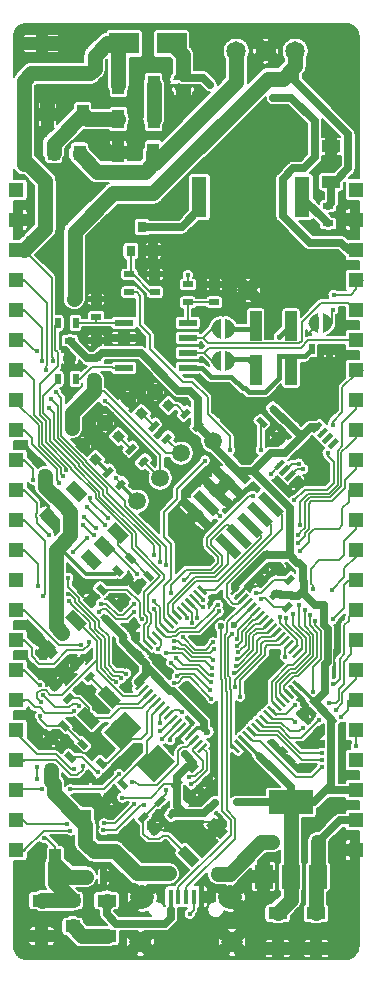
<source format=gbr>
G04 #@! TF.GenerationSoftware,KiCad,Pcbnew,(5.1.4)-1*
G04 #@! TF.CreationDate,2019-10-25T14:32:54-02:30*
G04 #@! TF.ProjectId,GeneralMCU,47656e65-7261-46c4-9d43-552e6b696361,rev?*
G04 #@! TF.SameCoordinates,Original*
G04 #@! TF.FileFunction,Copper,L1,Top*
G04 #@! TF.FilePolarity,Positive*
%FSLAX46Y46*%
G04 Gerber Fmt 4.6, Leading zero omitted, Abs format (unit mm)*
G04 Created by KiCad (PCBNEW (5.1.4)-1) date 2019-10-25 14:32:54*
%MOMM*%
%LPD*%
G04 APERTURE LIST*
%ADD10C,0.500000*%
%ADD11C,0.100000*%
%ADD12R,1.270000X1.270000*%
%ADD13R,0.500000X0.900000*%
%ADD14C,1.800000*%
%ADD15C,2.000000*%
%ADD16R,0.450000X1.300000*%
%ADD17R,0.900000X0.500000*%
%ADD18C,0.100000*%
%ADD19C,0.300000*%
%ADD20C,0.400000*%
%ADD21C,0.900000*%
%ADD22R,2.510000X1.000000*%
%ADD23C,1.000000*%
%ADD24R,1.000000X2.510000*%
%ADD25R,1.600000X1.000000*%
%ADD26R,1.000000X1.250000*%
%ADD27R,1.000000X1.600000*%
%ADD28R,1.250000X1.000000*%
%ADD29C,0.800000*%
%ADD30C,1.500000*%
%ADD31R,1.000000X2.500000*%
%ADD32R,2.500000X1.800000*%
%ADD33C,1.650000*%
%ADD34C,0.740000*%
%ADD35R,1.500000X2.000000*%
%ADD36R,3.800000X2.000000*%
%ADD37C,0.250000*%
%ADD38R,1.550000X0.600000*%
%ADD39R,1.300000X3.400000*%
%ADD40R,0.800000X0.900000*%
%ADD41C,1.270000*%
%ADD42C,0.600000*%
%ADD43C,1.270000*%
%ADD44C,0.152400*%
%ADD45C,0.635000*%
%ADD46C,0.304800*%
%ADD47C,0.250000*%
%ADD48C,0.406400*%
%ADD49C,0.127000*%
G04 APERTURE END LIST*
D10*
X73750000Y-117500000D03*
D11*
G36*
X73255025Y-117641421D02*
G01*
X73891421Y-117005025D01*
X74244975Y-117358579D01*
X73608579Y-117994975D01*
X73255025Y-117641421D01*
X73255025Y-117641421D01*
G37*
D10*
X74810660Y-118560660D03*
D11*
G36*
X74315685Y-118702081D02*
G01*
X74952081Y-118065685D01*
X75305635Y-118419239D01*
X74669239Y-119055635D01*
X74315685Y-118702081D01*
X74315685Y-118702081D01*
G37*
D12*
X50625000Y-135280000D03*
X79375000Y-87020000D03*
X50625000Y-132740000D03*
X79375000Y-84480000D03*
X79375000Y-89600000D03*
X50625000Y-137860000D03*
X79375000Y-92140000D03*
X50625000Y-140400000D03*
X79375000Y-94680000D03*
X50625000Y-84520000D03*
X79375000Y-97220000D03*
X50625000Y-87060000D03*
X79375000Y-99760000D03*
X50625000Y-89600000D03*
X79375000Y-102300000D03*
X50625000Y-92140000D03*
X79375000Y-104840000D03*
X50625000Y-94680000D03*
X79375000Y-107380000D03*
X50625000Y-97220000D03*
X79375000Y-109920000D03*
X50625000Y-99760000D03*
X79375000Y-112460000D03*
X50625000Y-102300000D03*
X79375000Y-115000000D03*
X50625000Y-104840000D03*
X79375000Y-117540000D03*
X50625000Y-107380000D03*
X79375000Y-120080000D03*
X50625000Y-109920000D03*
X79375000Y-122620000D03*
X50625000Y-112460000D03*
X79375000Y-125160000D03*
X50625000Y-115000000D03*
X79375000Y-127700000D03*
X50625000Y-117540000D03*
X79375000Y-130240000D03*
X50625000Y-120080000D03*
X79375000Y-132780000D03*
X50625000Y-122620000D03*
X79375000Y-135320000D03*
X50625000Y-125160000D03*
X79375000Y-137860000D03*
X50625000Y-127700000D03*
X79375000Y-140400000D03*
X50625000Y-130240000D03*
D13*
X55635000Y-100510000D03*
X54135000Y-100510000D03*
D10*
X72500000Y-118750000D03*
D11*
G36*
X72994975Y-118608579D02*
G01*
X72358579Y-119244975D01*
X72005025Y-118891421D01*
X72641421Y-118255025D01*
X72994975Y-118608579D01*
X72994975Y-118608579D01*
G37*
D10*
X73560660Y-119810660D03*
D11*
G36*
X74055635Y-119669239D02*
G01*
X73419239Y-120305635D01*
X73065685Y-119952081D01*
X73702081Y-119315685D01*
X74055635Y-119669239D01*
X74055635Y-119669239D01*
G37*
D14*
X68875000Y-148200000D03*
X61125000Y-148200000D03*
D15*
X68725000Y-144400000D03*
X61275000Y-144400000D03*
D16*
X66300000Y-144350000D03*
X65650000Y-144350000D03*
X65000000Y-144350000D03*
X64350000Y-144350000D03*
X63700000Y-144350000D03*
D17*
X65135000Y-94010000D03*
X65135000Y-92510000D03*
D18*
X77315000Y-95760000D03*
D11*
G36*
X77265000Y-96160000D02*
G01*
X77265000Y-95360000D01*
X77365000Y-95660000D01*
X77365000Y-95860000D01*
X77265000Y-96160000D01*
X77265000Y-96160000D01*
G37*
D19*
X77115000Y-95760000D03*
D11*
G36*
X76965000Y-96460000D02*
G01*
X76965000Y-95060000D01*
X77265000Y-95360000D01*
X77265000Y-96160000D01*
X76965000Y-96460000D01*
X76965000Y-96460000D01*
G37*
D20*
X76765000Y-95760000D03*
D11*
G36*
X76565000Y-96610000D02*
G01*
X76565000Y-94910000D01*
X76965000Y-95060000D01*
X76965000Y-96460000D01*
X76565000Y-96610000D01*
X76565000Y-96610000D01*
G37*
D20*
X75985000Y-95760000D03*
D11*
G36*
X76185000Y-94910000D02*
G01*
X76185000Y-96610000D01*
X75785000Y-96460000D01*
X75785000Y-95060000D01*
X76185000Y-94910000D01*
X76185000Y-94910000D01*
G37*
D19*
X75635000Y-95760000D03*
D11*
G36*
X75785000Y-95060000D02*
G01*
X75785000Y-96460000D01*
X75485000Y-96160000D01*
X75485000Y-95360000D01*
X75785000Y-95060000D01*
X75785000Y-95060000D01*
G37*
D18*
X75435000Y-95760000D03*
D11*
G36*
X75485000Y-95360000D02*
G01*
X75485000Y-96160000D01*
X75385000Y-95860000D01*
X75385000Y-95660000D01*
X75485000Y-95360000D01*
X75485000Y-95360000D01*
G37*
D10*
X62788910Y-136230866D03*
D11*
G36*
X62293935Y-136372287D02*
G01*
X62930331Y-135735891D01*
X63283885Y-136089445D01*
X62647489Y-136725841D01*
X62293935Y-136372287D01*
X62293935Y-136372287D01*
G37*
D10*
X63849570Y-137291526D03*
D11*
G36*
X63354595Y-137432947D02*
G01*
X63990991Y-136796551D01*
X64344545Y-137150105D01*
X63708149Y-137786501D01*
X63354595Y-137432947D01*
X63354595Y-137432947D01*
G37*
D21*
X53270836Y-123329164D03*
D11*
G36*
X53553679Y-124248403D02*
G01*
X52351597Y-123046321D01*
X52987993Y-122409925D01*
X54190075Y-123612007D01*
X53553679Y-124248403D01*
X53553679Y-124248403D01*
G37*
D21*
X55675000Y-120925000D03*
D11*
G36*
X55957843Y-121844239D02*
G01*
X54755761Y-120642157D01*
X55392157Y-120005761D01*
X56594239Y-121207843D01*
X55957843Y-121844239D01*
X55957843Y-121844239D01*
G37*
D10*
X72469368Y-103119564D03*
D11*
G36*
X72610789Y-103614539D02*
G01*
X71974393Y-102978143D01*
X72327947Y-102624589D01*
X72964343Y-103260985D01*
X72610789Y-103614539D01*
X72610789Y-103614539D01*
G37*
D10*
X71408708Y-104180224D03*
D11*
G36*
X71550129Y-104675199D02*
G01*
X70913733Y-104038803D01*
X71267287Y-103685249D01*
X71903683Y-104321645D01*
X71550129Y-104675199D01*
X71550129Y-104675199D01*
G37*
D10*
X56790941Y-119419187D03*
D11*
G36*
X56932362Y-119914162D02*
G01*
X56295966Y-119277766D01*
X56649520Y-118924212D01*
X57285916Y-119560608D01*
X56932362Y-119914162D01*
X56932362Y-119914162D01*
G37*
D10*
X57851601Y-118358527D03*
D11*
G36*
X57993022Y-118853502D02*
G01*
X57356626Y-118217106D01*
X57710180Y-117863552D01*
X58346576Y-118499948D01*
X57993022Y-118853502D01*
X57993022Y-118853502D01*
G37*
D13*
X55635000Y-95760000D03*
X54135000Y-95760000D03*
D22*
X56080000Y-74645000D03*
X52770000Y-72105000D03*
D10*
X60310660Y-115689340D03*
D11*
G36*
X60169239Y-115194365D02*
G01*
X60805635Y-115830761D01*
X60452081Y-116184315D01*
X59815685Y-115547919D01*
X60169239Y-115194365D01*
X60169239Y-115194365D01*
G37*
D10*
X59250000Y-116750000D03*
D11*
G36*
X59108579Y-116255025D02*
G01*
X59744975Y-116891421D01*
X59391421Y-117244975D01*
X58755025Y-116608579D01*
X59108579Y-116255025D01*
X59108579Y-116255025D01*
G37*
D10*
X73761503Y-132854215D03*
D11*
G36*
X73902924Y-133349190D02*
G01*
X73266528Y-132712794D01*
X73620082Y-132359240D01*
X74256478Y-132995636D01*
X73902924Y-133349190D01*
X73902924Y-133349190D01*
G37*
D10*
X72700843Y-133914875D03*
D11*
G36*
X72842264Y-134409850D02*
G01*
X72205868Y-133773454D01*
X72559422Y-133419900D01*
X73195818Y-134056296D01*
X72842264Y-134409850D01*
X72842264Y-134409850D01*
G37*
D10*
X55764340Y-124664340D03*
D11*
G36*
X56259315Y-124522919D02*
G01*
X55622919Y-125159315D01*
X55269365Y-124805761D01*
X55905761Y-124169365D01*
X56259315Y-124522919D01*
X56259315Y-124522919D01*
G37*
D10*
X56825000Y-125725000D03*
D11*
G36*
X57319975Y-125583579D02*
G01*
X56683579Y-126219975D01*
X56330025Y-125866421D01*
X56966421Y-125230025D01*
X57319975Y-125583579D01*
X57319975Y-125583579D01*
G37*
D10*
X56778504Y-134109545D03*
D11*
G36*
X56637083Y-133614570D02*
G01*
X57273479Y-134250966D01*
X56919925Y-134604520D01*
X56283529Y-133968124D01*
X56637083Y-133614570D01*
X56637083Y-133614570D01*
G37*
D10*
X57839164Y-133048885D03*
D11*
G36*
X57697743Y-132553910D02*
G01*
X58334139Y-133190306D01*
X57980585Y-133543860D01*
X57344189Y-132907464D01*
X57697743Y-132553910D01*
X57697743Y-132553910D01*
G37*
D10*
X66677997Y-134463099D03*
D11*
G36*
X66183022Y-134604520D02*
G01*
X66819418Y-133968124D01*
X67172972Y-134321678D01*
X66536576Y-134958074D01*
X66183022Y-134604520D01*
X66183022Y-134604520D01*
G37*
D10*
X65617337Y-133402439D03*
D11*
G36*
X65122362Y-133543860D02*
G01*
X65758758Y-132907464D01*
X66112312Y-133261018D01*
X65475916Y-133897414D01*
X65122362Y-133543860D01*
X65122362Y-133543860D01*
G37*
D10*
X55050000Y-127550000D03*
D11*
G36*
X55544975Y-127408579D02*
G01*
X54908579Y-128044975D01*
X54555025Y-127691421D01*
X55191421Y-127055025D01*
X55544975Y-127408579D01*
X55544975Y-127408579D01*
G37*
D10*
X53989340Y-126489340D03*
D11*
G36*
X54484315Y-126347919D02*
G01*
X53847919Y-126984315D01*
X53494365Y-126630761D01*
X54130761Y-125994365D01*
X54484315Y-126347919D01*
X54484315Y-126347919D01*
G37*
D10*
X72750000Y-116500000D03*
D11*
G36*
X72255025Y-116641421D02*
G01*
X72891421Y-116005025D01*
X73244975Y-116358579D01*
X72608579Y-116994975D01*
X72255025Y-116641421D01*
X72255025Y-116641421D01*
G37*
D10*
X71689340Y-115439340D03*
D11*
G36*
X71194365Y-115580761D02*
G01*
X71830761Y-114944365D01*
X72184315Y-115297919D01*
X71547919Y-115934315D01*
X71194365Y-115580761D01*
X71194365Y-115580761D01*
G37*
D15*
X62435358Y-133048887D03*
D11*
G36*
X64026348Y-132872110D02*
G01*
X62258581Y-134639877D01*
X60844368Y-133225664D01*
X62612135Y-131457897D01*
X64026348Y-132872110D01*
X64026348Y-132872110D01*
G37*
D15*
X59606930Y-130220459D03*
D11*
G36*
X61197920Y-130043682D02*
G01*
X59430153Y-131811449D01*
X58015940Y-130397236D01*
X59783707Y-128629469D01*
X61197920Y-130043682D01*
X61197920Y-130043682D01*
G37*
D10*
X53596524Y-130927565D03*
D11*
G36*
X53455103Y-130432590D02*
G01*
X54091499Y-131068986D01*
X53737945Y-131422540D01*
X53101549Y-130786144D01*
X53455103Y-130432590D01*
X53455103Y-130432590D01*
G37*
D10*
X54657184Y-129866905D03*
D11*
G36*
X54515763Y-129371930D02*
G01*
X55152159Y-130008326D01*
X54798605Y-130361880D01*
X54162209Y-129725484D01*
X54515763Y-129371930D01*
X54515763Y-129371930D01*
G37*
D10*
X65263785Y-135877312D03*
D11*
G36*
X64768810Y-136018733D02*
G01*
X65405206Y-135382337D01*
X65758760Y-135735891D01*
X65122364Y-136372287D01*
X64768810Y-136018733D01*
X64768810Y-136018733D01*
G37*
D10*
X64203125Y-134816652D03*
D11*
G36*
X63708150Y-134958073D02*
G01*
X64344546Y-134321677D01*
X64698100Y-134675231D01*
X64061704Y-135311627D01*
X63708150Y-134958073D01*
X63708150Y-134958073D01*
G37*
D10*
X62435357Y-138705739D03*
D11*
G36*
X61940382Y-138847160D02*
G01*
X62576778Y-138210764D01*
X62930332Y-138564318D01*
X62293936Y-139200714D01*
X61940382Y-138847160D01*
X61940382Y-138847160D01*
G37*
D10*
X61374697Y-137645079D03*
D11*
G36*
X60879722Y-137786500D02*
G01*
X61516118Y-137150104D01*
X61869672Y-137503658D01*
X61233276Y-138140054D01*
X60879722Y-137786500D01*
X60879722Y-137786500D01*
G37*
D10*
X59606931Y-134816652D03*
D11*
G36*
X59465510Y-134321677D02*
G01*
X60101906Y-134958073D01*
X59748352Y-135311627D01*
X59111956Y-134675231D01*
X59465510Y-134321677D01*
X59465510Y-134321677D01*
G37*
D10*
X58546271Y-135877312D03*
D11*
G36*
X58404850Y-135382337D02*
G01*
X59041246Y-136018733D01*
X58687692Y-136372287D01*
X58051296Y-135735891D01*
X58404850Y-135382337D01*
X58404850Y-135382337D01*
G37*
D10*
X75882824Y-127904468D03*
D11*
G36*
X75741403Y-127409493D02*
G01*
X76377799Y-128045889D01*
X76024245Y-128399443D01*
X75387849Y-127763047D01*
X75741403Y-127409493D01*
X75741403Y-127409493D01*
G37*
D10*
X74822164Y-128965128D03*
D11*
G36*
X74680743Y-128470153D02*
G01*
X75317139Y-129106549D01*
X74963585Y-129460103D01*
X74327189Y-128823707D01*
X74680743Y-128470153D01*
X74680743Y-128470153D01*
G37*
D23*
X58525000Y-127450000D03*
D11*
G36*
X58807843Y-128439949D02*
G01*
X57535051Y-127167157D01*
X58242157Y-126460051D01*
X59514949Y-127732843D01*
X58807843Y-128439949D01*
X58807843Y-128439949D01*
G37*
D23*
X56757234Y-129217766D03*
D11*
G36*
X57040077Y-130207715D02*
G01*
X55767285Y-128934923D01*
X56474391Y-128227817D01*
X57747183Y-129500609D01*
X57040077Y-130207715D01*
X57040077Y-130207715D01*
G37*
D10*
X71286630Y-132500662D03*
D11*
G36*
X71428051Y-132995637D02*
G01*
X70791655Y-132359241D01*
X71145209Y-132005687D01*
X71781605Y-132642083D01*
X71428051Y-132995637D01*
X71428051Y-132995637D01*
G37*
D10*
X72347290Y-131440002D03*
D11*
G36*
X72488711Y-131934977D02*
G01*
X71852315Y-131298581D01*
X72205869Y-130945027D01*
X72842265Y-131581423D01*
X72488711Y-131934977D01*
X72488711Y-131934977D01*
G37*
D10*
X56248173Y-131457894D03*
D11*
G36*
X56106752Y-130962919D02*
G01*
X56743148Y-131599315D01*
X56389594Y-131952869D01*
X55753198Y-131316473D01*
X56106752Y-130962919D01*
X56106752Y-130962919D01*
G37*
D10*
X55187513Y-132518554D03*
D11*
G36*
X55046092Y-132023579D02*
G01*
X55682488Y-132659975D01*
X55328934Y-133013529D01*
X54692538Y-132377133D01*
X55046092Y-132023579D01*
X55046092Y-132023579D01*
G37*
D24*
X56470000Y-138270000D03*
X53930000Y-141580000D03*
D10*
X76236377Y-130379342D03*
D11*
G36*
X76094956Y-129884367D02*
G01*
X76731352Y-130520763D01*
X76377798Y-130874317D01*
X75741402Y-130237921D01*
X76094956Y-129884367D01*
X76094956Y-129884367D01*
G37*
D10*
X77297037Y-129318682D03*
D11*
G36*
X77155616Y-128823707D02*
G01*
X77792012Y-129460103D01*
X77438458Y-129813657D01*
X76802062Y-129177261D01*
X77155616Y-128823707D01*
X77155616Y-128823707D01*
G37*
D10*
X70439340Y-116689340D03*
D11*
G36*
X69944365Y-116830761D02*
G01*
X70580761Y-116194365D01*
X70934315Y-116547919D01*
X70297919Y-117184315D01*
X69944365Y-116830761D01*
X69944365Y-116830761D01*
G37*
D10*
X71500000Y-117750000D03*
D11*
G36*
X71005025Y-117891421D02*
G01*
X71641421Y-117255025D01*
X71994975Y-117608579D01*
X71358579Y-118244975D01*
X71005025Y-117891421D01*
X71005025Y-117891421D01*
G37*
D10*
X60750000Y-118250000D03*
D11*
G36*
X60608579Y-117755025D02*
G01*
X61244975Y-118391421D01*
X60891421Y-118744975D01*
X60255025Y-118108579D01*
X60608579Y-117755025D01*
X60608579Y-117755025D01*
G37*
D10*
X61810660Y-117189340D03*
D11*
G36*
X61669239Y-116694365D02*
G01*
X62305635Y-117330761D01*
X61952081Y-117684315D01*
X61315685Y-117047919D01*
X61669239Y-116694365D01*
X61669239Y-116694365D01*
G37*
D25*
X52760000Y-144685000D03*
X52760000Y-147685000D03*
D17*
X67385000Y-94010000D03*
X67385000Y-92510000D03*
X55135000Y-97260000D03*
X55135000Y-98760000D03*
D25*
X72750000Y-145740000D03*
X72750000Y-148740000D03*
D26*
X53775000Y-81350000D03*
X55975000Y-81350000D03*
D10*
X59265815Y-119772740D03*
D11*
G36*
X59407236Y-120267715D02*
G01*
X58770840Y-119631319D01*
X59124394Y-119277765D01*
X59760790Y-119914161D01*
X59407236Y-120267715D01*
X59407236Y-120267715D01*
G37*
D10*
X58205155Y-120833400D03*
D11*
G36*
X58346576Y-121328375D02*
G01*
X57710180Y-120691979D01*
X58063734Y-120338425D01*
X58700130Y-120974821D01*
X58346576Y-121328375D01*
X58346576Y-121328375D01*
G37*
D13*
X77135000Y-98010000D03*
X75635000Y-98010000D03*
D10*
X59619368Y-122247614D03*
D11*
G36*
X59760789Y-122742589D02*
G01*
X59124393Y-122106193D01*
X59477947Y-121752639D01*
X60114343Y-122389035D01*
X59760789Y-122742589D01*
X59760789Y-122742589D01*
G37*
D10*
X60680028Y-121186954D03*
D11*
G36*
X60821449Y-121681929D02*
G01*
X60185053Y-121045533D01*
X60538607Y-120691979D01*
X61175003Y-121328375D01*
X60821449Y-121681929D01*
X60821449Y-121681929D01*
G37*
D17*
X57385000Y-93760000D03*
X57385000Y-95260000D03*
X57385000Y-98760000D03*
X57385000Y-97260000D03*
D27*
X53250000Y-78110000D03*
X56250000Y-78110000D03*
D25*
X77275000Y-80825000D03*
X77275000Y-83825000D03*
D10*
X72822922Y-105594439D03*
D11*
G36*
X72964343Y-106089414D02*
G01*
X72327947Y-105453018D01*
X72681501Y-105099464D01*
X73317897Y-105735860D01*
X72964343Y-106089414D01*
X72964343Y-106089414D01*
G37*
D10*
X73883582Y-104533779D03*
D11*
G36*
X74025003Y-105028754D02*
G01*
X73388607Y-104392358D01*
X73742161Y-104038804D01*
X74378557Y-104675200D01*
X74025003Y-105028754D01*
X74025003Y-105028754D01*
G37*
D28*
X55385000Y-144660000D03*
X55385000Y-146860000D03*
D25*
X76000000Y-148740000D03*
X76000000Y-145740000D03*
D13*
X56500000Y-142650000D03*
X58000000Y-142650000D03*
D27*
X62225000Y-81350000D03*
X59225000Y-81350000D03*
D29*
X62368630Y-101618630D03*
D11*
G36*
X62934315Y-101618630D02*
G01*
X62368630Y-102184315D01*
X61802945Y-101618630D01*
X62368630Y-101052945D01*
X62934315Y-101618630D01*
X62934315Y-101618630D01*
G37*
D29*
X63500000Y-102750000D03*
D11*
G36*
X64065685Y-102750000D02*
G01*
X63500000Y-103315685D01*
X62934315Y-102750000D01*
X63500000Y-102184315D01*
X64065685Y-102750000D01*
X64065685Y-102750000D01*
G37*
D10*
X62266062Y-104494491D03*
D11*
G36*
X61771087Y-104635912D02*
G01*
X62407483Y-103999516D01*
X62761037Y-104353070D01*
X62124641Y-104989466D01*
X61771087Y-104635912D01*
X61771087Y-104635912D01*
G37*
D10*
X63326722Y-105555151D03*
D11*
G36*
X62831747Y-105696572D02*
G01*
X63468143Y-105060176D01*
X63821697Y-105413730D01*
X63185301Y-106050126D01*
X62831747Y-105696572D01*
X62831747Y-105696572D01*
G37*
D30*
X67250000Y-105750000D03*
D10*
X61382178Y-107499695D03*
D11*
G36*
X60887203Y-107641116D02*
G01*
X61523599Y-107004720D01*
X61877153Y-107358274D01*
X61240757Y-107994670D01*
X60887203Y-107641116D01*
X60887203Y-107641116D01*
G37*
D10*
X60321518Y-106439035D03*
D11*
G36*
X59826543Y-106580456D02*
G01*
X60462939Y-105944060D01*
X60816493Y-106297614D01*
X60180097Y-106934010D01*
X59826543Y-106580456D01*
X59826543Y-106580456D01*
G37*
D10*
X66000000Y-104500000D03*
D11*
G36*
X65505025Y-104641421D02*
G01*
X66141421Y-104005025D01*
X66494975Y-104358579D01*
X65858579Y-104994975D01*
X65505025Y-104641421D01*
X65505025Y-104641421D01*
G37*
D10*
X64939340Y-103439340D03*
D11*
G36*
X64444365Y-103580761D02*
G01*
X65080761Y-102944365D01*
X65434315Y-103297919D01*
X64797919Y-103934315D01*
X64444365Y-103580761D01*
X64444365Y-103580761D01*
G37*
D21*
X65197918Y-140927082D03*
D11*
G36*
X64915075Y-140007843D02*
G01*
X66117157Y-141209925D01*
X65480761Y-141846321D01*
X64278679Y-140644239D01*
X64915075Y-140007843D01*
X64915075Y-140007843D01*
G37*
D21*
X67602082Y-138522918D03*
D11*
G36*
X67319239Y-137603679D02*
G01*
X68521321Y-138805761D01*
X67884925Y-139442157D01*
X66682843Y-138240075D01*
X67319239Y-137603679D01*
X67319239Y-137603679D01*
G37*
D18*
X69065000Y-96260000D03*
D11*
G36*
X69015000Y-96660000D02*
G01*
X69015000Y-95860000D01*
X69115000Y-96160000D01*
X69115000Y-96360000D01*
X69015000Y-96660000D01*
X69015000Y-96660000D01*
G37*
D19*
X68865000Y-96260000D03*
D11*
G36*
X68715000Y-96960000D02*
G01*
X68715000Y-95560000D01*
X69015000Y-95860000D01*
X69015000Y-96660000D01*
X68715000Y-96960000D01*
X68715000Y-96960000D01*
G37*
D20*
X68515000Y-96260000D03*
D11*
G36*
X68315000Y-97110000D02*
G01*
X68315000Y-95410000D01*
X68715000Y-95560000D01*
X68715000Y-96960000D01*
X68315000Y-97110000D01*
X68315000Y-97110000D01*
G37*
D20*
X67735000Y-96260000D03*
D11*
G36*
X67935000Y-95410000D02*
G01*
X67935000Y-97110000D01*
X67535000Y-96960000D01*
X67535000Y-95560000D01*
X67935000Y-95410000D01*
X67935000Y-95410000D01*
G37*
D19*
X67385000Y-96260000D03*
D11*
G36*
X67535000Y-95560000D02*
G01*
X67535000Y-96960000D01*
X67235000Y-96660000D01*
X67235000Y-95860000D01*
X67535000Y-95560000D01*
X67535000Y-95560000D01*
G37*
D18*
X67185000Y-96260000D03*
D11*
G36*
X67235000Y-95860000D02*
G01*
X67235000Y-96660000D01*
X67135000Y-96360000D01*
X67135000Y-96160000D01*
X67235000Y-95860000D01*
X67235000Y-95860000D01*
G37*
D31*
X70885000Y-99760000D03*
X73885000Y-99760000D03*
D30*
X70250000Y-93000000D03*
D32*
X63760000Y-72110000D03*
X59760000Y-72110000D03*
D31*
X70885000Y-96010000D03*
X73885000Y-96010000D03*
D33*
X69250000Y-72750000D03*
X71750000Y-72750000D03*
X74250000Y-72750000D03*
D20*
X77454470Y-105983348D03*
D11*
G36*
X77242338Y-106478323D02*
G01*
X76959495Y-106195480D01*
X77666602Y-105488373D01*
X77949445Y-105771216D01*
X77242338Y-106478323D01*
X77242338Y-106478323D01*
G37*
D20*
X74272490Y-109165328D03*
D11*
G36*
X74060358Y-109660303D02*
G01*
X73777515Y-109377460D01*
X74484622Y-108670353D01*
X74767465Y-108953196D01*
X74060358Y-109660303D01*
X74060358Y-109660303D01*
G37*
D20*
X76994851Y-105523728D03*
D11*
G36*
X76782719Y-106018703D02*
G01*
X76499876Y-105735860D01*
X77206983Y-105028753D01*
X77489826Y-105311596D01*
X76782719Y-106018703D01*
X76782719Y-106018703D01*
G37*
D20*
X73812870Y-108705709D03*
D11*
G36*
X73600738Y-109200684D02*
G01*
X73317895Y-108917841D01*
X74025002Y-108210734D01*
X74307845Y-108493577D01*
X73600738Y-109200684D01*
X73600738Y-109200684D01*
G37*
D20*
X76535232Y-105064109D03*
D11*
G36*
X76323100Y-105559084D02*
G01*
X76040257Y-105276241D01*
X76747364Y-104569134D01*
X77030207Y-104851977D01*
X76323100Y-105559084D01*
X76323100Y-105559084D01*
G37*
D20*
X73353251Y-108246090D03*
D11*
G36*
X73141119Y-108741065D02*
G01*
X72858276Y-108458222D01*
X73565383Y-107751115D01*
X73848226Y-108033958D01*
X73141119Y-108741065D01*
X73141119Y-108741065D01*
G37*
D20*
X76075612Y-104604490D03*
D11*
G36*
X75863480Y-105099465D02*
G01*
X75580637Y-104816622D01*
X76287744Y-104109515D01*
X76570587Y-104392358D01*
X75863480Y-105099465D01*
X75863480Y-105099465D01*
G37*
D20*
X72893632Y-107786470D03*
D11*
G36*
X72681500Y-108281445D02*
G01*
X72398657Y-107998602D01*
X73105764Y-107291495D01*
X73388607Y-107574338D01*
X72681500Y-108281445D01*
X72681500Y-108281445D01*
G37*
D18*
X69065000Y-98970000D03*
D11*
G36*
X69015000Y-99370000D02*
G01*
X69015000Y-98570000D01*
X69115000Y-98870000D01*
X69115000Y-99070000D01*
X69015000Y-99370000D01*
X69015000Y-99370000D01*
G37*
D19*
X68865000Y-98970000D03*
D11*
G36*
X68715000Y-99670000D02*
G01*
X68715000Y-98270000D01*
X69015000Y-98570000D01*
X69015000Y-99370000D01*
X68715000Y-99670000D01*
X68715000Y-99670000D01*
G37*
D20*
X68515000Y-98970000D03*
D11*
G36*
X68315000Y-99820000D02*
G01*
X68315000Y-98120000D01*
X68715000Y-98270000D01*
X68715000Y-99670000D01*
X68315000Y-99820000D01*
X68315000Y-99820000D01*
G37*
D20*
X67735000Y-98970000D03*
D11*
G36*
X67935000Y-98120000D02*
G01*
X67935000Y-99820000D01*
X67535000Y-99670000D01*
X67535000Y-98270000D01*
X67935000Y-98120000D01*
X67935000Y-98120000D01*
G37*
D19*
X67385000Y-98970000D03*
D11*
G36*
X67535000Y-98270000D02*
G01*
X67535000Y-99670000D01*
X67235000Y-99370000D01*
X67235000Y-98570000D01*
X67535000Y-98270000D01*
X67535000Y-98270000D01*
G37*
D18*
X67185000Y-98970000D03*
D11*
G36*
X67235000Y-98570000D02*
G01*
X67235000Y-99370000D01*
X67135000Y-99070000D01*
X67135000Y-98870000D01*
X67235000Y-98570000D01*
X67235000Y-98570000D01*
G37*
D18*
X64725000Y-74450000D03*
D11*
G36*
X65125000Y-74500000D02*
G01*
X64325000Y-74500000D01*
X64625000Y-74400000D01*
X64825000Y-74400000D01*
X65125000Y-74500000D01*
X65125000Y-74500000D01*
G37*
D19*
X64725000Y-74650000D03*
D11*
G36*
X65425000Y-74800000D02*
G01*
X64025000Y-74800000D01*
X64325000Y-74500000D01*
X65125000Y-74500000D01*
X65425000Y-74800000D01*
X65425000Y-74800000D01*
G37*
D20*
X64725000Y-75000000D03*
D11*
G36*
X65575000Y-75200000D02*
G01*
X63875000Y-75200000D01*
X64025000Y-74800000D01*
X65425000Y-74800000D01*
X65575000Y-75200000D01*
X65575000Y-75200000D01*
G37*
D20*
X64725000Y-75780000D03*
D11*
G36*
X63875000Y-75580000D02*
G01*
X65575000Y-75580000D01*
X65425000Y-75980000D01*
X64025000Y-75980000D01*
X63875000Y-75580000D01*
X63875000Y-75580000D01*
G37*
D19*
X64725000Y-76130000D03*
D11*
G36*
X64025000Y-75980000D02*
G01*
X65425000Y-75980000D01*
X65125000Y-76280000D01*
X64325000Y-76280000D01*
X64025000Y-75980000D01*
X64025000Y-75980000D01*
G37*
D18*
X64725000Y-76330000D03*
D11*
G36*
X64325000Y-76280000D02*
G01*
X65125000Y-76280000D01*
X64825000Y-76380000D01*
X64625000Y-76380000D01*
X64325000Y-76280000D01*
X64325000Y-76280000D01*
G37*
D29*
X61205401Y-103433831D03*
D11*
G36*
X61771086Y-103433831D02*
G01*
X61205401Y-103999516D01*
X60639716Y-103433831D01*
X61205401Y-102868146D01*
X61771086Y-103433831D01*
X61771086Y-103433831D01*
G37*
D29*
X60074031Y-102302461D03*
D11*
G36*
X60639716Y-102302461D02*
G01*
X60074031Y-102868146D01*
X59508346Y-102302461D01*
X60074031Y-101736776D01*
X60639716Y-102302461D01*
X60639716Y-102302461D01*
G37*
D29*
X56184944Y-106191548D03*
D11*
G36*
X56750629Y-106191548D02*
G01*
X56184944Y-106757233D01*
X55619259Y-106191548D01*
X56184944Y-105625863D01*
X56750629Y-106191548D01*
X56750629Y-106191548D01*
G37*
D29*
X57316314Y-107322918D03*
D11*
G36*
X57881999Y-107322918D02*
G01*
X57316314Y-107888603D01*
X56750629Y-107322918D01*
X57316314Y-106757233D01*
X57881999Y-107322918D01*
X57881999Y-107322918D01*
G37*
D34*
X69417193Y-108325091D03*
D11*
G36*
X68307035Y-107738192D02*
G01*
X68830294Y-107214933D01*
X70527351Y-108911990D01*
X70004092Y-109435249D01*
X68307035Y-107738192D01*
X68307035Y-107738192D01*
G37*
D34*
X72174909Y-111082807D03*
D11*
G36*
X71064751Y-110495908D02*
G01*
X71588010Y-109972649D01*
X73285067Y-111669706D01*
X72761808Y-112192965D01*
X71064751Y-110495908D01*
X71064751Y-110495908D01*
G37*
D34*
X68519167Y-109223116D03*
D11*
G36*
X67409009Y-108636217D02*
G01*
X67932268Y-108112958D01*
X69629325Y-109810015D01*
X69106066Y-110333274D01*
X67409009Y-108636217D01*
X67409009Y-108636217D01*
G37*
D34*
X71276884Y-111980833D03*
D11*
G36*
X70166726Y-111393934D02*
G01*
X70689985Y-110870675D01*
X72387042Y-112567732D01*
X71863783Y-113090991D01*
X70166726Y-111393934D01*
X70166726Y-111393934D01*
G37*
D34*
X67621142Y-110121142D03*
D11*
G36*
X66510984Y-109534243D02*
G01*
X67034243Y-109010984D01*
X68731300Y-110708041D01*
X68208041Y-111231300D01*
X66510984Y-109534243D01*
X66510984Y-109534243D01*
G37*
D34*
X70378858Y-112878858D03*
D11*
G36*
X69268700Y-112291959D02*
G01*
X69791959Y-111768700D01*
X71489016Y-113465757D01*
X70965757Y-113989016D01*
X69268700Y-112291959D01*
X69268700Y-112291959D01*
G37*
D34*
X66723116Y-111019167D03*
D11*
G36*
X65612958Y-110432268D02*
G01*
X66136217Y-109909009D01*
X67833274Y-111606066D01*
X67310015Y-112129325D01*
X65612958Y-110432268D01*
X65612958Y-110432268D01*
G37*
D34*
X69480833Y-113776884D03*
D11*
G36*
X68370675Y-113189985D02*
G01*
X68893934Y-112666726D01*
X70590991Y-114363783D01*
X70067732Y-114887042D01*
X68370675Y-113189985D01*
X68370675Y-113189985D01*
G37*
D34*
X65825091Y-111917193D03*
D11*
G36*
X64714933Y-111330294D02*
G01*
X65238192Y-110807035D01*
X66935249Y-112504092D01*
X66411990Y-113027351D01*
X64714933Y-111330294D01*
X64714933Y-111330294D01*
G37*
D34*
X68582807Y-114674909D03*
D11*
G36*
X67472649Y-114088010D02*
G01*
X67995908Y-113564751D01*
X69692965Y-115261808D01*
X69169706Y-115785067D01*
X67472649Y-114088010D01*
X67472649Y-114088010D01*
G37*
D30*
X64564159Y-106792588D03*
D10*
X59437634Y-109444239D03*
D11*
G36*
X58942659Y-109585660D02*
G01*
X59579055Y-108949264D01*
X59932609Y-109302818D01*
X59296213Y-109939214D01*
X58942659Y-109585660D01*
X58942659Y-109585660D01*
G37*
D10*
X58376974Y-108383579D03*
D11*
G36*
X57881999Y-108525000D02*
G01*
X58518395Y-107888604D01*
X58871949Y-108242158D01*
X58235553Y-108878554D01*
X57881999Y-108525000D01*
X57881999Y-108525000D01*
G37*
D29*
X58129487Y-104247004D03*
D11*
G36*
X58695172Y-104247004D02*
G01*
X58129487Y-104812689D01*
X57563802Y-104247004D01*
X58129487Y-103681319D01*
X58695172Y-104247004D01*
X58695172Y-104247004D01*
G37*
D29*
X59260857Y-105378374D03*
D11*
G36*
X59826542Y-105378374D02*
G01*
X59260857Y-105944059D01*
X58695172Y-105378374D01*
X59260857Y-104812689D01*
X59826542Y-105378374D01*
X59826542Y-105378374D01*
G37*
D30*
X62796392Y-108913909D03*
D27*
X59250000Y-78500000D03*
X62250000Y-78500000D03*
X62260000Y-75610000D03*
X59260000Y-75610000D03*
D23*
X56962761Y-115808200D03*
D11*
G36*
X57882000Y-116020332D02*
G01*
X57174893Y-116727439D01*
X56043522Y-115596068D01*
X56750629Y-114888961D01*
X57882000Y-116020332D01*
X57882000Y-116020332D01*
G37*
D23*
X58094132Y-114676829D03*
D11*
G36*
X59013371Y-114888961D02*
G01*
X58306264Y-115596068D01*
X57174893Y-114464697D01*
X57882000Y-113757590D01*
X59013371Y-114888961D01*
X59013371Y-114888961D01*
G37*
D23*
X59225503Y-113545458D03*
D11*
G36*
X60144742Y-113757590D02*
G01*
X59437635Y-114464697D01*
X58306264Y-113333326D01*
X59013371Y-112626219D01*
X60144742Y-113757590D01*
X60144742Y-113757590D01*
G37*
D23*
X53427227Y-112272666D03*
D11*
G36*
X54346466Y-112484798D02*
G01*
X53639359Y-113191905D01*
X52507988Y-112060534D01*
X53215095Y-111353427D01*
X54346466Y-112484798D01*
X54346466Y-112484798D01*
G37*
D23*
X54558598Y-111141295D03*
D11*
G36*
X55477837Y-111353427D02*
G01*
X54770730Y-112060534D01*
X53639359Y-110929163D01*
X54346466Y-110222056D01*
X55477837Y-111353427D01*
X55477837Y-111353427D01*
G37*
D23*
X55689969Y-110009924D03*
D11*
G36*
X56609208Y-110222056D02*
G01*
X55902101Y-110929163D01*
X54770730Y-109797792D01*
X55477837Y-109090685D01*
X56609208Y-110222056D01*
X56609208Y-110222056D01*
G37*
D25*
X58260000Y-147685000D03*
X58260000Y-144685000D03*
D35*
X71560000Y-142640000D03*
X76160000Y-142640000D03*
X73860000Y-142640000D03*
D36*
X73860000Y-136340000D03*
D30*
X60851848Y-110858452D03*
D37*
X61068937Y-123697183D03*
D11*
G36*
X61510879Y-123962348D02*
G01*
X61334102Y-124139125D01*
X60626995Y-123432018D01*
X60803772Y-123255241D01*
X61510879Y-123962348D01*
X61510879Y-123962348D01*
G37*
D37*
X61422490Y-123343629D03*
D11*
G36*
X61864432Y-123608794D02*
G01*
X61687655Y-123785571D01*
X60980548Y-123078464D01*
X61157325Y-122901687D01*
X61864432Y-123608794D01*
X61864432Y-123608794D01*
G37*
D37*
X61776044Y-122990076D03*
D11*
G36*
X62217986Y-123255241D02*
G01*
X62041209Y-123432018D01*
X61334102Y-122724911D01*
X61510879Y-122548134D01*
X62217986Y-123255241D01*
X62217986Y-123255241D01*
G37*
D37*
X62129597Y-122636523D03*
D11*
G36*
X62571539Y-122901688D02*
G01*
X62394762Y-123078465D01*
X61687655Y-122371358D01*
X61864432Y-122194581D01*
X62571539Y-122901688D01*
X62571539Y-122901688D01*
G37*
D37*
X62483150Y-122282969D03*
D11*
G36*
X62925092Y-122548134D02*
G01*
X62748315Y-122724911D01*
X62041208Y-122017804D01*
X62217985Y-121841027D01*
X62925092Y-122548134D01*
X62925092Y-122548134D01*
G37*
D37*
X62836704Y-121929416D03*
D11*
G36*
X63278646Y-122194581D02*
G01*
X63101869Y-122371358D01*
X62394762Y-121664251D01*
X62571539Y-121487474D01*
X63278646Y-122194581D01*
X63278646Y-122194581D01*
G37*
D37*
X63190257Y-121575862D03*
D11*
G36*
X63632199Y-121841027D02*
G01*
X63455422Y-122017804D01*
X62748315Y-121310697D01*
X62925092Y-121133920D01*
X63632199Y-121841027D01*
X63632199Y-121841027D01*
G37*
D37*
X63543811Y-121222309D03*
D11*
G36*
X63985753Y-121487474D02*
G01*
X63808976Y-121664251D01*
X63101869Y-120957144D01*
X63278646Y-120780367D01*
X63985753Y-121487474D01*
X63985753Y-121487474D01*
G37*
D37*
X63897364Y-120868756D03*
D11*
G36*
X64339306Y-121133921D02*
G01*
X64162529Y-121310698D01*
X63455422Y-120603591D01*
X63632199Y-120426814D01*
X64339306Y-121133921D01*
X64339306Y-121133921D01*
G37*
D37*
X64250917Y-120515202D03*
D11*
G36*
X64692859Y-120780367D02*
G01*
X64516082Y-120957144D01*
X63808975Y-120250037D01*
X63985752Y-120073260D01*
X64692859Y-120780367D01*
X64692859Y-120780367D01*
G37*
D37*
X64604471Y-120161649D03*
D11*
G36*
X65046413Y-120426814D02*
G01*
X64869636Y-120603591D01*
X64162529Y-119896484D01*
X64339306Y-119719707D01*
X65046413Y-120426814D01*
X65046413Y-120426814D01*
G37*
D37*
X64958024Y-119808095D03*
D11*
G36*
X65399966Y-120073260D02*
G01*
X65223189Y-120250037D01*
X64516082Y-119542930D01*
X64692859Y-119366153D01*
X65399966Y-120073260D01*
X65399966Y-120073260D01*
G37*
D37*
X65311578Y-119454542D03*
D11*
G36*
X65753520Y-119719707D02*
G01*
X65576743Y-119896484D01*
X64869636Y-119189377D01*
X65046413Y-119012600D01*
X65753520Y-119719707D01*
X65753520Y-119719707D01*
G37*
D37*
X65665131Y-119100989D03*
D11*
G36*
X66107073Y-119366154D02*
G01*
X65930296Y-119542931D01*
X65223189Y-118835824D01*
X65399966Y-118659047D01*
X66107073Y-119366154D01*
X66107073Y-119366154D01*
G37*
D37*
X66018684Y-118747435D03*
D11*
G36*
X66460626Y-119012600D02*
G01*
X66283849Y-119189377D01*
X65576742Y-118482270D01*
X65753519Y-118305493D01*
X66460626Y-119012600D01*
X66460626Y-119012600D01*
G37*
D37*
X66372238Y-118393882D03*
D11*
G36*
X66814180Y-118659047D02*
G01*
X66637403Y-118835824D01*
X65930296Y-118128717D01*
X66107073Y-117951940D01*
X66814180Y-118659047D01*
X66814180Y-118659047D01*
G37*
D37*
X69129954Y-118393882D03*
D11*
G36*
X68864789Y-118835824D02*
G01*
X68688012Y-118659047D01*
X69395119Y-117951940D01*
X69571896Y-118128717D01*
X68864789Y-118835824D01*
X68864789Y-118835824D01*
G37*
D37*
X69483508Y-118747435D03*
D11*
G36*
X69218343Y-119189377D02*
G01*
X69041566Y-119012600D01*
X69748673Y-118305493D01*
X69925450Y-118482270D01*
X69218343Y-119189377D01*
X69218343Y-119189377D01*
G37*
D37*
X69837061Y-119100989D03*
D11*
G36*
X69571896Y-119542931D02*
G01*
X69395119Y-119366154D01*
X70102226Y-118659047D01*
X70279003Y-118835824D01*
X69571896Y-119542931D01*
X69571896Y-119542931D01*
G37*
D37*
X70190614Y-119454542D03*
D11*
G36*
X69925449Y-119896484D02*
G01*
X69748672Y-119719707D01*
X70455779Y-119012600D01*
X70632556Y-119189377D01*
X69925449Y-119896484D01*
X69925449Y-119896484D01*
G37*
D37*
X70544168Y-119808095D03*
D11*
G36*
X70279003Y-120250037D02*
G01*
X70102226Y-120073260D01*
X70809333Y-119366153D01*
X70986110Y-119542930D01*
X70279003Y-120250037D01*
X70279003Y-120250037D01*
G37*
D37*
X70897721Y-120161649D03*
D11*
G36*
X70632556Y-120603591D02*
G01*
X70455779Y-120426814D01*
X71162886Y-119719707D01*
X71339663Y-119896484D01*
X70632556Y-120603591D01*
X70632556Y-120603591D01*
G37*
D37*
X71251275Y-120515202D03*
D11*
G36*
X70986110Y-120957144D02*
G01*
X70809333Y-120780367D01*
X71516440Y-120073260D01*
X71693217Y-120250037D01*
X70986110Y-120957144D01*
X70986110Y-120957144D01*
G37*
D37*
X71604828Y-120868756D03*
D11*
G36*
X71339663Y-121310698D02*
G01*
X71162886Y-121133921D01*
X71869993Y-120426814D01*
X72046770Y-120603591D01*
X71339663Y-121310698D01*
X71339663Y-121310698D01*
G37*
D37*
X71958381Y-121222309D03*
D11*
G36*
X71693216Y-121664251D02*
G01*
X71516439Y-121487474D01*
X72223546Y-120780367D01*
X72400323Y-120957144D01*
X71693216Y-121664251D01*
X71693216Y-121664251D01*
G37*
D37*
X72311935Y-121575862D03*
D11*
G36*
X72046770Y-122017804D02*
G01*
X71869993Y-121841027D01*
X72577100Y-121133920D01*
X72753877Y-121310697D01*
X72046770Y-122017804D01*
X72046770Y-122017804D01*
G37*
D37*
X72665488Y-121929416D03*
D11*
G36*
X72400323Y-122371358D02*
G01*
X72223546Y-122194581D01*
X72930653Y-121487474D01*
X73107430Y-121664251D01*
X72400323Y-122371358D01*
X72400323Y-122371358D01*
G37*
D37*
X73019042Y-122282969D03*
D11*
G36*
X72753877Y-122724911D02*
G01*
X72577100Y-122548134D01*
X73284207Y-121841027D01*
X73460984Y-122017804D01*
X72753877Y-122724911D01*
X72753877Y-122724911D01*
G37*
D37*
X73372595Y-122636523D03*
D11*
G36*
X73107430Y-123078465D02*
G01*
X72930653Y-122901688D01*
X73637760Y-122194581D01*
X73814537Y-122371358D01*
X73107430Y-123078465D01*
X73107430Y-123078465D01*
G37*
D37*
X73726148Y-122990076D03*
D11*
G36*
X73460983Y-123432018D02*
G01*
X73284206Y-123255241D01*
X73991313Y-122548134D01*
X74168090Y-122724911D01*
X73460983Y-123432018D01*
X73460983Y-123432018D01*
G37*
D37*
X74079702Y-123343629D03*
D11*
G36*
X73814537Y-123785571D02*
G01*
X73637760Y-123608794D01*
X74344867Y-122901687D01*
X74521644Y-123078464D01*
X73814537Y-123785571D01*
X73814537Y-123785571D01*
G37*
D37*
X74433255Y-123697183D03*
D11*
G36*
X74168090Y-124139125D02*
G01*
X73991313Y-123962348D01*
X74698420Y-123255241D01*
X74875197Y-123432018D01*
X74168090Y-124139125D01*
X74168090Y-124139125D01*
G37*
D37*
X74433255Y-126454899D03*
D11*
G36*
X74875197Y-126720064D02*
G01*
X74698420Y-126896841D01*
X73991313Y-126189734D01*
X74168090Y-126012957D01*
X74875197Y-126720064D01*
X74875197Y-126720064D01*
G37*
D37*
X74079702Y-126808453D03*
D11*
G36*
X74521644Y-127073618D02*
G01*
X74344867Y-127250395D01*
X73637760Y-126543288D01*
X73814537Y-126366511D01*
X74521644Y-127073618D01*
X74521644Y-127073618D01*
G37*
D37*
X73726148Y-127162006D03*
D11*
G36*
X74168090Y-127427171D02*
G01*
X73991313Y-127603948D01*
X73284206Y-126896841D01*
X73460983Y-126720064D01*
X74168090Y-127427171D01*
X74168090Y-127427171D01*
G37*
D37*
X73372595Y-127515559D03*
D11*
G36*
X73814537Y-127780724D02*
G01*
X73637760Y-127957501D01*
X72930653Y-127250394D01*
X73107430Y-127073617D01*
X73814537Y-127780724D01*
X73814537Y-127780724D01*
G37*
D37*
X73019042Y-127869113D03*
D11*
G36*
X73460984Y-128134278D02*
G01*
X73284207Y-128311055D01*
X72577100Y-127603948D01*
X72753877Y-127427171D01*
X73460984Y-128134278D01*
X73460984Y-128134278D01*
G37*
D37*
X72665488Y-128222666D03*
D11*
G36*
X73107430Y-128487831D02*
G01*
X72930653Y-128664608D01*
X72223546Y-127957501D01*
X72400323Y-127780724D01*
X73107430Y-128487831D01*
X73107430Y-128487831D01*
G37*
D37*
X72311935Y-128576220D03*
D11*
G36*
X72753877Y-128841385D02*
G01*
X72577100Y-129018162D01*
X71869993Y-128311055D01*
X72046770Y-128134278D01*
X72753877Y-128841385D01*
X72753877Y-128841385D01*
G37*
D37*
X71958381Y-128929773D03*
D11*
G36*
X72400323Y-129194938D02*
G01*
X72223546Y-129371715D01*
X71516439Y-128664608D01*
X71693216Y-128487831D01*
X72400323Y-129194938D01*
X72400323Y-129194938D01*
G37*
D37*
X71604828Y-129283326D03*
D11*
G36*
X72046770Y-129548491D02*
G01*
X71869993Y-129725268D01*
X71162886Y-129018161D01*
X71339663Y-128841384D01*
X72046770Y-129548491D01*
X72046770Y-129548491D01*
G37*
D37*
X71251275Y-129636880D03*
D11*
G36*
X71693217Y-129902045D02*
G01*
X71516440Y-130078822D01*
X70809333Y-129371715D01*
X70986110Y-129194938D01*
X71693217Y-129902045D01*
X71693217Y-129902045D01*
G37*
D37*
X70897721Y-129990433D03*
D11*
G36*
X71339663Y-130255598D02*
G01*
X71162886Y-130432375D01*
X70455779Y-129725268D01*
X70632556Y-129548491D01*
X71339663Y-130255598D01*
X71339663Y-130255598D01*
G37*
D37*
X70544168Y-130343987D03*
D11*
G36*
X70986110Y-130609152D02*
G01*
X70809333Y-130785929D01*
X70102226Y-130078822D01*
X70279003Y-129902045D01*
X70986110Y-130609152D01*
X70986110Y-130609152D01*
G37*
D37*
X70190614Y-130697540D03*
D11*
G36*
X70632556Y-130962705D02*
G01*
X70455779Y-131139482D01*
X69748672Y-130432375D01*
X69925449Y-130255598D01*
X70632556Y-130962705D01*
X70632556Y-130962705D01*
G37*
D37*
X69837061Y-131051093D03*
D11*
G36*
X70279003Y-131316258D02*
G01*
X70102226Y-131493035D01*
X69395119Y-130785928D01*
X69571896Y-130609151D01*
X70279003Y-131316258D01*
X70279003Y-131316258D01*
G37*
D37*
X69483508Y-131404647D03*
D11*
G36*
X69925450Y-131669812D02*
G01*
X69748673Y-131846589D01*
X69041566Y-131139482D01*
X69218343Y-130962705D01*
X69925450Y-131669812D01*
X69925450Y-131669812D01*
G37*
D37*
X69129954Y-131758200D03*
D11*
G36*
X69571896Y-132023365D02*
G01*
X69395119Y-132200142D01*
X68688012Y-131493035D01*
X68864789Y-131316258D01*
X69571896Y-132023365D01*
X69571896Y-132023365D01*
G37*
D37*
X66372238Y-131758200D03*
D11*
G36*
X66107073Y-132200142D02*
G01*
X65930296Y-132023365D01*
X66637403Y-131316258D01*
X66814180Y-131493035D01*
X66107073Y-132200142D01*
X66107073Y-132200142D01*
G37*
D37*
X66018684Y-131404647D03*
D11*
G36*
X65753519Y-131846589D02*
G01*
X65576742Y-131669812D01*
X66283849Y-130962705D01*
X66460626Y-131139482D01*
X65753519Y-131846589D01*
X65753519Y-131846589D01*
G37*
D37*
X65665131Y-131051093D03*
D11*
G36*
X65399966Y-131493035D02*
G01*
X65223189Y-131316258D01*
X65930296Y-130609151D01*
X66107073Y-130785928D01*
X65399966Y-131493035D01*
X65399966Y-131493035D01*
G37*
D37*
X65311578Y-130697540D03*
D11*
G36*
X65046413Y-131139482D02*
G01*
X64869636Y-130962705D01*
X65576743Y-130255598D01*
X65753520Y-130432375D01*
X65046413Y-131139482D01*
X65046413Y-131139482D01*
G37*
D37*
X64958024Y-130343987D03*
D11*
G36*
X64692859Y-130785929D02*
G01*
X64516082Y-130609152D01*
X65223189Y-129902045D01*
X65399966Y-130078822D01*
X64692859Y-130785929D01*
X64692859Y-130785929D01*
G37*
D37*
X64604471Y-129990433D03*
D11*
G36*
X64339306Y-130432375D02*
G01*
X64162529Y-130255598D01*
X64869636Y-129548491D01*
X65046413Y-129725268D01*
X64339306Y-130432375D01*
X64339306Y-130432375D01*
G37*
D37*
X64250917Y-129636880D03*
D11*
G36*
X63985752Y-130078822D02*
G01*
X63808975Y-129902045D01*
X64516082Y-129194938D01*
X64692859Y-129371715D01*
X63985752Y-130078822D01*
X63985752Y-130078822D01*
G37*
D37*
X63897364Y-129283326D03*
D11*
G36*
X63632199Y-129725268D02*
G01*
X63455422Y-129548491D01*
X64162529Y-128841384D01*
X64339306Y-129018161D01*
X63632199Y-129725268D01*
X63632199Y-129725268D01*
G37*
D37*
X63543811Y-128929773D03*
D11*
G36*
X63278646Y-129371715D02*
G01*
X63101869Y-129194938D01*
X63808976Y-128487831D01*
X63985753Y-128664608D01*
X63278646Y-129371715D01*
X63278646Y-129371715D01*
G37*
D37*
X63190257Y-128576220D03*
D11*
G36*
X62925092Y-129018162D02*
G01*
X62748315Y-128841385D01*
X63455422Y-128134278D01*
X63632199Y-128311055D01*
X62925092Y-129018162D01*
X62925092Y-129018162D01*
G37*
D37*
X62836704Y-128222666D03*
D11*
G36*
X62571539Y-128664608D02*
G01*
X62394762Y-128487831D01*
X63101869Y-127780724D01*
X63278646Y-127957501D01*
X62571539Y-128664608D01*
X62571539Y-128664608D01*
G37*
D37*
X62483150Y-127869113D03*
D11*
G36*
X62217985Y-128311055D02*
G01*
X62041208Y-128134278D01*
X62748315Y-127427171D01*
X62925092Y-127603948D01*
X62217985Y-128311055D01*
X62217985Y-128311055D01*
G37*
D37*
X62129597Y-127515559D03*
D11*
G36*
X61864432Y-127957501D02*
G01*
X61687655Y-127780724D01*
X62394762Y-127073617D01*
X62571539Y-127250394D01*
X61864432Y-127957501D01*
X61864432Y-127957501D01*
G37*
D37*
X61776044Y-127162006D03*
D11*
G36*
X61510879Y-127603948D02*
G01*
X61334102Y-127427171D01*
X62041209Y-126720064D01*
X62217986Y-126896841D01*
X61510879Y-127603948D01*
X61510879Y-127603948D01*
G37*
D37*
X61422490Y-126808453D03*
D11*
G36*
X61157325Y-127250395D02*
G01*
X60980548Y-127073618D01*
X61687655Y-126366511D01*
X61864432Y-126543288D01*
X61157325Y-127250395D01*
X61157325Y-127250395D01*
G37*
D37*
X61068937Y-126454899D03*
D11*
G36*
X60803772Y-126896841D02*
G01*
X60626995Y-126720064D01*
X61334102Y-126012957D01*
X61510879Y-126189734D01*
X60803772Y-126896841D01*
X60803772Y-126896841D01*
G37*
D38*
X59735000Y-95760000D03*
X59735000Y-97030000D03*
X59735000Y-98300000D03*
X59735000Y-99570000D03*
X65135000Y-99570000D03*
X65135000Y-98300000D03*
X65135000Y-97030000D03*
X65135000Y-95760000D03*
D39*
X74825000Y-85100000D03*
X66125000Y-85100000D03*
D17*
X60200000Y-93150000D03*
X60200000Y-91650000D03*
X62350000Y-91650000D03*
X62350000Y-93150000D03*
X77025000Y-87350000D03*
X77025000Y-85850000D03*
D40*
X60325000Y-89650000D03*
X62225000Y-89650000D03*
X61275000Y-87650000D03*
D41*
X55150000Y-72125000D03*
X64225000Y-77400000D03*
X53275000Y-76200000D03*
X57700000Y-80625000D03*
D42*
X63425000Y-89625000D03*
D20*
X66000000Y-145800000D03*
D41*
X70925000Y-144650000D03*
X72775000Y-147550000D03*
X76000000Y-147475000D03*
D20*
X58725000Y-142650000D03*
X65300000Y-138050000D03*
X63625000Y-138475000D03*
X56200000Y-134750000D03*
X58000000Y-136400000D03*
X54950000Y-125450000D03*
X73075000Y-132125000D03*
X74525000Y-133600000D03*
X70250000Y-118025000D03*
X56975000Y-105375000D03*
X60775000Y-101600000D03*
X61625000Y-100950000D03*
X58550000Y-93725000D03*
X57325000Y-96400000D03*
X61175000Y-97000000D03*
X67350000Y-91725000D03*
X68750000Y-93050000D03*
X58760867Y-103516905D03*
X70075000Y-132225000D03*
X74875000Y-127825000D03*
X76449118Y-131455576D03*
X75404450Y-129595639D03*
X67275000Y-133925000D03*
X65850000Y-135325000D03*
X77150000Y-99100000D03*
X75325000Y-96675000D03*
X66200000Y-108700000D03*
X65375000Y-109575000D03*
X72100000Y-105975000D03*
X73675000Y-109900000D03*
X53975000Y-113375000D03*
X58389929Y-119100000D03*
X52683349Y-124132313D03*
X60480939Y-122252683D03*
X71892945Y-116250000D03*
X61250000Y-117825000D03*
X64253019Y-131053019D03*
X55964631Y-118433379D03*
D41*
X52725000Y-146300000D03*
D20*
X54375000Y-97850000D03*
X65500000Y-129725000D03*
X55175000Y-131375000D03*
X57200000Y-118850000D03*
X63500000Y-125250000D03*
D41*
X77300000Y-82150000D03*
D20*
X79350000Y-85825000D03*
X78125000Y-87000000D03*
X78475000Y-88325000D03*
X51650000Y-85800000D03*
X51975000Y-86850000D03*
X50950000Y-88200000D03*
X78250000Y-95800000D03*
X77850000Y-140400000D03*
X79150000Y-142100000D03*
X79200000Y-139125000D03*
X78425000Y-134075000D03*
X77750000Y-123175000D03*
X77550000Y-125125000D03*
X72375000Y-124850000D03*
X65500000Y-122375000D03*
X67825000Y-118800000D03*
X51975000Y-109850000D03*
X51925000Y-107075000D03*
X57650000Y-131700000D03*
X57050000Y-126800000D03*
X59175000Y-123500000D03*
X79375000Y-140400000D03*
X79375000Y-87020000D03*
X50625000Y-87060000D03*
X62775000Y-129650000D03*
X63325000Y-135281379D03*
D42*
X69275000Y-136350000D03*
X67425000Y-136375000D03*
X64875000Y-132275000D03*
X66800000Y-130375000D03*
D20*
X59575000Y-135950000D03*
X57500000Y-133825000D03*
D42*
X78170000Y-135320000D03*
D20*
X79375000Y-135320000D03*
X67900000Y-112150000D03*
X66466244Y-119229688D03*
X64834481Y-117540519D03*
D42*
X67025000Y-75600000D03*
X72375000Y-76700000D03*
D20*
X79375000Y-89600000D03*
X62575561Y-123401650D03*
X61275709Y-120865708D03*
X71375000Y-119150000D03*
X56775000Y-122775000D03*
X57650000Y-120225000D03*
X62275000Y-120025000D03*
X60575000Y-120275000D03*
X67775000Y-120200000D03*
X50625000Y-122620000D03*
X70925000Y-118625000D03*
X62241032Y-119325000D03*
X60571981Y-119578019D03*
X56075000Y-123050000D03*
X57775000Y-119525000D03*
X67672199Y-119639335D03*
X50625000Y-120080000D03*
X72175000Y-108550000D03*
X71325000Y-106525000D03*
X70625000Y-110400000D03*
X65062866Y-120750000D03*
X63714719Y-118614227D03*
X55025000Y-117350000D03*
X65519898Y-121154311D03*
X59938314Y-125453722D03*
X50625000Y-117540000D03*
X65955277Y-120786400D03*
X52425000Y-118075000D03*
X59496583Y-125813981D03*
X54978370Y-118720001D03*
X50625000Y-115000000D03*
X52850000Y-118900000D03*
X59053019Y-126171981D03*
X66397156Y-119795498D03*
X55090921Y-119278790D03*
X50625000Y-112460000D03*
X53975000Y-101650000D03*
X53118621Y-99778441D03*
X69263836Y-122518676D03*
X67271199Y-122821838D03*
X64691340Y-122365401D03*
X63303790Y-116250000D03*
X50625000Y-92140000D03*
X62750000Y-116050000D03*
X53525000Y-102200000D03*
X52796210Y-99025000D03*
X67336956Y-123388044D03*
X63996860Y-122697765D03*
X69291153Y-123097992D03*
X50625000Y-94680000D03*
X52350000Y-98150000D03*
X62250000Y-115400000D03*
X53363442Y-102975000D03*
X67291032Y-124336430D03*
X64001833Y-123267754D03*
X69390619Y-123659259D03*
X50625000Y-97220000D03*
X58350000Y-112275000D03*
X67190771Y-124958167D03*
X56893622Y-110567753D03*
X54829009Y-108219809D03*
X63300010Y-123689387D03*
X69325544Y-124225544D03*
X50625000Y-99760000D03*
X58150000Y-112875000D03*
X67175000Y-125550000D03*
X56571211Y-111362226D03*
X54587792Y-108736266D03*
X64161593Y-124160165D03*
X69178523Y-124828523D03*
X50625000Y-102300000D03*
X56325000Y-112175000D03*
X63726290Y-124528166D03*
X54251202Y-109304559D03*
X57390519Y-113165519D03*
X69021237Y-125441767D03*
X67066031Y-126177167D03*
X50625000Y-104840000D03*
X57175000Y-113700000D03*
X56275000Y-112850000D03*
X52050000Y-109025000D03*
X67053019Y-126871981D03*
X69128790Y-126552199D03*
X64250956Y-125650842D03*
X50625000Y-107380000D03*
X69575000Y-127400000D03*
X67125000Y-127575000D03*
X55425000Y-115150000D03*
X53375000Y-113724998D03*
X56578019Y-113978019D03*
X63999994Y-126250000D03*
X50625000Y-109920000D03*
X73375000Y-124025000D03*
X74150000Y-110800000D03*
X76975000Y-106750000D03*
X77400000Y-104425000D03*
X79375000Y-99760000D03*
X74600000Y-112875000D03*
X72928019Y-120628019D03*
X79375000Y-102300000D03*
X74475000Y-113714622D03*
X73489278Y-120727531D03*
X79375000Y-104840000D03*
X75500000Y-120525000D03*
X77325000Y-118375000D03*
X79375000Y-115000000D03*
X75050000Y-120075000D03*
X75725000Y-118275000D03*
X79375000Y-112460000D03*
X74584776Y-119673828D03*
X74644159Y-115071873D03*
X79375000Y-109920000D03*
X74450000Y-114400000D03*
X74030099Y-120417183D03*
X79375000Y-107380000D03*
X74225000Y-128150000D03*
X75750000Y-127000000D03*
X75891031Y-120989375D03*
X77403790Y-120863329D03*
X79375000Y-117540000D03*
X74200000Y-129525000D03*
X77450000Y-126350000D03*
X79375000Y-120080000D03*
X77100000Y-127950000D03*
X74900000Y-130025000D03*
X79375000Y-122620000D03*
X76275000Y-129356127D03*
X77675000Y-128525000D03*
X79375000Y-125160000D03*
X76525000Y-132150000D03*
X78125000Y-129150000D03*
X79375000Y-127700000D03*
X76506675Y-132742800D03*
X79350000Y-131624996D03*
X79375000Y-130240000D03*
X76525000Y-133350000D03*
X79375000Y-132780000D03*
X61425000Y-136625000D03*
X58000000Y-138725000D03*
X55200000Y-138750000D03*
X65433740Y-134795378D03*
X50625000Y-140400000D03*
X65225000Y-134225000D03*
X60625000Y-136500000D03*
X58025000Y-138150000D03*
X54925000Y-138175000D03*
X50625000Y-137860000D03*
X55200000Y-135225000D03*
X60425000Y-134600000D03*
X52796210Y-135229638D03*
X59284043Y-133990080D03*
X50625000Y-135280000D03*
X56225000Y-133300000D03*
X63647561Y-131066523D03*
X50625000Y-132740000D03*
X55475000Y-133575000D03*
X62950000Y-131000000D03*
X50625000Y-130240000D03*
X62800000Y-130325000D03*
X55500000Y-128599998D03*
X50625000Y-127700000D03*
X52650000Y-129050000D03*
X52700000Y-127875000D03*
X72875000Y-96925000D03*
X72850000Y-98600000D03*
X79375000Y-94680000D03*
X79375000Y-97220000D03*
D41*
X76160000Y-139715000D03*
X72275000Y-139700000D03*
X67700000Y-142400000D03*
X63525000Y-142375000D03*
X55500000Y-93725000D03*
X57175000Y-100625000D03*
X54525000Y-122025000D03*
X55315673Y-104636229D03*
X53081210Y-108734710D03*
X53573151Y-133661210D03*
D42*
X78015000Y-137860000D03*
D20*
X79375000Y-137860000D03*
X58125000Y-102350000D03*
X53688622Y-99000935D03*
X50625000Y-89600000D03*
D41*
X51975000Y-88900000D03*
D20*
X65125000Y-91725000D03*
X52975000Y-139375000D03*
X52350000Y-134350000D03*
X52400000Y-133375000D03*
X59025000Y-108925000D03*
X68700000Y-106550000D03*
X66600000Y-107425000D03*
X65300000Y-145800000D03*
X77450000Y-94650000D03*
X77475000Y-93375000D03*
X79375000Y-92140000D03*
X74900000Y-108150000D03*
X74525000Y-107675000D03*
D42*
X69041187Y-121356568D03*
X67948776Y-121460000D03*
D20*
X68888986Y-122089257D03*
X60850000Y-117050000D03*
X64673562Y-128748077D03*
X52599287Y-126419992D03*
X52886287Y-127306421D03*
X55940747Y-128235041D03*
X50625000Y-125160000D03*
X50625000Y-84520000D03*
X79375000Y-84480000D03*
D43*
X52770000Y-72105000D02*
X55130000Y-72105000D01*
X55130000Y-72105000D02*
X55150000Y-72125000D01*
D44*
X64725000Y-75780000D02*
X64725000Y-76130000D01*
X64725000Y-76130000D02*
X64725000Y-76330000D01*
D43*
X64725000Y-76130000D02*
X64725000Y-76900000D01*
X64725000Y-76900000D02*
X64225000Y-77400000D01*
X53250000Y-78110000D02*
X53250000Y-76225000D01*
X53250000Y-76225000D02*
X53275000Y-76200000D01*
X59225000Y-81350000D02*
X58425000Y-81350000D01*
X58425000Y-81350000D02*
X57700000Y-80625000D01*
D45*
X62225000Y-89650000D02*
X63400000Y-89650000D01*
X63400000Y-89650000D02*
X63425000Y-89625000D01*
D44*
X66300000Y-144350000D02*
X66300000Y-145500000D01*
X66300000Y-145500000D02*
X66000000Y-145800000D01*
D45*
X71560000Y-142640000D02*
X71560000Y-144015000D01*
X71560000Y-144015000D02*
X70925000Y-144650000D01*
X72750000Y-148740000D02*
X72750000Y-147575000D01*
X72750000Y-147575000D02*
X72775000Y-147550000D01*
X76000000Y-148740000D02*
X76000000Y-147475000D01*
D44*
X58000000Y-142650000D02*
X58725000Y-142650000D01*
X65350000Y-138000000D02*
X65300000Y-138050000D01*
X67602082Y-138522918D02*
X67079164Y-138000000D01*
X67079164Y-138000000D02*
X65350000Y-138000000D01*
X62435357Y-138705739D02*
X63394261Y-138705739D01*
X63394261Y-138705739D02*
X63625000Y-138475000D01*
X56778504Y-134109545D02*
X56778504Y-134171496D01*
X56778504Y-134171496D02*
X56200000Y-134750000D01*
X58546271Y-135877312D02*
X58522688Y-135877312D01*
X58522688Y-135877312D02*
X58000000Y-136400000D01*
X53950077Y-126331371D02*
X54068629Y-126331371D01*
X54068629Y-126331371D02*
X54950000Y-125450000D01*
X54950000Y-125331448D02*
X55717844Y-124563604D01*
X54950000Y-125450000D02*
X54950000Y-125331448D01*
X72347290Y-131440002D02*
X72390002Y-131440002D01*
X72390002Y-131440002D02*
X73075000Y-132125000D01*
X73761503Y-132854215D02*
X73779215Y-132854215D01*
X73779215Y-132854215D02*
X74525000Y-133600000D01*
X69483508Y-118747435D02*
X69527565Y-118747435D01*
X69527565Y-118747435D02*
X70250000Y-118025000D01*
X71225000Y-118025000D02*
X71500000Y-117750000D01*
X70250000Y-118025000D02*
X71225000Y-118025000D01*
X72750000Y-116500000D02*
X71500000Y-117750000D01*
X56184944Y-106191548D02*
X56184944Y-106165056D01*
X56184944Y-106165056D02*
X56975000Y-105375000D01*
X60074031Y-102302461D02*
X60074031Y-102300969D01*
X60074031Y-102300969D02*
X60775000Y-101600000D01*
X62368630Y-101618630D02*
X62293630Y-101618630D01*
X62293630Y-101618630D02*
X61625000Y-100950000D01*
X62350000Y-89775000D02*
X62225000Y-89650000D01*
X62350000Y-91650000D02*
X62350000Y-89775000D01*
X57385000Y-93760000D02*
X58515000Y-93760000D01*
X58515000Y-93760000D02*
X58550000Y-93725000D01*
X57385000Y-97260000D02*
X57385000Y-96460000D01*
X57385000Y-96460000D02*
X57325000Y-96400000D01*
X59735000Y-97030000D02*
X61145000Y-97030000D01*
X61145000Y-97030000D02*
X61175000Y-97000000D01*
X67385000Y-92510000D02*
X67385000Y-91760000D01*
X67385000Y-91760000D02*
X67350000Y-91725000D01*
X70250000Y-93000000D02*
X68800000Y-93000000D01*
X68800000Y-93000000D02*
X68750000Y-93050000D01*
X58760867Y-103615624D02*
X58760867Y-103516905D01*
X58129487Y-104247004D02*
X58760867Y-103615624D01*
D46*
X74079702Y-126808453D02*
X74875000Y-127603751D01*
X74875000Y-127603751D02*
X74875000Y-127825000D01*
X70075000Y-131996139D02*
X70075000Y-132225000D01*
X69483508Y-131404647D02*
X70075000Y-131996139D01*
X61422490Y-123343629D02*
X60875000Y-122796139D01*
X60875000Y-122796139D02*
X60875000Y-122400000D01*
D44*
X76236377Y-131242835D02*
X76249119Y-131255577D01*
X76249119Y-131255577D02*
X76449118Y-131455576D01*
X76236377Y-130379342D02*
X76236377Y-131242835D01*
X75404450Y-129547414D02*
X75404450Y-129595639D01*
X74822164Y-128965128D02*
X75404450Y-129547414D01*
X66677997Y-134463099D02*
X66736901Y-134463099D01*
X66736901Y-134463099D02*
X67275000Y-133925000D01*
X65263785Y-135877312D02*
X65297688Y-135877312D01*
X65297688Y-135877312D02*
X65850000Y-135325000D01*
X75985000Y-95760000D02*
X75635000Y-95760000D01*
X75635000Y-95760000D02*
X75435000Y-95760000D01*
X77135000Y-98010000D02*
X77135000Y-99085000D01*
X77135000Y-99085000D02*
X77150000Y-99100000D01*
X75635000Y-95760000D02*
X75635000Y-96365000D01*
X75635000Y-96365000D02*
X75325000Y-96675000D01*
X67471051Y-108175000D02*
X68519167Y-109223116D01*
X66775000Y-108175000D02*
X67471051Y-108175000D01*
X64900000Y-110925000D02*
X64900000Y-110050000D01*
X65825091Y-111917193D02*
X65825091Y-111850091D01*
X65825091Y-111850091D02*
X64900000Y-110925000D01*
X66275000Y-108775000D02*
X67621142Y-110121142D01*
X66175000Y-108775000D02*
X66275000Y-108775000D01*
X66275000Y-108625000D02*
X66200000Y-108700000D01*
X66325000Y-108625000D02*
X66275000Y-108625000D01*
X66175000Y-108775000D02*
X66325000Y-108625000D01*
X66325000Y-108625000D02*
X66775000Y-108175000D01*
X64900000Y-110050000D02*
X65375000Y-109575000D01*
X65375000Y-109575000D02*
X66175000Y-108775000D01*
X72822922Y-105594439D02*
X72480561Y-105594439D01*
X72480561Y-105594439D02*
X72100000Y-105975000D01*
X74272490Y-109165328D02*
X74272490Y-109302510D01*
X74272490Y-109302510D02*
X73675000Y-109900000D01*
X53427227Y-112272666D02*
X54063622Y-112909061D01*
X54063622Y-113286378D02*
X53975000Y-113375000D01*
X54063622Y-112909061D02*
X54063622Y-113286378D01*
X59265815Y-119772740D02*
X58593075Y-119100000D01*
X58593075Y-119100000D02*
X58389929Y-119100000D01*
X53270836Y-123329164D02*
X52683349Y-123916651D01*
X52683349Y-123916651D02*
X52683349Y-124132313D01*
X60680028Y-121186954D02*
X60680028Y-122053594D01*
X60680028Y-122053594D02*
X60480939Y-122252683D01*
X72500000Y-116250000D02*
X72175787Y-116250000D01*
X72750000Y-116500000D02*
X72500000Y-116250000D01*
X72175787Y-116250000D02*
X71892945Y-116250000D01*
X60750000Y-118250000D02*
X60825000Y-118250000D01*
X60825000Y-118250000D02*
X61250000Y-117825000D01*
D46*
X64958024Y-130343987D02*
X64253019Y-131048992D01*
X64253019Y-131048992D02*
X64253019Y-131053019D01*
D44*
X55964631Y-118592877D02*
X55964631Y-118433379D01*
X56790941Y-119419187D02*
X55964631Y-118592877D01*
D45*
X52760000Y-147685000D02*
X52760000Y-146335000D01*
X52760000Y-146335000D02*
X52725000Y-146300000D01*
D44*
X55135000Y-98610000D02*
X54375000Y-97850000D01*
X55135000Y-98760000D02*
X55135000Y-98610000D01*
X64958024Y-130343987D02*
X64958024Y-130266976D01*
X64958024Y-130266976D02*
X65500000Y-129725000D01*
X53596524Y-130927565D02*
X54727565Y-130927565D01*
X54727565Y-130927565D02*
X55175000Y-131375000D01*
X56790941Y-119419187D02*
X56790941Y-119259059D01*
X56790941Y-119259059D02*
X57200000Y-118850000D01*
X61593629Y-123343629D02*
X61422490Y-123343629D01*
X63500000Y-125250000D02*
X61593629Y-123343629D01*
D45*
X77275000Y-80825000D02*
X77275000Y-82125000D01*
X77275000Y-82125000D02*
X77300000Y-82150000D01*
D44*
X79375000Y-87020000D02*
X79375000Y-85850000D01*
X79375000Y-85850000D02*
X79350000Y-85825000D01*
X79375000Y-87020000D02*
X78145000Y-87020000D01*
X78145000Y-87020000D02*
X78125000Y-87000000D01*
X51097600Y-85800000D02*
X51650000Y-85800000D01*
X50625000Y-86272600D02*
X51097600Y-85800000D01*
X50625000Y-87875000D02*
X50950000Y-88200000D01*
X79375000Y-140400000D02*
X77850000Y-140400000D01*
X79375000Y-140400000D02*
X79375000Y-139300000D01*
X79375000Y-139300000D02*
X79200000Y-139125000D01*
X77550001Y-123374999D02*
X77750000Y-123175000D01*
X77550000Y-125125000D02*
X77550001Y-123374999D01*
X65550000Y-122475000D02*
X66100000Y-122475000D01*
X66100000Y-122475000D02*
X67850000Y-120725000D01*
X67850000Y-120725000D02*
X68100000Y-120725000D01*
X68100000Y-120725000D02*
X68300000Y-120525000D01*
X68300000Y-120525000D02*
X68300000Y-119350000D01*
X68300000Y-119350000D02*
X67825000Y-118875000D01*
X67825000Y-118875000D02*
X67825000Y-118800000D01*
X53427227Y-111302227D02*
X51975000Y-109850000D01*
X53427227Y-112272666D02*
X53427227Y-111302227D01*
X53427227Y-111465559D02*
X53136668Y-111175000D01*
X53427227Y-112272666D02*
X53427227Y-111465559D01*
X53136668Y-111175000D02*
X53025000Y-111175000D01*
X56287608Y-132199079D02*
X57025921Y-132199079D01*
X55663528Y-131574999D02*
X56287608Y-132199079D01*
X55175000Y-131375000D02*
X55374999Y-131574999D01*
X55374999Y-131574999D02*
X55663528Y-131574999D01*
X57025921Y-132199079D02*
X57525000Y-131700000D01*
X57525000Y-131700000D02*
X57650000Y-131700000D01*
X61351781Y-127586269D02*
X61776044Y-127162006D01*
X59075000Y-128000000D02*
X58557852Y-127482852D01*
X61776044Y-127162006D02*
X60938050Y-128000000D01*
X60938050Y-128000000D02*
X59075000Y-128000000D01*
X58369492Y-127215252D02*
X58369492Y-127215255D01*
X56825000Y-125750000D02*
X56825000Y-125725000D01*
X58525000Y-127450000D02*
X56825000Y-125750000D01*
X61295156Y-128350000D02*
X59400000Y-128350000D01*
X62129597Y-127515559D02*
X61295156Y-128350000D01*
X56822937Y-129217766D02*
X56790086Y-129250617D01*
X59400000Y-128350000D02*
X58532234Y-129217766D01*
X58532234Y-129217766D02*
X56822937Y-129217766D01*
X56757234Y-128410660D02*
X56757234Y-129217766D01*
X55050000Y-127550000D02*
X55896574Y-127550000D01*
X55896574Y-127550000D02*
X56757234Y-128410660D01*
X62058887Y-128293376D02*
X62483150Y-127869113D01*
X61675000Y-128677264D02*
X62058887Y-128293376D01*
X61675000Y-130525000D02*
X61675000Y-128677264D01*
X61201725Y-130998275D02*
X61675000Y-130525000D01*
X60384746Y-130998275D02*
X61201725Y-130998275D01*
X59606930Y-130220459D02*
X60384746Y-130998275D01*
X60384746Y-130998275D02*
X60384746Y-131015254D01*
X58351115Y-133048885D02*
X57839164Y-133048885D01*
X60384746Y-131015254D02*
X58351115Y-133048885D01*
X62836704Y-128222666D02*
X62412441Y-128646929D01*
X61657542Y-132271071D02*
X61657542Y-131167458D01*
X62435358Y-133048887D02*
X61657542Y-132271071D01*
X61657542Y-131167458D02*
X62125000Y-130700000D01*
X62125000Y-128934370D02*
X62412441Y-128646929D01*
X62125000Y-130700000D02*
X62125000Y-128934370D01*
X61657542Y-132271071D02*
X61657542Y-132292458D01*
X59606931Y-134343069D02*
X59606931Y-134816652D01*
X61657542Y-132292458D02*
X59606931Y-134343069D01*
X62788910Y-136230866D02*
X61374697Y-137645079D01*
X61374697Y-138999697D02*
X61374697Y-137645079D01*
X61821924Y-139446924D02*
X61374697Y-138999697D01*
X62728076Y-139446924D02*
X61821924Y-139446924D01*
X63000000Y-139175000D02*
X62728076Y-139446924D01*
X65197918Y-140927082D02*
X63445836Y-139175000D01*
X63445836Y-139175000D02*
X63000000Y-139175000D01*
X63190257Y-128576220D02*
X62775000Y-128991477D01*
X62775000Y-128991477D02*
X62775000Y-129650000D01*
X62788910Y-136230866D02*
X63325000Y-135694776D01*
X63325000Y-135694776D02*
X63325000Y-135564221D01*
X63325000Y-135564221D02*
X63325000Y-135281379D01*
D43*
X73860000Y-144630000D02*
X72750000Y-145740000D01*
X73860000Y-142640000D02*
X73860000Y-144630000D01*
X73860000Y-142640000D02*
X73860000Y-136340000D01*
D45*
X73860000Y-136340000D02*
X75835000Y-136340000D01*
X73860000Y-135074032D02*
X72700843Y-133914875D01*
X73860000Y-136340000D02*
X73860000Y-135074032D01*
X71286630Y-132500662D02*
X72700843Y-133914875D01*
X76855000Y-135320000D02*
X75835000Y-136340000D01*
X77297037Y-134877963D02*
X77297037Y-129318682D01*
X76855000Y-135320000D02*
X77297037Y-134877963D01*
X77297037Y-129318681D02*
X75882824Y-127904468D01*
X77297037Y-129318682D02*
X77297037Y-129318681D01*
X73860000Y-136340000D02*
X69285000Y-136340000D01*
X69285000Y-136340000D02*
X69275000Y-136350000D01*
X67425000Y-136375000D02*
X66508474Y-137291526D01*
X64203125Y-136678125D02*
X64203125Y-134816652D01*
X64816526Y-137291526D02*
X64203125Y-136678125D01*
X66508474Y-137291526D02*
X64816526Y-137291526D01*
X64816526Y-137291526D02*
X63849570Y-137291526D01*
X65617337Y-133402439D02*
X65617337Y-133017337D01*
X65617337Y-133017337D02*
X64875000Y-132275000D01*
X59619368Y-122701168D02*
X59619368Y-122247614D01*
X61571600Y-124653400D02*
X61571600Y-125503400D01*
X61571600Y-125503400D02*
X60925000Y-126150000D01*
X59619368Y-122247613D02*
X58205155Y-120833400D01*
X59619368Y-122247614D02*
X59619368Y-122247613D01*
X75870000Y-119620000D02*
X74810660Y-118560660D01*
X76650000Y-119620000D02*
X75870000Y-119620000D01*
X73764340Y-115439340D02*
X71689340Y-115439340D01*
X71689340Y-115439340D02*
X70439340Y-116689340D01*
X70040452Y-108325091D02*
X69417193Y-108325091D01*
X70629897Y-108325091D02*
X70040452Y-108325091D01*
X72151003Y-106803985D02*
X73346015Y-106803985D01*
X70629897Y-108325091D02*
X72151003Y-106803985D01*
X75545510Y-104604490D02*
X76022563Y-104604490D01*
X74524803Y-105175000D02*
X73883582Y-104533779D01*
X74975000Y-105175000D02*
X74524803Y-105175000D01*
X73346015Y-106803985D02*
X74975000Y-105175000D01*
X74975000Y-105175000D02*
X75545510Y-104604490D01*
X73883582Y-104533778D02*
X72469368Y-103119564D01*
X73883582Y-104533779D02*
X73883582Y-104533778D01*
X57845000Y-98300000D02*
X57385000Y-98760000D01*
X59735000Y-98300000D02*
X57845000Y-98300000D01*
X56635000Y-98760000D02*
X55135000Y-97260000D01*
X57385000Y-98760000D02*
X56635000Y-98760000D01*
X61145000Y-98300000D02*
X64345000Y-101500000D01*
X59735000Y-98300000D02*
X61145000Y-98300000D01*
X64345000Y-101500000D02*
X65300000Y-101500000D01*
X66000000Y-102200000D02*
X66000000Y-104500000D01*
X65300000Y-101500000D02*
X66000000Y-102200000D01*
X66000000Y-104500000D02*
X67250000Y-105750000D01*
X67250000Y-106157898D02*
X69417193Y-108325091D01*
X67250000Y-105750000D02*
X67250000Y-106157898D01*
D46*
X69837061Y-131051093D02*
X71286630Y-132500662D01*
X74433255Y-126454899D02*
X75882824Y-127904468D01*
X61068937Y-124150737D02*
X61134100Y-124215900D01*
X61068937Y-123697183D02*
X61068937Y-124150737D01*
D45*
X61571600Y-124653400D02*
X61134100Y-124215900D01*
X61134100Y-124215900D02*
X59619368Y-122701168D01*
D46*
X61040815Y-126150000D02*
X60925000Y-126150000D01*
X61068937Y-126178122D02*
X61040815Y-126150000D01*
X61068937Y-126454899D02*
X61068937Y-126178122D01*
D45*
X73772577Y-114059919D02*
X73772577Y-111467771D01*
X73762498Y-114069998D02*
X73772577Y-114059919D01*
X73762498Y-115437498D02*
X73762498Y-114069998D01*
X73764340Y-115439340D02*
X73762498Y-115437498D01*
X73772577Y-111467771D02*
X70629897Y-108325091D01*
X64203125Y-134816652D02*
X64203125Y-134229371D01*
X65030057Y-133402439D02*
X65163783Y-133402439D01*
X64203125Y-134229371D02*
X65030057Y-133402439D01*
X65163783Y-133402439D02*
X65617337Y-133402439D01*
X76974761Y-124446278D02*
X76974761Y-121650432D01*
X76974761Y-121650432D02*
X76650000Y-121325671D01*
X76755943Y-124665096D02*
X76974761Y-124446278D01*
X76755943Y-127031349D02*
X76755943Y-124665096D01*
X76650000Y-120822081D02*
X76650000Y-119620000D01*
X75882824Y-127904468D02*
X76755943Y-127031349D01*
X76650000Y-121325671D02*
X76650000Y-120822081D01*
X69129954Y-117998726D02*
X69129954Y-118234767D01*
X70439340Y-116689340D02*
X69129954Y-117998726D01*
D47*
X79375000Y-135320000D02*
X78750000Y-135320000D01*
D45*
X73031729Y-118828175D02*
X73904017Y-118828175D01*
X73936370Y-118860528D02*
X74510792Y-118860528D01*
X73904017Y-118828175D02*
X73936370Y-118860528D01*
X72953554Y-118750000D02*
X73031729Y-118828175D01*
X74510792Y-118860528D02*
X74621320Y-118750000D01*
X72500000Y-118750000D02*
X72953554Y-118750000D01*
D46*
X66500001Y-130075001D02*
X66800000Y-130375000D01*
X65934117Y-130075001D02*
X66500001Y-130075001D01*
X65311578Y-130697540D02*
X65934117Y-130075001D01*
D44*
X56193554Y-132518554D02*
X57300001Y-133625001D01*
X57300001Y-133625001D02*
X57500000Y-133825000D01*
X55187513Y-132518554D02*
X56193554Y-132518554D01*
D45*
X63669998Y-126937502D02*
X61571600Y-124839104D01*
X61571600Y-124839104D02*
X61571600Y-124653400D01*
X66500001Y-129581801D02*
X63855702Y-126937502D01*
X63855702Y-126937502D02*
X63669998Y-126937502D01*
X66500001Y-130075001D02*
X66500001Y-129581801D01*
X74412499Y-116087499D02*
X73764340Y-115439340D01*
X74810660Y-118560660D02*
X75015415Y-118355905D01*
X75015415Y-117693043D02*
X74887509Y-117565137D01*
X74887509Y-117565137D02*
X74887509Y-116444999D01*
X74887509Y-116444999D02*
X74530009Y-116087499D01*
X74530009Y-116087499D02*
X74412499Y-116087499D01*
X75015415Y-118355905D02*
X75015415Y-117693043D01*
D44*
X59575000Y-135950000D02*
X61996001Y-135950000D01*
X61996001Y-135950000D02*
X63129349Y-134816652D01*
X63749571Y-134816652D02*
X64203125Y-134816652D01*
X63129349Y-134816652D02*
X63749571Y-134816652D01*
D45*
X78170000Y-135320000D02*
X76855000Y-135320000D01*
X79375000Y-135320000D02*
X78170000Y-135320000D01*
D44*
X64250000Y-102750000D02*
X64939340Y-103439340D01*
X63500000Y-102750000D02*
X64250000Y-102750000D01*
X68441802Y-118966802D02*
X68441802Y-117870114D01*
X73094147Y-113217769D02*
X73094147Y-112002045D01*
X68441802Y-117870114D02*
X73094147Y-113217769D01*
X69000252Y-119525252D02*
X68441802Y-118966802D01*
X69837061Y-119100989D02*
X69412798Y-119525252D01*
X73094147Y-112002045D02*
X72174909Y-111082807D01*
X69412798Y-119525252D02*
X69000252Y-119525252D01*
X72196122Y-113659836D02*
X67462076Y-118393882D01*
X67462076Y-118393882D02*
X66649015Y-118393882D01*
X72196122Y-112900071D02*
X72196122Y-113659836D01*
X71276884Y-111980833D02*
X72196122Y-112900071D01*
X66649015Y-118393882D02*
X66372238Y-118393882D01*
X71298096Y-114004873D02*
X71298096Y-113798096D01*
X65850000Y-117625000D02*
X67677969Y-117625000D01*
X63916319Y-119558681D02*
X65850000Y-117625000D01*
X64250917Y-120515202D02*
X63916319Y-120180604D01*
X71298096Y-113798096D02*
X70378858Y-112878858D01*
X67677969Y-117625000D02*
X71298096Y-114004873D01*
X63916319Y-120180604D02*
X63916319Y-119558681D01*
X66723116Y-111019167D02*
X67853949Y-112150000D01*
X67853949Y-112150000D02*
X67900000Y-112150000D01*
X66018684Y-118747435D02*
X66466244Y-119194995D01*
X66466244Y-119194995D02*
X66466244Y-119229688D01*
X69480833Y-113776884D02*
X68561595Y-112857646D01*
X68047411Y-115491453D02*
X68047411Y-116258547D01*
X68561595Y-112857646D02*
X68354818Y-112857646D01*
X65034480Y-117340520D02*
X64834481Y-117540519D01*
X67097411Y-114541453D02*
X68047411Y-115491453D01*
X67097411Y-114115053D02*
X67097411Y-114541453D01*
X68047411Y-116258547D02*
X67325780Y-116980178D01*
X65394822Y-116980178D02*
X65034480Y-117340520D01*
X67325780Y-116980178D02*
X65394822Y-116980178D01*
X68354818Y-112857646D02*
X67097411Y-114115053D01*
X68582807Y-115298168D02*
X68582807Y-114674909D01*
X63897364Y-120868756D02*
X63473101Y-120444493D01*
X63473101Y-119545941D02*
X65716453Y-117302589D01*
X67478369Y-117302589D02*
X68582807Y-116198151D01*
X68582807Y-116198151D02*
X68582807Y-115298168D01*
X65716453Y-117302589D02*
X67478369Y-117302589D01*
X63473101Y-120444493D02*
X63473101Y-119545941D01*
X64725000Y-75000000D02*
X64725000Y-74650000D01*
X64725000Y-74650000D02*
X64725000Y-74450000D01*
D43*
X64725000Y-73075000D02*
X63760000Y-72110000D01*
X64725000Y-74650000D02*
X64725000Y-73075000D01*
D45*
X64725000Y-75000000D02*
X66425000Y-75000000D01*
X66425000Y-75000000D02*
X67025000Y-75600000D01*
X78115001Y-88965001D02*
X78750000Y-89600000D01*
X73175000Y-83600000D02*
X73175000Y-86677502D01*
X73900000Y-76700000D02*
X75900000Y-78700000D01*
X72375000Y-76700000D02*
X73900000Y-76700000D01*
X75900000Y-78700000D02*
X75900000Y-81750000D01*
X75900000Y-81750000D02*
X74962500Y-82687500D01*
X75462499Y-88965001D02*
X78115001Y-88965001D01*
X74962500Y-82687500D02*
X74087500Y-82687500D01*
X73175000Y-86677502D02*
X75462499Y-88965001D01*
X74087500Y-82687500D02*
X73175000Y-83600000D01*
D44*
X62483150Y-122282969D02*
X62907413Y-122707232D01*
X62907413Y-122707232D02*
X62907413Y-123069798D01*
X62775560Y-123201651D02*
X62575561Y-123401650D01*
X62907413Y-123069798D02*
X62775560Y-123201651D01*
X57851601Y-118358527D02*
X60012867Y-118358527D01*
X61075710Y-119421370D02*
X61075710Y-120665709D01*
X61075710Y-120665709D02*
X61275709Y-120865708D01*
X60012867Y-118358527D02*
X61075710Y-119421370D01*
X52594821Y-100962621D02*
X52594821Y-103557905D01*
X52594821Y-103557905D02*
X53144821Y-104107905D01*
X62794042Y-117200000D02*
X61472411Y-118521631D01*
X54135000Y-95760000D02*
X53928798Y-95966202D01*
X61421213Y-122635245D02*
X61776044Y-122990076D01*
X53928798Y-95966202D02*
X53928798Y-98064178D01*
X53928798Y-98064178D02*
X54135000Y-98270380D01*
X54135000Y-98270380D02*
X54135000Y-99422442D01*
X61421213Y-121380582D02*
X61421213Y-122635245D01*
X54135000Y-99422442D02*
X52594821Y-100962621D01*
X60390952Y-114796910D02*
X62794042Y-117200000D01*
X61472411Y-120402032D02*
X61721910Y-120651531D01*
X61721910Y-120651531D02*
X61721910Y-121079885D01*
X60390952Y-113655605D02*
X60390952Y-114796910D01*
X61721910Y-121079885D02*
X61421213Y-121380582D01*
X55272305Y-108116347D02*
X57339824Y-110183866D01*
X55272305Y-108016621D02*
X55272305Y-108116347D01*
X61472411Y-118521631D02*
X61472411Y-120402032D01*
X57339824Y-110604477D02*
X60390952Y-113655605D01*
X57339824Y-110183866D02*
X57339824Y-110604477D01*
X53144821Y-105889137D02*
X55272305Y-108016621D01*
X53144821Y-104107905D02*
X53144821Y-105889137D01*
X55594716Y-107982800D02*
X55594716Y-107883074D01*
X63147411Y-117427589D02*
X63147411Y-117097411D01*
X60713363Y-113522027D02*
X57662235Y-110470899D01*
X53467232Y-105755590D02*
X53467232Y-103974358D01*
X61794822Y-118780178D02*
X63147411Y-117427589D01*
X61794822Y-120187060D02*
X61794822Y-118780178D01*
X57662235Y-110470899D02*
X57662235Y-110050319D01*
X61743624Y-122250550D02*
X61743624Y-121514129D01*
X60713363Y-114663363D02*
X60713363Y-113522027D01*
X52917232Y-101927768D02*
X54135000Y-100710000D01*
X62129597Y-122636523D02*
X61743624Y-122250550D01*
X62044321Y-121213432D02*
X62044321Y-120436559D01*
X53467232Y-103974358D02*
X52917232Y-103424358D01*
X57662235Y-110050319D02*
X55594716Y-107982800D01*
X63147411Y-117097411D02*
X60713363Y-114663363D01*
X61743624Y-121514129D02*
X62044321Y-121213432D01*
X62044321Y-120436559D02*
X61794822Y-120187060D01*
X54135000Y-100710000D02*
X54135000Y-100510000D01*
X55594716Y-107883074D02*
X53467232Y-105755590D01*
X52917232Y-103424358D02*
X52917232Y-101927768D01*
X73560660Y-119810660D02*
X72435660Y-119810660D01*
X72435660Y-119810660D02*
X71675000Y-119050000D01*
X71675000Y-119050000D02*
X71475000Y-119050000D01*
X71475000Y-119050000D02*
X71375000Y-119150000D01*
X51909999Y-123254999D02*
X51909999Y-123990001D01*
X51275000Y-122620000D02*
X51909999Y-123254999D01*
X51909999Y-123990001D02*
X52569998Y-124650000D01*
X52569998Y-124650000D02*
X53775000Y-124650000D01*
X56289177Y-123496201D02*
X56735378Y-123050000D01*
X53775000Y-124650000D02*
X54928799Y-123496201D01*
X54928799Y-123496201D02*
X56289177Y-123496201D01*
X56735378Y-122814622D02*
X56775000Y-122775000D01*
X56735378Y-123050000D02*
X56735378Y-122814622D01*
X57849999Y-120025001D02*
X58250001Y-120025001D01*
X57650000Y-120225000D02*
X57849999Y-120025001D01*
X62836704Y-121929416D02*
X62412441Y-121505153D01*
X62366731Y-120116731D02*
X62275000Y-120025000D01*
X62412441Y-120162441D02*
X62366731Y-120116731D01*
X62412441Y-121505153D02*
X62412441Y-120162441D01*
X59061336Y-120836336D02*
X58250001Y-120025001D01*
X60013664Y-120836336D02*
X59061336Y-120836336D01*
X60575000Y-120275000D02*
X60013664Y-120836336D01*
D47*
X51275000Y-122620000D02*
X50625000Y-122620000D01*
D44*
X66052077Y-121922923D02*
X67575001Y-120399999D01*
X63680566Y-122353679D02*
X63782682Y-122251563D01*
X64158187Y-122251563D02*
X64491137Y-121918613D01*
X63782682Y-122251563D02*
X64158187Y-122251563D01*
X65172174Y-121922923D02*
X66052077Y-121922923D01*
X63260967Y-122353679D02*
X63680566Y-122353679D01*
X67575001Y-120399999D02*
X67775000Y-120200000D01*
X65167864Y-121918613D02*
X65172174Y-121922923D01*
X64491137Y-121918613D02*
X65167864Y-121918613D01*
X62836704Y-121929416D02*
X63260967Y-122353679D01*
X51275000Y-120080000D02*
X54245000Y-123050000D01*
X54245000Y-123050000D02*
X56125000Y-123050000D01*
X62765994Y-121151599D02*
X62765994Y-119849962D01*
X62765994Y-119849962D02*
X62441031Y-119524999D01*
X62441031Y-119524999D02*
X62241032Y-119325000D01*
X63190257Y-121575862D02*
X62765994Y-121151599D01*
X59636075Y-120513925D02*
X59194883Y-120513925D01*
X59194883Y-120513925D02*
X58205958Y-119525000D01*
X58205958Y-119525000D02*
X58057842Y-119525000D01*
X58057842Y-119525000D02*
X57775000Y-119525000D01*
X60571981Y-119578019D02*
X59636075Y-120513925D01*
D47*
X50625000Y-120080000D02*
X51275000Y-120080000D01*
D44*
X73296446Y-117500000D02*
X73750000Y-117500000D01*
X72469042Y-117500000D02*
X73296446Y-117500000D01*
X70925000Y-118625000D02*
X71344042Y-118625000D01*
X71344042Y-118625000D02*
X72469042Y-117500000D01*
X67472200Y-119839334D02*
X67672199Y-119639335D01*
X65781898Y-121600512D02*
X67328799Y-120053611D01*
X67328799Y-120053611D02*
X67328799Y-119982735D01*
X67328799Y-119982735D02*
X67472200Y-119839334D01*
X63543547Y-121929152D02*
X64024640Y-121929152D01*
X63190257Y-121575862D02*
X63543547Y-121929152D01*
X65305721Y-121600512D02*
X65781898Y-121600512D01*
X64024640Y-121929152D02*
X64357590Y-121596202D01*
X64357590Y-121596202D02*
X65301411Y-121596202D01*
X65301411Y-121596202D02*
X65305721Y-121600512D01*
X72893632Y-107786470D02*
X72893632Y-107831368D01*
X72893632Y-107831368D02*
X72175000Y-108550000D01*
X71325000Y-104263932D02*
X71408708Y-104180224D01*
X71325000Y-106525000D02*
X71325000Y-104263932D01*
X64604471Y-120161649D02*
X65062866Y-120620044D01*
X65062866Y-120620044D02*
X65062866Y-120750000D01*
X63714719Y-118331385D02*
X63714719Y-118614227D01*
X67725000Y-115625000D02*
X67725000Y-116075000D01*
X63714719Y-117916239D02*
X63714719Y-118331385D01*
X66775001Y-113967157D02*
X66775001Y-114675001D01*
X67142233Y-116657767D02*
X64973191Y-116657767D01*
X70342158Y-110400000D02*
X66775001Y-113967157D01*
X67725000Y-116075000D02*
X67142233Y-116657767D01*
X64973191Y-116657767D02*
X63714719Y-117916239D01*
X66775001Y-114675001D02*
X67725000Y-115625000D01*
X70625000Y-110400000D02*
X70342158Y-110400000D01*
X65509076Y-121143489D02*
X65519898Y-121154311D01*
X64958024Y-119808095D02*
X65509076Y-120359147D01*
X65509076Y-120359147D02*
X65509076Y-121143489D01*
X55025000Y-118124786D02*
X55025000Y-117350000D01*
X55933203Y-119286695D02*
X55933203Y-119032989D01*
X55933203Y-119032989D02*
X55025000Y-118124786D01*
X57644822Y-120998314D02*
X55933203Y-119286695D01*
X59803722Y-125453722D02*
X59650000Y-125300000D01*
X59650000Y-125300000D02*
X58975000Y-125300000D01*
X58975000Y-125300000D02*
X58425000Y-124750000D01*
X58425000Y-124750000D02*
X58425000Y-122307126D01*
X57644822Y-121526948D02*
X57644822Y-120998314D01*
X59938314Y-125453722D02*
X59803722Y-125453722D01*
X58425000Y-122307126D02*
X57644822Y-121526948D01*
X65955277Y-120098241D02*
X65955277Y-120503558D01*
X65955277Y-120503558D02*
X65955277Y-120786400D01*
X65311578Y-119454542D02*
X65955277Y-120098241D01*
X52425000Y-117792158D02*
X52425000Y-118075000D01*
X52425000Y-116150000D02*
X52425000Y-117792158D01*
X51275000Y-115000000D02*
X52425000Y-116150000D01*
D47*
X50625000Y-115000000D02*
X51275000Y-115000000D01*
D44*
X58102589Y-122440673D02*
X57322411Y-121660495D01*
X55610792Y-119166536D02*
X55164257Y-118720001D01*
X59496583Y-125813981D02*
X59305013Y-125622411D01*
X57322411Y-121131861D02*
X55610792Y-119420242D01*
X55164257Y-118720001D02*
X54978370Y-118720001D01*
X55610792Y-119420242D02*
X55610792Y-119166536D01*
X59305013Y-125622411D02*
X58841452Y-125622410D01*
X57322411Y-121660495D02*
X57322411Y-121131861D01*
X58102589Y-124883547D02*
X58102589Y-122440673D01*
X58841452Y-125622410D02*
X58102589Y-124883547D01*
X51909999Y-113094999D02*
X51275000Y-112460000D01*
X53049999Y-114234999D02*
X51909999Y-113094999D01*
X53049999Y-118700001D02*
X53049999Y-114234999D01*
X52850000Y-118900000D02*
X53049999Y-118700001D01*
D47*
X51275000Y-112460000D02*
X50625000Y-112460000D01*
D44*
X65665131Y-119100989D02*
X66359640Y-119795498D01*
X66359640Y-119795498D02*
X66397156Y-119795498D01*
X57780178Y-122574220D02*
X56840449Y-121634491D01*
X58853020Y-125971982D02*
X58735066Y-125971982D01*
X56840449Y-121105857D02*
X55290920Y-119556328D01*
X59053019Y-126171981D02*
X58853020Y-125971982D01*
X55290920Y-119478789D02*
X55090921Y-119278790D01*
X58735066Y-125971982D02*
X57780178Y-125017094D01*
X56840449Y-121634491D02*
X56840449Y-121105857D01*
X55290920Y-119556328D02*
X55290920Y-119478789D01*
X57780178Y-125017094D02*
X57780178Y-122574220D01*
X51275000Y-92140000D02*
X53242412Y-94107412D01*
X53242412Y-99371808D02*
X53118621Y-99495599D01*
X53242412Y-94107412D02*
X53242412Y-99371808D01*
X53118621Y-99495599D02*
X53118621Y-99778441D01*
X69390534Y-122391978D02*
X69263836Y-122518676D01*
X70897721Y-120161649D02*
X70473458Y-120585912D01*
X70473458Y-120696752D02*
X69390534Y-121779676D01*
X69390534Y-121779676D02*
X69390534Y-122391978D01*
X70473458Y-120585912D02*
X70473458Y-120696752D01*
D47*
X50625000Y-92140000D02*
X51275000Y-92140000D01*
D44*
X56561949Y-107575033D02*
X59855647Y-110868731D01*
X63303790Y-114722832D02*
X63303790Y-115967158D01*
X63303790Y-115967158D02*
X63303790Y-116250000D01*
X56561949Y-107482433D02*
X56561949Y-107575033D01*
X54434465Y-105354949D02*
X56561949Y-107482433D01*
X54434465Y-102109465D02*
X54434465Y-105354949D01*
X59855647Y-110868731D02*
X59855647Y-111274689D01*
X53975000Y-101650000D02*
X54434465Y-102109465D01*
X59855647Y-111274689D02*
X63303790Y-114722832D01*
X65750939Y-123425000D02*
X64691340Y-122365401D01*
X66668037Y-123425000D02*
X65750939Y-123425000D01*
X67271199Y-122821838D02*
X66668037Y-123425000D01*
X52796210Y-98742158D02*
X52796210Y-99025000D01*
X52796210Y-96201210D02*
X52796210Y-98742158D01*
X51275000Y-94680000D02*
X52796210Y-96201210D01*
X56239538Y-107615980D02*
X54112054Y-105488496D01*
X62750000Y-116050000D02*
X62750000Y-114646748D01*
X58307055Y-110203803D02*
X58307055Y-109783223D01*
X54112054Y-102787054D02*
X53724999Y-102399999D01*
X58307055Y-109783223D02*
X56239538Y-107715706D01*
X54112054Y-105488496D02*
X54112054Y-102787054D01*
X62750000Y-114646748D02*
X58307055Y-110203803D01*
X56239538Y-107715706D02*
X56239538Y-107615980D01*
X53724999Y-102399999D02*
X53525000Y-102200000D01*
D47*
X50625000Y-94680000D02*
X51275000Y-94680000D01*
D44*
X69712945Y-122728214D02*
X69343167Y-123097992D01*
X69712945Y-121913223D02*
X69712945Y-122728214D01*
X69343167Y-123097992D02*
X69291153Y-123097992D01*
X71251275Y-120515202D02*
X70827012Y-120939465D01*
X70827012Y-120939465D02*
X70686703Y-120939465D01*
X70686703Y-120939465D02*
X69712945Y-121913223D01*
X66977590Y-123747410D02*
X65617391Y-123747410D01*
X65617391Y-123747410D02*
X64917392Y-123047411D01*
X64917392Y-123047411D02*
X64629348Y-123047411D01*
X64629348Y-123047411D02*
X64279702Y-122697765D01*
X64279702Y-122697765D02*
X63996860Y-122697765D01*
X67336956Y-123388044D02*
X66977590Y-123747410D01*
X51909999Y-97854999D02*
X51954999Y-97854999D01*
X51275000Y-97220000D02*
X51909999Y-97854999D01*
X52250000Y-98150000D02*
X52350000Y-98150000D01*
X51954999Y-97854999D02*
X52250000Y-98150000D01*
X62250000Y-115400000D02*
X62250000Y-114602706D01*
X57984644Y-109916770D02*
X55917127Y-107849253D01*
X62250000Y-114602706D02*
X57984644Y-110337350D01*
X57984644Y-110337350D02*
X57984644Y-109916770D01*
X53789643Y-105622043D02*
X53789643Y-103401201D01*
X53563441Y-103174999D02*
X53363442Y-102975000D01*
X53789643Y-103401201D02*
X53563441Y-103174999D01*
X55917127Y-107849253D02*
X55917127Y-107749527D01*
X55917127Y-107749527D02*
X53789643Y-105622043D01*
D47*
X51275000Y-97220000D02*
X50625000Y-97220000D01*
D44*
X70035356Y-122046770D02*
X70035356Y-123014522D01*
X69590618Y-123459260D02*
X69390619Y-123659259D01*
X70035356Y-123014522D02*
X69590618Y-123459260D01*
X70789107Y-121293019D02*
X70035356Y-122046770D01*
X71180565Y-121293019D02*
X70789107Y-121293019D01*
X71604828Y-120868756D02*
X71180565Y-121293019D01*
X67291032Y-124336430D02*
X67024422Y-124069820D01*
X67024422Y-124069820D02*
X65483843Y-124069820D01*
X65483843Y-124069820D02*
X64783845Y-123369822D01*
X64783845Y-123369822D02*
X64386743Y-123369822D01*
X64386743Y-123369822D02*
X64284675Y-123267754D01*
X64284675Y-123267754D02*
X64001833Y-123267754D01*
X56893622Y-110818622D02*
X56893622Y-110567753D01*
X58350000Y-112275000D02*
X56893622Y-110818622D01*
X51275000Y-99760000D02*
X52156201Y-100641201D01*
X52156201Y-103575243D02*
X52822411Y-104241453D01*
X52822411Y-106035495D02*
X54829009Y-108042093D01*
X52156201Y-100641201D02*
X52156201Y-103575243D01*
X54829009Y-108042093D02*
X54829009Y-108219809D01*
X52822411Y-104241453D02*
X52822411Y-106035495D01*
D47*
X51275000Y-99760000D02*
X50625000Y-99760000D01*
D44*
X70357766Y-122424360D02*
X70357766Y-123368402D01*
X71958381Y-121222309D02*
X71534118Y-121646572D01*
X69500624Y-124225544D02*
X69325544Y-124225544D01*
X70357767Y-122180317D02*
X70357766Y-122424360D01*
X70891512Y-121646572D02*
X70357767Y-122180317D01*
X71534118Y-121646572D02*
X70891512Y-121646572D01*
X70357766Y-123368402D02*
X69500624Y-124225544D01*
X64672029Y-123713964D02*
X63607429Y-123713964D01*
X65350295Y-124392230D02*
X64672029Y-123713964D01*
X63582852Y-123689387D02*
X63300010Y-123689387D01*
X63607429Y-123713964D02*
X63582852Y-123689387D01*
X66624835Y-124392231D02*
X65350295Y-124392230D01*
X67190771Y-124958167D02*
X66624835Y-124392231D01*
X56637226Y-111362226D02*
X56571211Y-111362226D01*
X58150000Y-112875000D02*
X56637226Y-111362226D01*
X52500000Y-104423025D02*
X50625000Y-102548025D01*
X52500000Y-106169042D02*
X52500000Y-104423025D01*
X54372412Y-108041454D02*
X52500000Y-106169042D01*
X54587792Y-108736266D02*
X54372412Y-108520886D01*
X54372412Y-108520886D02*
X54372412Y-108041454D01*
X71887672Y-122000125D02*
X70993917Y-122000125D01*
X70680177Y-123501949D02*
X69353603Y-124828523D01*
X69353603Y-124828523D02*
X69178523Y-124828523D01*
X70680177Y-122557907D02*
X70680177Y-123501949D01*
X70993917Y-122000125D02*
X70680178Y-122313864D01*
X70680178Y-122313864D02*
X70680177Y-122557907D01*
X72311935Y-121575862D02*
X71887672Y-122000125D01*
X66056799Y-124714641D02*
X64716069Y-124714641D01*
X64361592Y-124360164D02*
X64161593Y-124160165D01*
X64716069Y-124714641D02*
X64361592Y-124360164D01*
X66892158Y-125550000D02*
X66056799Y-124714641D01*
X67175000Y-125550000D02*
X66892158Y-125550000D01*
X54050001Y-109103358D02*
X54051203Y-109104560D01*
X54050001Y-108174999D02*
X54050001Y-109103358D01*
X54051203Y-109104560D02*
X54251202Y-109304559D01*
X51909999Y-106034997D02*
X54050001Y-108174999D01*
X51909999Y-105474999D02*
X51909999Y-106034997D01*
X51275000Y-104840000D02*
X51909999Y-105474999D01*
D47*
X51275000Y-104840000D02*
X50625000Y-104840000D01*
D44*
X57315519Y-113165519D02*
X57390519Y-113165519D01*
X56325000Y-112175000D02*
X57315519Y-113165519D01*
X71002588Y-122691454D02*
X71002588Y-123635496D01*
X71309220Y-122384822D02*
X71002588Y-122691454D01*
X69196317Y-125441767D02*
X69021237Y-125441767D01*
X72210083Y-122384821D02*
X71309220Y-122384822D01*
X72665488Y-121929416D02*
X72210083Y-122384821D01*
X71002588Y-123635496D02*
X69196317Y-125441767D01*
X66866032Y-125977168D02*
X67066031Y-126177167D01*
X63726290Y-124528166D02*
X64235175Y-125037051D01*
X65921953Y-125037051D02*
X66862070Y-125977168D01*
X66862070Y-125977168D02*
X66866032Y-125977168D01*
X64235175Y-125037051D02*
X65921953Y-125037051D01*
X57175000Y-113700000D02*
X57125000Y-113700000D01*
X57125000Y-113700000D02*
X56275000Y-112850000D01*
X52050000Y-108155000D02*
X51275000Y-107380000D01*
X52050000Y-109025000D02*
X52050000Y-108155000D01*
D47*
X51275000Y-107380000D02*
X50625000Y-107380000D01*
D44*
X69128790Y-126269357D02*
X69128790Y-126552199D01*
X72594779Y-122707232D02*
X71567768Y-122707232D01*
X73019042Y-122282969D02*
X72594779Y-122707232D01*
X71567768Y-122707232D02*
X71324999Y-122950001D01*
X71324999Y-122950001D02*
X71324999Y-123769043D01*
X71324999Y-123769043D02*
X69128790Y-125965252D01*
X69128790Y-125965252D02*
X69128790Y-126269357D01*
X64450955Y-125450843D02*
X64250956Y-125650842D01*
X67053019Y-126871981D02*
X65631881Y-125450843D01*
X65631881Y-125450843D02*
X64450955Y-125450843D01*
X52350000Y-112699998D02*
X53375000Y-113724998D01*
X52350000Y-110995000D02*
X52350000Y-111870327D01*
X51275000Y-109920000D02*
X52350000Y-110995000D01*
X52350000Y-111870327D02*
X52261778Y-111958549D01*
X52261778Y-111958549D02*
X52261778Y-112162519D01*
X52261778Y-112162519D02*
X52350000Y-112250741D01*
X52350000Y-112250741D02*
X52350000Y-112699998D01*
D47*
X50625000Y-109920000D02*
X51275000Y-109920000D01*
D44*
X56578019Y-113996981D02*
X56578019Y-113978019D01*
X55425000Y-115150000D02*
X56578019Y-113996981D01*
X69575000Y-125975000D02*
X69575000Y-127400000D01*
X71675000Y-123875000D02*
X69575000Y-125975000D01*
X71675000Y-123250000D02*
X71675000Y-123875000D01*
X71864214Y-123060786D02*
X71675000Y-123250000D01*
X73372595Y-122636523D02*
X72948332Y-123060786D01*
X72948332Y-123060786D02*
X71864214Y-123060786D01*
X67125000Y-127575000D02*
X65325000Y-125775000D01*
X64282836Y-126250000D02*
X63999994Y-126250000D01*
X64757836Y-125775000D02*
X64282836Y-126250000D01*
X65325000Y-125775000D02*
X64757836Y-125775000D01*
X73726148Y-122990076D02*
X73375000Y-123341224D01*
X73375000Y-123341224D02*
X73375000Y-124025000D01*
X79500000Y-100210000D02*
X79950000Y-99760000D01*
X79375000Y-100075000D02*
X79375000Y-99760000D01*
X78225000Y-101225000D02*
X79375000Y-100075000D01*
X78225000Y-103317158D02*
X78225000Y-101225000D01*
X77400000Y-104425000D02*
X77400000Y-104142158D01*
X77400000Y-104142158D02*
X78225000Y-103317158D01*
X76975000Y-107032842D02*
X76975000Y-106750000D01*
X77500000Y-107557842D02*
X76975000Y-107032842D01*
X77500000Y-109325000D02*
X77500000Y-107557842D01*
X76925000Y-109900000D02*
X77500000Y-109325000D01*
X74150000Y-110800000D02*
X75050000Y-109900000D01*
X75050000Y-109900000D02*
X76925000Y-109900000D01*
X74600000Y-112875000D02*
X74600000Y-110944042D01*
X74600000Y-110944042D02*
X75321631Y-110222411D01*
X75321631Y-110222411D02*
X77058548Y-110222410D01*
X77058548Y-110222410D02*
X77822411Y-109458547D01*
X77822411Y-106602590D02*
X78195655Y-106229346D01*
X78195655Y-106229346D02*
X78195655Y-104266745D01*
X78195655Y-104266745D02*
X79375000Y-103087400D01*
X79375000Y-103087400D02*
X79375000Y-102300000D01*
X77822411Y-109458547D02*
X77822411Y-106602590D01*
X74414300Y-123009031D02*
X74414300Y-122622925D01*
X72928019Y-120910861D02*
X72928019Y-120628019D01*
X72928019Y-121136644D02*
X72928019Y-120910861D01*
X74414300Y-122622925D02*
X72928019Y-121136644D01*
X74079702Y-123343629D02*
X74414300Y-123009031D01*
X78690479Y-106190479D02*
X78750000Y-106130958D01*
X79375000Y-105500000D02*
X79375000Y-104840000D01*
X78690479Y-106190479D02*
X78690479Y-106184521D01*
X78690479Y-106184521D02*
X79375000Y-105500000D01*
X74674999Y-113514623D02*
X74674999Y-113460379D01*
X74674999Y-113460379D02*
X75046201Y-113089177D01*
X75046201Y-113089177D02*
X75046202Y-110953798D01*
X74475000Y-113714622D02*
X74674999Y-113514623D01*
X78144821Y-106736137D02*
X78690479Y-106190479D01*
X78144821Y-109592093D02*
X78144821Y-106736137D01*
X77192096Y-110544820D02*
X78144821Y-109592093D01*
X75455180Y-110544820D02*
X77192096Y-110544820D01*
X75046202Y-110953798D02*
X75455180Y-110544820D01*
X73489278Y-121010373D02*
X73489278Y-120727531D01*
X74433255Y-123697183D02*
X74767854Y-123362584D01*
X74767854Y-122520521D02*
X73489278Y-121241945D01*
X74767854Y-123362584D02*
X74767854Y-122520521D01*
X73489278Y-121241945D02*
X73489278Y-121010373D01*
X79787600Y-115000000D02*
X79600000Y-115187600D01*
X75444822Y-120580178D02*
X75500000Y-120525000D01*
X73301885Y-126737743D02*
X73301885Y-126530967D01*
X73301885Y-126530967D02*
X74140621Y-125692231D01*
X74140621Y-125692231D02*
X74475643Y-125692231D01*
X76088639Y-124079235D02*
X76088639Y-122017474D01*
X73726148Y-127162006D02*
X73301885Y-126737743D01*
X75444822Y-121373657D02*
X75444822Y-120580178D01*
X74475643Y-125692231D02*
X76088639Y-124079235D01*
X76088639Y-122017474D02*
X75444822Y-121373657D01*
X79375000Y-115550000D02*
X79375000Y-115000000D01*
X78400000Y-116525000D02*
X79375000Y-115550000D01*
X77325000Y-118375000D02*
X78400000Y-117300000D01*
X78400000Y-117300000D02*
X78400000Y-116525000D01*
X73917094Y-125369822D02*
X74342095Y-125369821D01*
X74342095Y-125369821D02*
X75766229Y-123945687D01*
X73372595Y-127515559D02*
X72948332Y-127091296D01*
X75050000Y-120357842D02*
X75050000Y-120075000D01*
X75050000Y-121434793D02*
X75050000Y-120357842D01*
X75766229Y-122151022D02*
X75050000Y-121434793D01*
X75766229Y-123945687D02*
X75766229Y-122151022D01*
X72948332Y-126338584D02*
X73917094Y-125369822D01*
X72948332Y-127091296D02*
X72948332Y-126338584D01*
X76232622Y-115875000D02*
X75541626Y-116565996D01*
X75725000Y-117992158D02*
X75725000Y-118275000D01*
X77900000Y-115875000D02*
X76232622Y-115875000D01*
X75541626Y-116565996D02*
X75541626Y-117422047D01*
X75579126Y-117846284D02*
X75725000Y-117992158D01*
X75541626Y-117422047D02*
X75579126Y-117459547D01*
X75579126Y-117459547D02*
X75579126Y-117846284D01*
X79375000Y-113247400D02*
X78350000Y-114272400D01*
X79375000Y-112460000D02*
X79375000Y-113247400D01*
X78350000Y-115425000D02*
X77900000Y-115875000D01*
X78350000Y-114272400D02*
X78350000Y-115425000D01*
X75443818Y-123812140D02*
X75443818Y-122284569D01*
X74584776Y-119956670D02*
X74584776Y-119673828D01*
X74584776Y-121425527D02*
X74584776Y-119956670D01*
X72594779Y-127444850D02*
X72594779Y-126236179D01*
X73783547Y-125047411D02*
X74208547Y-125047411D01*
X75443818Y-122284569D02*
X74584776Y-121425527D01*
X72594779Y-126236179D02*
X73783547Y-125047411D01*
X74208547Y-125047411D02*
X75443818Y-123812140D01*
X73019042Y-127869113D02*
X72594779Y-127444850D01*
X78750000Y-109920000D02*
X78750000Y-110925000D01*
X78750000Y-110545000D02*
X79375000Y-109920000D01*
X78750000Y-110925000D02*
X78750000Y-110545000D01*
X74844158Y-114871874D02*
X74644159Y-115071873D01*
X75397411Y-114318621D02*
X74844158Y-114871874D01*
X78225000Y-111450000D02*
X78225000Y-112900000D01*
X78750000Y-110925000D02*
X78225000Y-111450000D01*
X78225000Y-112900000D02*
X77925000Y-113200000D01*
X77925000Y-113200000D02*
X75847294Y-113200000D01*
X75847294Y-113200000D02*
X75397411Y-113649883D01*
X75397411Y-113649883D02*
X75397411Y-114318621D01*
X78467231Y-109075169D02*
X79375000Y-108167400D01*
X74450000Y-114400000D02*
X75075000Y-113775000D01*
X75368612Y-111087346D02*
X75588727Y-110867231D01*
X75588727Y-110867231D02*
X77325644Y-110867230D01*
X77325644Y-110867230D02*
X78467231Y-109725639D01*
X79375000Y-108167400D02*
X79375000Y-107380000D01*
X75075000Y-113516336D02*
X75368612Y-113222724D01*
X75368612Y-113222724D02*
X75368612Y-111087346D01*
X75075000Y-113775000D02*
X75075000Y-113516336D01*
X78467231Y-109725639D02*
X78467231Y-109075169D01*
X72241225Y-126133775D02*
X73650000Y-124725000D01*
X72665488Y-128222666D02*
X72241225Y-127798403D01*
X74030099Y-120700025D02*
X74030099Y-120417183D01*
X74030099Y-121326808D02*
X74030099Y-120700025D01*
X74050000Y-124725000D02*
X75121407Y-123653593D01*
X73650000Y-124725000D02*
X74050000Y-124725000D01*
X72241225Y-127798403D02*
X72241225Y-126133775D01*
X75121407Y-122418116D02*
X74030099Y-121326808D01*
X75121407Y-123653593D02*
X75121407Y-122418116D01*
X73464182Y-128910818D02*
X74225000Y-128150000D01*
X72311935Y-128576220D02*
X72646533Y-128910818D01*
X72646533Y-128910818D02*
X73464182Y-128910818D01*
X75891031Y-121363908D02*
X75891031Y-121272217D01*
X75750000Y-127000000D02*
X75750000Y-124873832D01*
X75891031Y-121272217D02*
X75891031Y-120989375D01*
X75750000Y-124873832D02*
X76411050Y-124212782D01*
X76411050Y-121883927D02*
X75891031Y-121363908D01*
X76411050Y-124212782D02*
X76411050Y-121883927D01*
X77603789Y-120663330D02*
X77403790Y-120863329D01*
X78375000Y-119892119D02*
X77603789Y-120663330D01*
X78750000Y-117540000D02*
X78375000Y-117915000D01*
X78375000Y-117915000D02*
X78375000Y-119892119D01*
X72292980Y-129264372D02*
X73939372Y-129264372D01*
X71958381Y-128929773D02*
X72292980Y-129264372D01*
X73939372Y-129264372D02*
X74200000Y-129525000D01*
X78750000Y-120705000D02*
X78891390Y-120563610D01*
X78750000Y-120978025D02*
X78750000Y-120705000D01*
X77600000Y-126350000D02*
X78000000Y-125950000D01*
X77450000Y-126350000D02*
X77600000Y-126350000D01*
X78000000Y-125950000D02*
X78000000Y-124200000D01*
X78000000Y-124200000D02*
X78401513Y-123798487D01*
X78401513Y-123798487D02*
X78401513Y-121326513D01*
X78401513Y-121326513D02*
X78750000Y-120978025D01*
X78941200Y-123053800D02*
X79375000Y-122620000D01*
X78941200Y-123841200D02*
X78941200Y-123053800D01*
X78322411Y-124459989D02*
X78941200Y-123841200D01*
X78322411Y-126367453D02*
X78322411Y-124459989D01*
X77100000Y-127950000D02*
X77650000Y-127950000D01*
X77907432Y-127692568D02*
X77907432Y-126782432D01*
X77650000Y-127950000D02*
X77907432Y-127692568D01*
X77907432Y-126782432D02*
X78322411Y-126367453D01*
X71604828Y-129283326D02*
X71939427Y-129617925D01*
X71939427Y-129617925D02*
X73017925Y-129617925D01*
X73017925Y-129617925D02*
X73750000Y-130350000D01*
X73750000Y-130350000D02*
X74575000Y-130350000D01*
X74575000Y-130350000D02*
X74900000Y-130025000D01*
X78229843Y-127970157D02*
X78229843Y-127092557D01*
X79375000Y-125947400D02*
X79375000Y-125160000D01*
X77675000Y-128525000D02*
X78229843Y-127970157D01*
X78229843Y-127092557D02*
X79375000Y-125947400D01*
X76075001Y-129556126D02*
X76275000Y-129356127D01*
X74756127Y-130875000D02*
X76075001Y-129556126D01*
X71585873Y-129971478D02*
X72915520Y-129971478D01*
X73819042Y-130875000D02*
X74756127Y-130875000D01*
X71251275Y-129636880D02*
X71585873Y-129971478D01*
X72915520Y-129971478D02*
X73819042Y-130875000D01*
X79787600Y-127700000D02*
X79350000Y-128137600D01*
X78750000Y-127700000D02*
X79375000Y-127700000D01*
X78700000Y-127750000D02*
X78750000Y-127700000D01*
X78125000Y-129150000D02*
X78700000Y-128575000D01*
X78700000Y-128575000D02*
X78700000Y-127750000D01*
X74638084Y-132150000D02*
X76242158Y-132150000D01*
X76242158Y-132150000D02*
X76525000Y-132150000D01*
X72813116Y-130325032D02*
X74638084Y-132150000D01*
X71232320Y-130325032D02*
X72813116Y-130325032D01*
X70897721Y-129990433D02*
X71232320Y-130325032D01*
X72729536Y-130697410D02*
X74774926Y-132742800D01*
X70897591Y-130697410D02*
X72729536Y-130697410D01*
X70544168Y-130343987D02*
X70897591Y-130697410D01*
X74774926Y-132742800D02*
X76223833Y-132742800D01*
X76223833Y-132742800D02*
X76506675Y-132742800D01*
X79375000Y-130240000D02*
X79375000Y-131599996D01*
X79375000Y-131599996D02*
X79350000Y-131624996D01*
X71244821Y-131144821D02*
X74300000Y-134200000D01*
X70190614Y-130697540D02*
X70637895Y-131144821D01*
X70637895Y-131144821D02*
X71244821Y-131144821D01*
X76325001Y-133549999D02*
X76525000Y-133350000D01*
X75675000Y-134200000D02*
X76325001Y-133549999D01*
X74300000Y-134200000D02*
X75675000Y-134200000D01*
X61142158Y-136625000D02*
X59042158Y-138725000D01*
X61425000Y-136625000D02*
X61142158Y-136625000D01*
X59042158Y-138725000D02*
X58000000Y-138725000D01*
X52925000Y-138750000D02*
X51275000Y-140400000D01*
X55200000Y-138750000D02*
X52925000Y-138750000D01*
X66372238Y-131758200D02*
X66747411Y-132133373D01*
X66747411Y-132133373D02*
X66747410Y-133633548D01*
X66747410Y-133633548D02*
X65785579Y-134595379D01*
X65633739Y-134595379D02*
X65433740Y-134795378D01*
X65785579Y-134595379D02*
X65633739Y-134595379D01*
D47*
X50625000Y-140400000D02*
X51275000Y-140400000D01*
D44*
X65594421Y-132035685D02*
X66008736Y-132450000D01*
X66018684Y-131404647D02*
X65594421Y-131828910D01*
X65594421Y-131828910D02*
X65594421Y-132035685D01*
X66008736Y-132450000D02*
X66025000Y-132450000D01*
X66025000Y-132450000D02*
X66425000Y-132850000D01*
X66425000Y-132850000D02*
X66425000Y-133500000D01*
X66425000Y-133500000D02*
X65781376Y-134143624D01*
X65781376Y-134143624D02*
X65306376Y-134143624D01*
X65306376Y-134143624D02*
X65225000Y-134225000D01*
X60625000Y-136500000D02*
X58975000Y-138150000D01*
X58975000Y-138150000D02*
X58025000Y-138150000D01*
X54925000Y-138175000D02*
X51533790Y-138175000D01*
X51533790Y-138175000D02*
X51218790Y-137860000D01*
D47*
X50625000Y-137860000D02*
X51218790Y-137860000D01*
D44*
X60993929Y-134886087D02*
X62513913Y-134886087D01*
X60425000Y-134600000D02*
X60707842Y-134600000D01*
X60707842Y-134600000D02*
X60993929Y-134886087D01*
X64272558Y-133127442D02*
X64272558Y-132697558D01*
X62513913Y-134886087D02*
X64272558Y-133127442D01*
X64641503Y-131711291D02*
X65050000Y-131711291D01*
X64311291Y-132041503D02*
X64641503Y-131711291D01*
X64272558Y-132697558D02*
X64311291Y-132658825D01*
X64311291Y-132658825D02*
X64311291Y-132041503D01*
X65050000Y-131666224D02*
X65665131Y-131051093D01*
X65050000Y-131711291D02*
X65050000Y-131666224D01*
X51096440Y-135245999D02*
X52779849Y-135245999D01*
X52779849Y-135245999D02*
X52796210Y-135229638D01*
D47*
X51022439Y-135320000D02*
X51096440Y-135245999D01*
X50625000Y-135320000D02*
X51022439Y-135320000D01*
D44*
X59084044Y-134190079D02*
X59284043Y-133990080D01*
X55200000Y-135225000D02*
X58049123Y-135225000D01*
X58049123Y-135225000D02*
X59084044Y-134190079D01*
D47*
X50625000Y-132780000D02*
X51275000Y-132780000D01*
D44*
X55215244Y-134021202D02*
X53974042Y-132780000D01*
X53974042Y-132780000D02*
X52173025Y-132780000D01*
X55786640Y-134021202D02*
X55215244Y-134021202D01*
X52173025Y-132780000D02*
X51275000Y-132780000D01*
X56225000Y-133300000D02*
X56225000Y-133582842D01*
X56225000Y-133582842D02*
X55786640Y-134021202D01*
X64604471Y-129990433D02*
X63647561Y-130947343D01*
X63647561Y-130947343D02*
X63647561Y-131066523D01*
X51275000Y-131138025D02*
X52400000Y-132263025D01*
X52400000Y-132263025D02*
X53938025Y-132263025D01*
X55250000Y-133575000D02*
X55475000Y-133575000D01*
X53938025Y-132263025D02*
X55250000Y-133575000D01*
X64250917Y-129699083D02*
X64250917Y-129636880D01*
X62950000Y-131000000D02*
X64250917Y-129699083D01*
X51275000Y-131138025D02*
X50625000Y-130488025D01*
X63897364Y-129283326D02*
X62855690Y-130325000D01*
X62855690Y-130325000D02*
X62800000Y-130325000D01*
D47*
X51275000Y-127700000D02*
X50625000Y-127700000D01*
D44*
X51575000Y-127700000D02*
X50625000Y-127700000D01*
X52196201Y-128321201D02*
X51575000Y-127700000D01*
X52590895Y-128321201D02*
X52196201Y-128321201D01*
X53069691Y-128799997D02*
X52590895Y-128321201D01*
X55500000Y-128599998D02*
X55300001Y-128799997D01*
X55300001Y-128799997D02*
X53069691Y-128799997D01*
X60998227Y-127232716D02*
X61422490Y-126808453D01*
X55046092Y-130255813D02*
X56248173Y-131457894D01*
X54657184Y-129866905D02*
X55046092Y-130255813D01*
X56346751Y-121596751D02*
X55675000Y-120925000D01*
X57425000Y-122675000D02*
X56346751Y-121596751D01*
X57425000Y-124075000D02*
X57425000Y-122675000D01*
X59640471Y-127390471D02*
X60840471Y-127390471D01*
X57425000Y-125175000D02*
X59640471Y-127390471D01*
X60840471Y-127390471D02*
X60998227Y-127232716D01*
X57425000Y-124075000D02*
X57425000Y-124325000D01*
X57425000Y-124325000D02*
X57425000Y-125175000D01*
X52603532Y-126928798D02*
X52585822Y-126928798D01*
X54519475Y-127230525D02*
X53470769Y-127230525D01*
X57425000Y-124325000D02*
X54519475Y-127230525D01*
X52672110Y-126860220D02*
X52603532Y-126928798D01*
X53100464Y-126860220D02*
X52672110Y-126860220D01*
X53470769Y-127230525D02*
X53100464Y-126860220D01*
X54657184Y-129866905D02*
X53191905Y-129866905D01*
X52650000Y-129325000D02*
X52650000Y-129050000D01*
X53191905Y-129866905D02*
X52650000Y-129325000D01*
X52500001Y-127675001D02*
X52500001Y-127600001D01*
X52700000Y-127875000D02*
X52500001Y-127675001D01*
X52603532Y-126928798D02*
X52571202Y-126928798D01*
X52571202Y-126928798D02*
X52375000Y-127125000D01*
X52375000Y-127550000D02*
X52500001Y-127675001D01*
X52375000Y-127125000D02*
X52375000Y-127550000D01*
X57385000Y-95662400D02*
X57385000Y-95260000D01*
X57287400Y-95760000D02*
X57385000Y-95662400D01*
X55635000Y-95760000D02*
X57287400Y-95760000D01*
X58807600Y-95760000D02*
X57287400Y-95760000D01*
X59735000Y-95760000D02*
X58807600Y-95760000D01*
X65135000Y-94412400D02*
X65135000Y-95760000D01*
X65135000Y-94010000D02*
X65135000Y-94412400D01*
X66782600Y-94010000D02*
X65135000Y-94010000D01*
X67385000Y-94010000D02*
X66782600Y-94010000D01*
D48*
X73885000Y-96010000D02*
X73790000Y-96010000D01*
X73790000Y-96010000D02*
X72875000Y-96925000D01*
X75045000Y-98600000D02*
X75635000Y-98010000D01*
X73885000Y-99135000D02*
X73350000Y-98600000D01*
X73885000Y-99760000D02*
X73885000Y-99135000D01*
X72850000Y-98600000D02*
X73350000Y-98600000D01*
X73350000Y-98600000D02*
X75045000Y-98600000D01*
X71675000Y-101600000D02*
X72850000Y-100425000D01*
X72850000Y-100425000D02*
X72850000Y-98600000D01*
X70303238Y-101600000D02*
X71675000Y-101600000D01*
X66316400Y-99570000D02*
X67071400Y-100325000D01*
X67071400Y-100325000D02*
X68825000Y-100325000D01*
X68825000Y-100325000D02*
X69808561Y-101308561D01*
X65135000Y-99570000D02*
X66316400Y-99570000D01*
X69808561Y-101308561D02*
X70011799Y-101308561D01*
X70011799Y-101308561D02*
X70303238Y-101600000D01*
D44*
X66415000Y-97030000D02*
X67185000Y-96260000D01*
X65135000Y-97030000D02*
X66415000Y-97030000D01*
X67185000Y-96260000D02*
X67385000Y-96260000D01*
X67385000Y-96260000D02*
X67735000Y-96260000D01*
X78740001Y-94045001D02*
X79375000Y-94680000D01*
X66891201Y-97506201D02*
X74581961Y-97506201D01*
X66415000Y-97030000D02*
X66891201Y-97506201D01*
X74581961Y-97506201D02*
X74775000Y-97313162D01*
X74775000Y-97313162D02*
X74775000Y-95721807D01*
X74775000Y-95721807D02*
X76451806Y-94045001D01*
X76451806Y-94045001D02*
X78740001Y-94045001D01*
X66515000Y-98300000D02*
X67185000Y-98970000D01*
X65135000Y-98300000D02*
X66515000Y-98300000D01*
X67185000Y-98970000D02*
X67385000Y-98970000D01*
X67735000Y-98970000D02*
X67385000Y-98970000D01*
X66941210Y-97873790D02*
X74701210Y-97873790D01*
X66515000Y-98300000D02*
X66941210Y-97873790D01*
X75355000Y-97220000D02*
X78750000Y-97220000D01*
X74701210Y-97873790D02*
X75355000Y-97220000D01*
D43*
X76000000Y-142800000D02*
X76160000Y-142640000D01*
X76000000Y-145740000D02*
X76000000Y-142800000D01*
X76160000Y-142640000D02*
X76160000Y-139715000D01*
X71376975Y-139700000D02*
X68676975Y-142400000D01*
X72275000Y-139700000D02*
X71376975Y-139700000D01*
X68676975Y-142400000D02*
X67700000Y-142400000D01*
X63525000Y-142375000D02*
X60850000Y-142375000D01*
X60850000Y-142375000D02*
X58975000Y-140500000D01*
X58975000Y-140500000D02*
X57200000Y-140500000D01*
X56470000Y-139770000D02*
X56470000Y-138270000D01*
X57200000Y-140500000D02*
X56470000Y-139770000D01*
X74250000Y-74025000D02*
X74250000Y-72750000D01*
X73200000Y-75075000D02*
X74250000Y-74025000D01*
X62200000Y-84800000D02*
X71925000Y-75075000D01*
X71925000Y-75075000D02*
X73200000Y-75075000D01*
X62200000Y-84800000D02*
X58800000Y-84800000D01*
X58800000Y-84800000D02*
X55550000Y-88050000D01*
X55550000Y-88050000D02*
X55550000Y-93675000D01*
X55550000Y-93675000D02*
X55500000Y-93725000D01*
X57175000Y-100625000D02*
X57175000Y-101523025D01*
X55194993Y-111777690D02*
X55194993Y-113755007D01*
X54558598Y-111141295D02*
X55194993Y-111777690D01*
X55194993Y-113755007D02*
X54200000Y-114750000D01*
X53950751Y-121450751D02*
X54525000Y-122025000D01*
X54200000Y-114750000D02*
X53950751Y-114999249D01*
X53950751Y-114999249D02*
X53950751Y-121450751D01*
D45*
X78015000Y-137860000D02*
X76160000Y-139715000D01*
X79375000Y-137860000D02*
X78015000Y-137860000D01*
D44*
X63326722Y-105555151D02*
X64564159Y-106792588D01*
X63273546Y-106792588D02*
X58003983Y-101523025D01*
X58003983Y-101523025D02*
X57175000Y-101523025D01*
X64564159Y-106792588D02*
X63273546Y-106792588D01*
D43*
X55315673Y-103382352D02*
X55315673Y-103738204D01*
X55315673Y-103738204D02*
X55315673Y-104636229D01*
X57175000Y-101523025D02*
X55315673Y-103382352D01*
X53081210Y-109663907D02*
X53081210Y-109632735D01*
X54558598Y-111141295D02*
X53081210Y-109663907D01*
X53081210Y-109632735D02*
X53081210Y-108734710D01*
D47*
X79375000Y-137860000D02*
X78750000Y-137860000D01*
D43*
X56470000Y-138270000D02*
X53801212Y-135601212D01*
X53573151Y-134559235D02*
X53573151Y-133661210D01*
X53801212Y-134787296D02*
X53573151Y-134559235D01*
X53801212Y-135601212D02*
X53801212Y-134787296D01*
D46*
X56499849Y-117049849D02*
X54200000Y-114750000D01*
X58950151Y-117049849D02*
X56499849Y-117049849D01*
X59250000Y-116750000D02*
X58950151Y-117049849D01*
D45*
X77575000Y-83825000D02*
X77275000Y-83825000D01*
X78710000Y-82690000D02*
X77575000Y-83825000D01*
X78710000Y-79785000D02*
X78710000Y-82690000D01*
X74250000Y-75325000D02*
X78710000Y-79785000D01*
X74250000Y-74025000D02*
X74250000Y-75325000D01*
X77275000Y-85600000D02*
X77025000Y-85850000D01*
X77275000Y-83825000D02*
X77275000Y-85600000D01*
D43*
X56640000Y-78500000D02*
X56250000Y-78110000D01*
X59250000Y-78500000D02*
X56640000Y-78500000D01*
X53775000Y-80585000D02*
X56250000Y-78110000D01*
X53775000Y-81350000D02*
X53775000Y-80585000D01*
X62225000Y-82225000D02*
X62225000Y-81350000D01*
X61494999Y-82955001D02*
X62225000Y-82225000D01*
X57430001Y-82955001D02*
X61494999Y-82955001D01*
X55975000Y-81350000D02*
X55975000Y-81500000D01*
X55975000Y-81500000D02*
X57430001Y-82955001D01*
X69250000Y-75375000D02*
X69250000Y-72750000D01*
X62225000Y-82225000D02*
X62400000Y-82225000D01*
X62400000Y-82225000D02*
X69250000Y-75375000D01*
X62260000Y-78490000D02*
X62250000Y-78500000D01*
X62260000Y-75610000D02*
X62260000Y-78490000D01*
X58290000Y-72110000D02*
X59760000Y-72110000D01*
X57250000Y-73150000D02*
X58290000Y-72110000D01*
X57250000Y-74230000D02*
X57250000Y-73150000D01*
X56080000Y-74645000D02*
X56835000Y-74645000D01*
X56835000Y-74645000D02*
X57250000Y-74230000D01*
X59260000Y-72610000D02*
X59760000Y-72110000D01*
X59260000Y-75610000D02*
X59260000Y-72610000D01*
D44*
X61629665Y-107747182D02*
X62796392Y-108913909D01*
X61382178Y-107499695D02*
X61629665Y-107747182D01*
D43*
X51905000Y-74645000D02*
X56080000Y-74645000D01*
X51275000Y-75275000D02*
X51905000Y-74645000D01*
D44*
X62796392Y-107853249D02*
X62800000Y-107849641D01*
X62796392Y-108913909D02*
X62796392Y-107853249D01*
X62800000Y-107849641D02*
X62800000Y-106925000D01*
X62800000Y-106925000D02*
X58400000Y-102525000D01*
X58400000Y-102525000D02*
X58300000Y-102525000D01*
X58300000Y-102525000D02*
X58125000Y-102350000D01*
X53606387Y-98635858D02*
X53688622Y-98718093D01*
X53688622Y-98718093D02*
X53688622Y-99000935D01*
X53606387Y-91931387D02*
X53606387Y-98635858D01*
X51275000Y-89600000D02*
X53606387Y-91931387D01*
D43*
X51275000Y-82325000D02*
X51625000Y-82325000D01*
X51275000Y-82325000D02*
X51275000Y-75275000D01*
X51625000Y-82325000D02*
X53075000Y-83775000D01*
X53075000Y-83775000D02*
X53075000Y-87800000D01*
D47*
X50625000Y-89600000D02*
X51275000Y-89600000D01*
D43*
X53075000Y-87800000D02*
X51975000Y-88900000D01*
X51975000Y-88900000D02*
X51275000Y-89600000D01*
D44*
X68515000Y-96260000D02*
X68865000Y-96260000D01*
X68865000Y-96260000D02*
X69065000Y-96260000D01*
D48*
X70635000Y-96260000D02*
X70885000Y-96010000D01*
X68515000Y-96260000D02*
X70635000Y-96260000D01*
D44*
X68515000Y-98970000D02*
X68865000Y-98970000D01*
X68865000Y-98970000D02*
X69065000Y-98970000D01*
D48*
X68685000Y-98800000D02*
X68515000Y-98970000D01*
X70250000Y-98800000D02*
X68685000Y-98800000D01*
X70885000Y-99760000D02*
X70885000Y-99435000D01*
X70885000Y-99435000D02*
X70250000Y-98800000D01*
D44*
X65135000Y-92510000D02*
X65135000Y-91735000D01*
X65135000Y-91735000D02*
X65125000Y-91725000D01*
X58807600Y-99570000D02*
X58762600Y-99525000D01*
X59735000Y-99570000D02*
X58807600Y-99570000D01*
X56037400Y-100510000D02*
X55635000Y-100510000D01*
X57022400Y-99525000D02*
X56037400Y-100510000D01*
X58762600Y-99525000D02*
X57022400Y-99525000D01*
D45*
X74825000Y-85150000D02*
X77025000Y-87350000D01*
X74825000Y-85100000D02*
X74825000Y-85150000D01*
X62310000Y-87650000D02*
X61275000Y-87650000D01*
X64625000Y-87650000D02*
X62310000Y-87650000D01*
X66125000Y-86150000D02*
X64625000Y-87650000D01*
X66125000Y-85100000D02*
X66125000Y-86150000D01*
D43*
X52785000Y-144660000D02*
X52760000Y-144685000D01*
X55385000Y-144660000D02*
X52785000Y-144660000D01*
X53930000Y-143205000D02*
X55385000Y-144660000D01*
X53930000Y-141580000D02*
X53930000Y-143205000D01*
X55000000Y-142650000D02*
X53930000Y-141580000D01*
X56500000Y-142650000D02*
X55000000Y-142650000D01*
D47*
X60851847Y-110858452D02*
X59437634Y-109444239D01*
X60851848Y-110858452D02*
X60851847Y-110858452D01*
D44*
X53930000Y-140172600D02*
X53107400Y-139350000D01*
X53930000Y-141580000D02*
X53930000Y-140172600D01*
X53107400Y-139350000D02*
X53000000Y-139350000D01*
X53000000Y-139350000D02*
X52975000Y-139375000D01*
X52350000Y-134350000D02*
X52350000Y-133425000D01*
X52350000Y-133425000D02*
X52400000Y-133375000D01*
X59437634Y-109444239D02*
X59437634Y-109337634D01*
X59437634Y-109337634D02*
X59025000Y-108925000D01*
X61810660Y-117189340D02*
X60310660Y-115689340D01*
X59225503Y-114604183D02*
X60310660Y-115689340D01*
X59225503Y-113545458D02*
X59225503Y-114604183D01*
X61205402Y-103433831D02*
X62266062Y-104494491D01*
X61205401Y-103433831D02*
X61205402Y-103433831D01*
X59260857Y-105378374D02*
X60321518Y-106439035D01*
D47*
X58376974Y-108383578D02*
X57316314Y-107322918D01*
X58376974Y-108383579D02*
X58376974Y-108383578D01*
D43*
X56210000Y-147685000D02*
X55385000Y-146860000D01*
X58260000Y-147685000D02*
X56210000Y-147685000D01*
D45*
X58260000Y-145820000D02*
X59090000Y-146650000D01*
X58260000Y-144685000D02*
X58260000Y-145820000D01*
X59090000Y-146650000D02*
X63175000Y-146650000D01*
X63700000Y-146125000D02*
X63700000Y-145452502D01*
X63175000Y-146650000D02*
X63700000Y-146125000D01*
D46*
X63700000Y-144350000D02*
X63700000Y-145452502D01*
D43*
X58260000Y-144685000D02*
X58260000Y-144810000D01*
D44*
X60325000Y-91525000D02*
X60200000Y-91650000D01*
X60325000Y-89650000D02*
X60325000Y-91525000D01*
X60475000Y-91650000D02*
X60200000Y-91650000D01*
X62350000Y-93150000D02*
X61975000Y-93150000D01*
X61975000Y-93150000D02*
X60475000Y-91650000D01*
X67450000Y-104075000D02*
X67550000Y-104075000D01*
X66825000Y-103450000D02*
X67450000Y-104075000D01*
X66825000Y-102050000D02*
X66825000Y-103450000D01*
X65525000Y-100750000D02*
X66825000Y-102050000D01*
X64700000Y-100750000D02*
X65525000Y-100750000D01*
X60200000Y-93150000D02*
X60802400Y-93150000D01*
X60802400Y-93150000D02*
X61100000Y-93447600D01*
X61100000Y-93447600D02*
X61100000Y-95925000D01*
X61100000Y-95925000D02*
X61950000Y-96775000D01*
X61950000Y-96775000D02*
X61950000Y-98000000D01*
X61950000Y-98000000D02*
X64700000Y-100750000D01*
X67450000Y-104075000D02*
X67450000Y-104100000D01*
X67450000Y-104100000D02*
X68725000Y-105375000D01*
X68725000Y-105375000D02*
X68725000Y-106525000D01*
X68725000Y-106525000D02*
X68700000Y-106550000D01*
X63100000Y-118075000D02*
X63100000Y-120778498D01*
X63750000Y-117425000D02*
X63100000Y-118075000D01*
X64225000Y-109800000D02*
X64225000Y-110675000D01*
X66600000Y-107425000D02*
X64225000Y-109800000D01*
X63100000Y-120778498D02*
X63543811Y-121222309D01*
X64225000Y-110675000D02*
X63125000Y-111775000D01*
X63125000Y-111775000D02*
X63125000Y-113900000D01*
X63125000Y-113900000D02*
X63750000Y-114525000D01*
X63750000Y-114525000D02*
X63750000Y-117425000D01*
X65650000Y-144350000D02*
X65650000Y-145450000D01*
X65650000Y-145450000D02*
X65300000Y-145800000D01*
X76765000Y-95760000D02*
X77115000Y-95760000D01*
X77115000Y-95760000D02*
X77315000Y-95760000D01*
X77315000Y-95760000D02*
X77315000Y-94785000D01*
X77315000Y-94785000D02*
X77450000Y-94650000D01*
X79910000Y-92140000D02*
X79950000Y-92140000D01*
X79375000Y-92927400D02*
X79375000Y-92140000D01*
X78927400Y-93375000D02*
X79375000Y-92927400D01*
X77475000Y-93375000D02*
X78927400Y-93375000D01*
X73812870Y-108705709D02*
X74368579Y-108150000D01*
X74368579Y-108150000D02*
X74900000Y-108150000D01*
X73353251Y-108246090D02*
X73924341Y-107675000D01*
X73924341Y-107675000D02*
X74525000Y-107675000D01*
X68441802Y-121975000D02*
X68441802Y-121798305D01*
X68441802Y-121798305D02*
X68494986Y-121745121D01*
X68494986Y-121745121D02*
X68494986Y-121094391D01*
X69766351Y-119878805D02*
X70190614Y-119454542D01*
X69710572Y-119878805D02*
X69766351Y-119878805D01*
X68494986Y-121094391D02*
X69710572Y-119878805D01*
X69125000Y-137729042D02*
X69125000Y-139422600D01*
X69125000Y-139422600D02*
X65000000Y-143547600D01*
X65000000Y-143547600D02*
X65000000Y-144350000D01*
X68441802Y-122011802D02*
X68252625Y-122200979D01*
X68441802Y-126981547D02*
X68441802Y-137045844D01*
X68441802Y-137045844D02*
X69125000Y-137729042D01*
X68252625Y-122200979D02*
X68252625Y-125789491D01*
X68360178Y-126899923D02*
X68441802Y-126981547D01*
X68360178Y-125897044D02*
X68360178Y-126899923D01*
X68252625Y-125789491D02*
X68360178Y-125897044D01*
X70544168Y-119808095D02*
X69041187Y-121311076D01*
X69041187Y-121311076D02*
X69041187Y-121356568D01*
X67930214Y-125923038D02*
X67930214Y-121902826D01*
X68767531Y-137827531D02*
X68011963Y-137071963D01*
X68011963Y-137071963D02*
X68011963Y-126004787D01*
X68011963Y-126004787D02*
X67930214Y-125923038D01*
X67948776Y-121884264D02*
X67948776Y-121460000D01*
X67930214Y-121902826D02*
X67948776Y-121884264D01*
X68767531Y-139130069D02*
X68767531Y-137827531D01*
X64350000Y-144350000D02*
X64350000Y-143547600D01*
X64350000Y-143547600D02*
X68767531Y-139130069D01*
X58476829Y-114676829D02*
X58094132Y-114676829D01*
X60850000Y-117050000D02*
X58476829Y-114676829D01*
X68853177Y-131758200D02*
X68795356Y-131700379D01*
X68795356Y-126879143D02*
X68682589Y-126766376D01*
X69129954Y-131758200D02*
X68853177Y-131758200D01*
X68682589Y-126766376D02*
X68682589Y-125763497D01*
X68682589Y-125763497D02*
X68575036Y-125655944D01*
X68575036Y-125655944D02*
X68575036Y-122403207D01*
X68575036Y-122403207D02*
X68688987Y-122289256D01*
X68688987Y-122289256D02*
X68888986Y-122089257D01*
X68795356Y-131700379D02*
X68795356Y-126879143D01*
X64430995Y-128505510D02*
X64673562Y-128748077D01*
X63543811Y-128929773D02*
X63968074Y-128505510D01*
X63968074Y-128505510D02*
X64430995Y-128505510D01*
D47*
X51275000Y-125160000D02*
X50625000Y-125160000D01*
D44*
X51275000Y-125160000D02*
X52534992Y-126419992D01*
X52534992Y-126419992D02*
X52599287Y-126419992D01*
X52886287Y-127306421D02*
X53879866Y-128300000D01*
X53879866Y-128300000D02*
X55114622Y-128300000D01*
X55114622Y-128300000D02*
X55379580Y-128035042D01*
X55379580Y-128035042D02*
X55740748Y-128035042D01*
X55740748Y-128035042D02*
X55940747Y-128235041D01*
X79375000Y-84480000D02*
X79678790Y-84480000D01*
D49*
G36*
X59435624Y-135450085D02*
G01*
X59424051Y-135452387D01*
X59329872Y-135491397D01*
X59245113Y-135548031D01*
X59173031Y-135620113D01*
X59116397Y-135704872D01*
X59077387Y-135799051D01*
X59057500Y-135899031D01*
X59057500Y-135912676D01*
X58951443Y-136018733D01*
X59108307Y-136175597D01*
X59116397Y-136195128D01*
X59173031Y-136279887D01*
X59245113Y-136351969D01*
X59329872Y-136408603D01*
X59424051Y-136447613D01*
X59524031Y-136467500D01*
X59625969Y-136467500D01*
X59725949Y-136447613D01*
X59820128Y-136408603D01*
X59904887Y-136351969D01*
X59913156Y-136343700D01*
X60129603Y-136343700D01*
X60127387Y-136349051D01*
X60107500Y-136449031D01*
X60107500Y-136460724D01*
X58811925Y-137756300D01*
X58363156Y-137756300D01*
X58354887Y-137748031D01*
X58270128Y-137691397D01*
X58175949Y-137652387D01*
X58075969Y-137632500D01*
X57974031Y-137632500D01*
X57874051Y-137652387D01*
X57779872Y-137691397D01*
X57695113Y-137748031D01*
X57623031Y-137820113D01*
X57566397Y-137904872D01*
X57527387Y-137999051D01*
X57507500Y-138099031D01*
X57507500Y-138200969D01*
X57527387Y-138300949D01*
X57566397Y-138395128D01*
X57582209Y-138418792D01*
X57541397Y-138479872D01*
X57502387Y-138574051D01*
X57482500Y-138674031D01*
X57482500Y-138775969D01*
X57502387Y-138875949D01*
X57541397Y-138970128D01*
X57598031Y-139054887D01*
X57670113Y-139126969D01*
X57754872Y-139183603D01*
X57849051Y-139222613D01*
X57949031Y-139242500D01*
X58050969Y-139242500D01*
X58150949Y-139222613D01*
X58245128Y-139183603D01*
X58329887Y-139126969D01*
X58338156Y-139118700D01*
X59022836Y-139118700D01*
X59042158Y-139120603D01*
X59061480Y-139118700D01*
X59061491Y-139118700D01*
X59119337Y-139113003D01*
X59193549Y-139090490D01*
X59261944Y-139053933D01*
X59321892Y-139004734D01*
X59334218Y-138989715D01*
X60563226Y-137760707D01*
X60560686Y-137786500D01*
X60566816Y-137848741D01*
X60584971Y-137908590D01*
X60614453Y-137963747D01*
X60654129Y-138012093D01*
X60980997Y-138338961D01*
X60980997Y-138980374D01*
X60979094Y-138999697D01*
X60980997Y-139019019D01*
X60980997Y-139019029D01*
X60986694Y-139076875D01*
X61009207Y-139151087D01*
X61045764Y-139219482D01*
X61094963Y-139279431D01*
X61109982Y-139291757D01*
X61529868Y-139711644D01*
X61542190Y-139726658D01*
X61557203Y-139738979D01*
X61557206Y-139738982D01*
X61602137Y-139775857D01*
X61635732Y-139793813D01*
X61670533Y-139812414D01*
X61744745Y-139834927D01*
X61802591Y-139840624D01*
X61802601Y-139840624D01*
X61821923Y-139842527D01*
X61841246Y-139840624D01*
X62708754Y-139840624D01*
X62728076Y-139842527D01*
X62747398Y-139840624D01*
X62747409Y-139840624D01*
X62805255Y-139834927D01*
X62879467Y-139812414D01*
X62947862Y-139775857D01*
X63007810Y-139726658D01*
X63020136Y-139711639D01*
X63163076Y-139568700D01*
X63282761Y-139568700D01*
X64092896Y-140378836D01*
X64053086Y-140418646D01*
X64013410Y-140466992D01*
X63983928Y-140522149D01*
X63965773Y-140581998D01*
X63959643Y-140644239D01*
X63965773Y-140706480D01*
X63983928Y-140766329D01*
X64013410Y-140821486D01*
X64053086Y-140869832D01*
X65255168Y-142071914D01*
X65262716Y-142078109D01*
X64085280Y-143255545D01*
X64070267Y-143267866D01*
X64057946Y-143282879D01*
X64057942Y-143282883D01*
X64021067Y-143327815D01*
X63989084Y-143387653D01*
X63987241Y-143387094D01*
X63925000Y-143380964D01*
X63475000Y-143380964D01*
X63412759Y-143387094D01*
X63352910Y-143405249D01*
X63297753Y-143434731D01*
X63249407Y-143474407D01*
X63209731Y-143522753D01*
X63180249Y-143577910D01*
X63162094Y-143637759D01*
X63155964Y-143700000D01*
X63155964Y-145000000D01*
X63162094Y-145062241D01*
X63172005Y-145094912D01*
X63169464Y-145098008D01*
X63147690Y-145138743D01*
X63135841Y-145110136D01*
X63057319Y-144992620D01*
X62957380Y-144892681D01*
X62839864Y-144814159D01*
X62709287Y-144760073D01*
X62570668Y-144732500D01*
X62552349Y-144732500D01*
X62592783Y-144526856D01*
X62592211Y-144267331D01*
X62542714Y-144018495D01*
X62407742Y-143884562D01*
X61892304Y-144400000D01*
X61906447Y-144414143D01*
X61289143Y-145031447D01*
X61275000Y-145017304D01*
X60759562Y-145532742D01*
X60893495Y-145667714D01*
X61148144Y-145717783D01*
X61407669Y-145717211D01*
X61656505Y-145667714D01*
X61785826Y-145537390D01*
X61810073Y-145659287D01*
X61864159Y-145789864D01*
X61942681Y-145907380D01*
X62042620Y-146007319D01*
X62054115Y-146015000D01*
X59353025Y-146015000D01*
X58895000Y-145556976D01*
X58895000Y-145521064D01*
X58915749Y-145504036D01*
X59060000Y-145504036D01*
X59122241Y-145497906D01*
X59182090Y-145479751D01*
X59237247Y-145450269D01*
X59285593Y-145410593D01*
X59325269Y-145362247D01*
X59354751Y-145307090D01*
X59372906Y-145247241D01*
X59379036Y-145185000D01*
X59379036Y-144273144D01*
X59957217Y-144273144D01*
X59957789Y-144532669D01*
X60007286Y-144781505D01*
X60142258Y-144915438D01*
X60657696Y-144400000D01*
X60142258Y-143884562D01*
X60007286Y-144018495D01*
X59957217Y-144273144D01*
X59379036Y-144273144D01*
X59379036Y-144185000D01*
X59372906Y-144122759D01*
X59354751Y-144062910D01*
X59325269Y-144007753D01*
X59285593Y-143959407D01*
X59237247Y-143919731D01*
X59182090Y-143890249D01*
X59122241Y-143872094D01*
X59060000Y-143865964D01*
X58748280Y-143865964D01*
X58626268Y-143800748D01*
X58446722Y-143746283D01*
X58260000Y-143727892D01*
X58073277Y-143746283D01*
X57893731Y-143800748D01*
X57771720Y-143865964D01*
X57460000Y-143865964D01*
X57397759Y-143872094D01*
X57337910Y-143890249D01*
X57282753Y-143919731D01*
X57234407Y-143959407D01*
X57194731Y-144007753D01*
X57165249Y-144062910D01*
X57147094Y-144122759D01*
X57140964Y-144185000D01*
X57140964Y-145185000D01*
X57147094Y-145247241D01*
X57165249Y-145307090D01*
X57194731Y-145362247D01*
X57234407Y-145410593D01*
X57282753Y-145450269D01*
X57337910Y-145479751D01*
X57397759Y-145497906D01*
X57460000Y-145504036D01*
X57604251Y-145504036D01*
X57625001Y-145521065D01*
X57625001Y-145788809D01*
X57621929Y-145820000D01*
X57634189Y-145944481D01*
X57670498Y-146064179D01*
X57729463Y-146174493D01*
X57729464Y-146174494D01*
X57808816Y-146271185D01*
X57833046Y-146291070D01*
X58274475Y-146732500D01*
X56604539Y-146732500D01*
X56329036Y-146456998D01*
X56329036Y-146360000D01*
X56322906Y-146297759D01*
X56304751Y-146237910D01*
X56275269Y-146182753D01*
X56235593Y-146134407D01*
X56187247Y-146094731D01*
X56132090Y-146065249D01*
X56072241Y-146047094D01*
X56010000Y-146040964D01*
X55873279Y-146040964D01*
X55751269Y-145975749D01*
X55571722Y-145921283D01*
X55385000Y-145902892D01*
X55198278Y-145921283D01*
X55018731Y-145975749D01*
X54896721Y-146040964D01*
X54760000Y-146040964D01*
X54697759Y-146047094D01*
X54637910Y-146065249D01*
X54582753Y-146094731D01*
X54534407Y-146134407D01*
X54494731Y-146182753D01*
X54465249Y-146237910D01*
X54447094Y-146297759D01*
X54440964Y-146360000D01*
X54440964Y-146727281D01*
X54427892Y-146860000D01*
X54440964Y-146992719D01*
X54440964Y-147360000D01*
X54447094Y-147422241D01*
X54465249Y-147482090D01*
X54494731Y-147537247D01*
X54534407Y-147585593D01*
X54582753Y-147625269D01*
X54637910Y-147654751D01*
X54697759Y-147672906D01*
X54760000Y-147679036D01*
X54856998Y-147679036D01*
X55503397Y-148325436D01*
X55533222Y-148361778D01*
X55678259Y-148480806D01*
X55843731Y-148569252D01*
X56023277Y-148623717D01*
X56209999Y-148642108D01*
X56256784Y-148637500D01*
X58306785Y-148637500D01*
X58446723Y-148623717D01*
X58626269Y-148569252D01*
X58748280Y-148504036D01*
X59060000Y-148504036D01*
X59122241Y-148497906D01*
X59182090Y-148479751D01*
X59237247Y-148450269D01*
X59285593Y-148410593D01*
X59325269Y-148362247D01*
X59354751Y-148307090D01*
X59372906Y-148247241D01*
X59379036Y-148185000D01*
X59379036Y-148117930D01*
X59904365Y-148117930D01*
X59911808Y-148357640D01*
X59943830Y-148518627D01*
X60068604Y-148639091D01*
X60507696Y-148200000D01*
X61742304Y-148200000D01*
X62181396Y-148639091D01*
X62306170Y-148518627D01*
X62345635Y-148282070D01*
X62340539Y-148117930D01*
X67654365Y-148117930D01*
X67661808Y-148357640D01*
X67693830Y-148518627D01*
X67818604Y-148639091D01*
X68257696Y-148200000D01*
X69492304Y-148200000D01*
X69931396Y-148639091D01*
X70056170Y-148518627D01*
X70095635Y-148282070D01*
X70093836Y-148224125D01*
X71632500Y-148224125D01*
X71711875Y-148303500D01*
X72313500Y-148303500D01*
X72313500Y-148001875D01*
X73186500Y-148001875D01*
X73186500Y-148303500D01*
X73788125Y-148303500D01*
X73867500Y-148224125D01*
X74882500Y-148224125D01*
X74961875Y-148303500D01*
X75563500Y-148303500D01*
X75563500Y-148001875D01*
X76436500Y-148001875D01*
X76436500Y-148303500D01*
X77038125Y-148303500D01*
X77117500Y-148224125D01*
X77112380Y-148175171D01*
X77093730Y-148115474D01*
X77063792Y-148060563D01*
X77023717Y-148012548D01*
X76975045Y-147973273D01*
X76919645Y-147944249D01*
X76859648Y-147926590D01*
X76797359Y-147920975D01*
X76515875Y-147922500D01*
X76436500Y-148001875D01*
X75563500Y-148001875D01*
X75484125Y-147922500D01*
X75202641Y-147920975D01*
X75140352Y-147926590D01*
X75080355Y-147944249D01*
X75024955Y-147973273D01*
X74976283Y-148012548D01*
X74936208Y-148060563D01*
X74906270Y-148115474D01*
X74887620Y-148175171D01*
X74882500Y-148224125D01*
X73867500Y-148224125D01*
X73862380Y-148175171D01*
X73843730Y-148115474D01*
X73813792Y-148060563D01*
X73773717Y-148012548D01*
X73725045Y-147973273D01*
X73669645Y-147944249D01*
X73609648Y-147926590D01*
X73547359Y-147920975D01*
X73265875Y-147922500D01*
X73186500Y-148001875D01*
X72313500Y-148001875D01*
X72234125Y-147922500D01*
X71952641Y-147920975D01*
X71890352Y-147926590D01*
X71830355Y-147944249D01*
X71774955Y-147973273D01*
X71726283Y-148012548D01*
X71686208Y-148060563D01*
X71656270Y-148115474D01*
X71637620Y-148175171D01*
X71632500Y-148224125D01*
X70093836Y-148224125D01*
X70088192Y-148042360D01*
X70056170Y-147881373D01*
X69931396Y-147760909D01*
X69492304Y-148200000D01*
X68257696Y-148200000D01*
X67818604Y-147760909D01*
X67693830Y-147881373D01*
X67654365Y-148117930D01*
X62340539Y-148117930D01*
X62338192Y-148042360D01*
X62306170Y-147881373D01*
X62181396Y-147760909D01*
X61742304Y-148200000D01*
X60507696Y-148200000D01*
X60068604Y-147760909D01*
X59943830Y-147881373D01*
X59904365Y-148117930D01*
X59379036Y-148117930D01*
X59379036Y-147285000D01*
X60827305Y-147285000D01*
X61125000Y-147582696D01*
X61422695Y-147285000D01*
X63143819Y-147285000D01*
X63175000Y-147288071D01*
X63206181Y-147285000D01*
X63206192Y-147285000D01*
X63299482Y-147275812D01*
X63419180Y-147239502D01*
X63529494Y-147180537D01*
X63574497Y-147143604D01*
X68435909Y-147143604D01*
X68875000Y-147582696D01*
X69314091Y-147143604D01*
X69193627Y-147018830D01*
X68957070Y-146979365D01*
X68717360Y-146986808D01*
X68556373Y-147018830D01*
X68435909Y-147143604D01*
X63574497Y-147143604D01*
X63626185Y-147101185D01*
X63646074Y-147076950D01*
X64126956Y-146596069D01*
X64151185Y-146576185D01*
X64230537Y-146479494D01*
X64289502Y-146369180D01*
X64325812Y-146249482D01*
X64335000Y-146156192D01*
X64335000Y-146156182D01*
X64338071Y-146125001D01*
X64335000Y-146093820D01*
X64335000Y-145421310D01*
X64325812Y-145328020D01*
X64323087Y-145319036D01*
X64575000Y-145319036D01*
X64637241Y-145312906D01*
X64675000Y-145301452D01*
X64712759Y-145312906D01*
X64775000Y-145319036D01*
X65108857Y-145319036D01*
X65054872Y-145341397D01*
X64970113Y-145398031D01*
X64898031Y-145470113D01*
X64841397Y-145554872D01*
X64802387Y-145649051D01*
X64782500Y-145749031D01*
X64782500Y-145850969D01*
X64802387Y-145950949D01*
X64841397Y-146045128D01*
X64898031Y-146129887D01*
X64970113Y-146201969D01*
X65054872Y-146258603D01*
X65149051Y-146297613D01*
X65249031Y-146317500D01*
X65350969Y-146317500D01*
X65450949Y-146297613D01*
X65545128Y-146258603D01*
X65629887Y-146201969D01*
X65701969Y-146129887D01*
X65758603Y-146045128D01*
X65797613Y-145950949D01*
X65817500Y-145850969D01*
X65817500Y-145839276D01*
X65914720Y-145742056D01*
X65929734Y-145729734D01*
X65978933Y-145669786D01*
X66015490Y-145601391D01*
X66038003Y-145527179D01*
X66043700Y-145469333D01*
X66043700Y-145469325D01*
X66045603Y-145450000D01*
X66043700Y-145430675D01*
X66043700Y-145379332D01*
X66782500Y-145379332D01*
X66782500Y-145520668D01*
X66810073Y-145659287D01*
X66864159Y-145789864D01*
X66942681Y-145907380D01*
X67042620Y-146007319D01*
X67160136Y-146085841D01*
X67290713Y-146139927D01*
X67429332Y-146167500D01*
X67570668Y-146167500D01*
X67709287Y-146139927D01*
X67839864Y-146085841D01*
X67957380Y-146007319D01*
X68057319Y-145907380D01*
X68135841Y-145789864D01*
X68189927Y-145659287D01*
X68214174Y-145537390D01*
X68343495Y-145667714D01*
X68598144Y-145717783D01*
X68857669Y-145717211D01*
X69106505Y-145667714D01*
X69240438Y-145532742D01*
X68725000Y-145017304D01*
X68710858Y-145031447D01*
X68093554Y-144414143D01*
X68107696Y-144400000D01*
X69342304Y-144400000D01*
X69857742Y-144915438D01*
X69992714Y-144781505D01*
X70042783Y-144526856D01*
X70042211Y-144267331D01*
X69992714Y-144018495D01*
X69857742Y-143884562D01*
X69342304Y-144400000D01*
X68107696Y-144400000D01*
X67592258Y-143884562D01*
X67457286Y-144018495D01*
X67407217Y-144273144D01*
X67407789Y-144532669D01*
X67447538Y-144732500D01*
X67429332Y-144732500D01*
X67290713Y-144760073D01*
X67160136Y-144814159D01*
X67042620Y-144892681D01*
X66942681Y-144992620D01*
X66864159Y-145110136D01*
X66810073Y-145240713D01*
X66782500Y-145379332D01*
X66043700Y-145379332D01*
X66043700Y-145315871D01*
X66059125Y-145317500D01*
X66138500Y-145238125D01*
X66138500Y-145179403D01*
X66140269Y-145177247D01*
X66169751Y-145122090D01*
X66187906Y-145062241D01*
X66194036Y-145000000D01*
X66194036Y-144786500D01*
X66461500Y-144786500D01*
X66461500Y-145238125D01*
X66540875Y-145317500D01*
X66590309Y-145312280D01*
X66649977Y-145293538D01*
X66704842Y-145263516D01*
X66752796Y-145223368D01*
X66791995Y-145174635D01*
X66820935Y-145119191D01*
X66838502Y-145059167D01*
X66844021Y-144996869D01*
X66842500Y-144865875D01*
X66763125Y-144786500D01*
X66461500Y-144786500D01*
X66194036Y-144786500D01*
X66194036Y-143700000D01*
X66187906Y-143637759D01*
X66169751Y-143577910D01*
X66140269Y-143522753D01*
X66138500Y-143520597D01*
X66138500Y-143461875D01*
X66461500Y-143461875D01*
X66461500Y-143913500D01*
X66763125Y-143913500D01*
X66842500Y-143834125D01*
X66844021Y-143703131D01*
X66838502Y-143640833D01*
X66820935Y-143580809D01*
X66791995Y-143525365D01*
X66752796Y-143476632D01*
X66704842Y-143436484D01*
X66649977Y-143406462D01*
X66590309Y-143387720D01*
X66540875Y-143382500D01*
X66461500Y-143461875D01*
X66138500Y-143461875D01*
X66059125Y-143382500D01*
X66009691Y-143387720D01*
X65975111Y-143398582D01*
X65937241Y-143387094D01*
X65875000Y-143380964D01*
X65723411Y-143380964D01*
X66747100Y-142357275D01*
X66742892Y-142400000D01*
X66747500Y-142446785D01*
X66747500Y-142493813D01*
X66756675Y-142539940D01*
X66761283Y-142586723D01*
X66774929Y-142631707D01*
X66784104Y-142677834D01*
X66802103Y-142721288D01*
X66815748Y-142766269D01*
X66837905Y-142807723D01*
X66855905Y-142851178D01*
X66882035Y-142890285D01*
X66904194Y-142931741D01*
X66934017Y-142968080D01*
X66960145Y-143007184D01*
X66993397Y-143040436D01*
X67023222Y-143076778D01*
X67059562Y-143106601D01*
X67092816Y-143139855D01*
X67131920Y-143165983D01*
X67168259Y-143195806D01*
X67209715Y-143217965D01*
X67248822Y-143244095D01*
X67292277Y-143262095D01*
X67333731Y-143284252D01*
X67378712Y-143297897D01*
X67422166Y-143315896D01*
X67468293Y-143325071D01*
X67513277Y-143338717D01*
X67560060Y-143343325D01*
X67606187Y-143352500D01*
X68294804Y-143352500D01*
X68725000Y-143782696D01*
X68867696Y-143640000D01*
X70490964Y-143640000D01*
X70497094Y-143702241D01*
X70515249Y-143762090D01*
X70544731Y-143817247D01*
X70584407Y-143865593D01*
X70632753Y-143905269D01*
X70687910Y-143934751D01*
X70747759Y-143952906D01*
X70810000Y-143959036D01*
X71044125Y-143957500D01*
X71123500Y-143878125D01*
X71123500Y-143076500D01*
X71996500Y-143076500D01*
X71996500Y-143878125D01*
X72075875Y-143957500D01*
X72310000Y-143959036D01*
X72372241Y-143952906D01*
X72432090Y-143934751D01*
X72487247Y-143905269D01*
X72535593Y-143865593D01*
X72575269Y-143817247D01*
X72604751Y-143762090D01*
X72622906Y-143702241D01*
X72629036Y-143640000D01*
X72627500Y-143155875D01*
X72548125Y-143076500D01*
X71996500Y-143076500D01*
X71123500Y-143076500D01*
X70571875Y-143076500D01*
X70492500Y-143155875D01*
X70490964Y-143640000D01*
X68867696Y-143640000D01*
X69240438Y-143267258D01*
X69183115Y-143209490D01*
X69208716Y-143195806D01*
X69353753Y-143076778D01*
X69383582Y-143040431D01*
X70491891Y-141932122D01*
X70492500Y-142124125D01*
X70571875Y-142203500D01*
X71123500Y-142203500D01*
X71123500Y-141401875D01*
X71996500Y-141401875D01*
X71996500Y-142203500D01*
X72548125Y-142203500D01*
X72627500Y-142124125D01*
X72629036Y-141640000D01*
X72622906Y-141577759D01*
X72604751Y-141517910D01*
X72575269Y-141462753D01*
X72535593Y-141414407D01*
X72487247Y-141374731D01*
X72432090Y-141345249D01*
X72372241Y-141327094D01*
X72310000Y-141320964D01*
X72075875Y-141322500D01*
X71996500Y-141401875D01*
X71123500Y-141401875D01*
X71072819Y-141351194D01*
X71771513Y-140652500D01*
X72368813Y-140652500D01*
X72414940Y-140643325D01*
X72461723Y-140638717D01*
X72506707Y-140625071D01*
X72552834Y-140615896D01*
X72596288Y-140597897D01*
X72641269Y-140584252D01*
X72682723Y-140562095D01*
X72726178Y-140544095D01*
X72765285Y-140517965D01*
X72806741Y-140495806D01*
X72843080Y-140465983D01*
X72882184Y-140439855D01*
X72907500Y-140414539D01*
X72907500Y-141395455D01*
X72884407Y-141414407D01*
X72844731Y-141462753D01*
X72815249Y-141517910D01*
X72797094Y-141577759D01*
X72790964Y-141640000D01*
X72790964Y-143640000D01*
X72797094Y-143702241D01*
X72815249Y-143762090D01*
X72844731Y-143817247D01*
X72884407Y-143865593D01*
X72907501Y-143884545D01*
X72907501Y-144235460D01*
X72221998Y-144920964D01*
X71950000Y-144920964D01*
X71887759Y-144927094D01*
X71827910Y-144945249D01*
X71772753Y-144974731D01*
X71724407Y-145014407D01*
X71684731Y-145062753D01*
X71655249Y-145117910D01*
X71637094Y-145177759D01*
X71630964Y-145240000D01*
X71630964Y-146240000D01*
X71637094Y-146302241D01*
X71655249Y-146362090D01*
X71684731Y-146417247D01*
X71724407Y-146465593D01*
X71772753Y-146505269D01*
X71827910Y-146534751D01*
X71887759Y-146552906D01*
X71950000Y-146559036D01*
X72261721Y-146559036D01*
X72383731Y-146624251D01*
X72563278Y-146678717D01*
X72750000Y-146697108D01*
X72936722Y-146678717D01*
X73116269Y-146624251D01*
X73238279Y-146559036D01*
X73550000Y-146559036D01*
X73612241Y-146552906D01*
X73672090Y-146534751D01*
X73727247Y-146505269D01*
X73775593Y-146465593D01*
X73815269Y-146417247D01*
X73844751Y-146362090D01*
X73862906Y-146302241D01*
X73869036Y-146240000D01*
X73869036Y-145968002D01*
X74500436Y-145336603D01*
X74536778Y-145306778D01*
X74655806Y-145161741D01*
X74744252Y-144996269D01*
X74798717Y-144816723D01*
X74812500Y-144676785D01*
X74817108Y-144630001D01*
X74812500Y-144583216D01*
X74812500Y-143884545D01*
X74835593Y-143865593D01*
X74875269Y-143817247D01*
X74904751Y-143762090D01*
X74922906Y-143702241D01*
X74929036Y-143640000D01*
X74929036Y-141640000D01*
X74922906Y-141577759D01*
X74904751Y-141517910D01*
X74875269Y-141462753D01*
X74835593Y-141414407D01*
X74812500Y-141395455D01*
X74812500Y-137659036D01*
X75760000Y-137659036D01*
X75822241Y-137652906D01*
X75882090Y-137634751D01*
X75937247Y-137605269D01*
X75985593Y-137565593D01*
X76025269Y-137517247D01*
X76054751Y-137462090D01*
X76072906Y-137402241D01*
X76079036Y-137340000D01*
X76079036Y-136929546D01*
X76079180Y-136929502D01*
X76189494Y-136870537D01*
X76286185Y-136791185D01*
X76306074Y-136766950D01*
X77118025Y-135955000D01*
X78420964Y-135955000D01*
X78427094Y-136017241D01*
X78445249Y-136077090D01*
X78474731Y-136132247D01*
X78514407Y-136180593D01*
X78562753Y-136220269D01*
X78617910Y-136249751D01*
X78677759Y-136267906D01*
X78740000Y-136274036D01*
X79607501Y-136274036D01*
X79607501Y-136905964D01*
X78740000Y-136905964D01*
X78677759Y-136912094D01*
X78617910Y-136930249D01*
X78562753Y-136959731D01*
X78514407Y-136999407D01*
X78474731Y-137047753D01*
X78445249Y-137102910D01*
X78427094Y-137162759D01*
X78420964Y-137225000D01*
X78046180Y-137225000D01*
X78014999Y-137221929D01*
X77983818Y-137225000D01*
X77983808Y-137225000D01*
X77890518Y-137234188D01*
X77770820Y-137270498D01*
X77660506Y-137329463D01*
X77563815Y-137408815D01*
X77543930Y-137433045D01*
X76214476Y-138762500D01*
X76206785Y-138762500D01*
X76160000Y-138757892D01*
X76113215Y-138762500D01*
X76066187Y-138762500D01*
X76020060Y-138771675D01*
X75973278Y-138776283D01*
X75928296Y-138789928D01*
X75882166Y-138799104D01*
X75838710Y-138817104D01*
X75793732Y-138830748D01*
X75752282Y-138852904D01*
X75708822Y-138870905D01*
X75669711Y-138897038D01*
X75628260Y-138919194D01*
X75591925Y-138949013D01*
X75552816Y-138975145D01*
X75519559Y-139008402D01*
X75483223Y-139038222D01*
X75453403Y-139074558D01*
X75420145Y-139107816D01*
X75394012Y-139146926D01*
X75364195Y-139183259D01*
X75342040Y-139224708D01*
X75315905Y-139263822D01*
X75297902Y-139307285D01*
X75275749Y-139348731D01*
X75262107Y-139393703D01*
X75244104Y-139437166D01*
X75234927Y-139483303D01*
X75221284Y-139528277D01*
X75216677Y-139575050D01*
X75207500Y-139621187D01*
X75207500Y-139808813D01*
X75207501Y-139808818D01*
X75207500Y-141395455D01*
X75184407Y-141414407D01*
X75144731Y-141462753D01*
X75115249Y-141517910D01*
X75097094Y-141577759D01*
X75090964Y-141640000D01*
X75090964Y-142515435D01*
X75061283Y-142613278D01*
X75042892Y-142800000D01*
X75047501Y-142846794D01*
X75047500Y-144961503D01*
X75022753Y-144974731D01*
X74974407Y-145014407D01*
X74934731Y-145062753D01*
X74905249Y-145117910D01*
X74887094Y-145177759D01*
X74880964Y-145240000D01*
X74880964Y-146240000D01*
X74887094Y-146302241D01*
X74905249Y-146362090D01*
X74934731Y-146417247D01*
X74974407Y-146465593D01*
X75022753Y-146505269D01*
X75077910Y-146534751D01*
X75137759Y-146552906D01*
X75200000Y-146559036D01*
X75511720Y-146559036D01*
X75633731Y-146624252D01*
X75813277Y-146678717D01*
X76000000Y-146697108D01*
X76186722Y-146678717D01*
X76366268Y-146624252D01*
X76488280Y-146559036D01*
X76800000Y-146559036D01*
X76862241Y-146552906D01*
X76922090Y-146534751D01*
X76977247Y-146505269D01*
X77025593Y-146465593D01*
X77065269Y-146417247D01*
X77094751Y-146362090D01*
X77112906Y-146302241D01*
X77119036Y-146240000D01*
X77119036Y-145240000D01*
X77112906Y-145177759D01*
X77094751Y-145117910D01*
X77065269Y-145062753D01*
X77025593Y-145014407D01*
X76977247Y-144974731D01*
X76952500Y-144961503D01*
X76952500Y-143954850D01*
X76972241Y-143952906D01*
X77032090Y-143934751D01*
X77087247Y-143905269D01*
X77135593Y-143865593D01*
X77175269Y-143817247D01*
X77204751Y-143762090D01*
X77222906Y-143702241D01*
X77229036Y-143640000D01*
X77229036Y-141640000D01*
X77222906Y-141577759D01*
X77204751Y-141517910D01*
X77175269Y-141462753D01*
X77135593Y-141414407D01*
X77112500Y-141395455D01*
X77112500Y-141035000D01*
X78420964Y-141035000D01*
X78427094Y-141097241D01*
X78445249Y-141157090D01*
X78474731Y-141212247D01*
X78514407Y-141260593D01*
X78562753Y-141300269D01*
X78617910Y-141329751D01*
X78677759Y-141347906D01*
X78740000Y-141354036D01*
X78859125Y-141352500D01*
X78938500Y-141273125D01*
X78938500Y-140836500D01*
X78501875Y-140836500D01*
X78422500Y-140915875D01*
X78420964Y-141035000D01*
X77112500Y-141035000D01*
X77112500Y-139765000D01*
X78420964Y-139765000D01*
X78422500Y-139884125D01*
X78501875Y-139963500D01*
X78938500Y-139963500D01*
X78938500Y-139526875D01*
X78859125Y-139447500D01*
X78740000Y-139445964D01*
X78677759Y-139452094D01*
X78617910Y-139470249D01*
X78562753Y-139499731D01*
X78514407Y-139539407D01*
X78474731Y-139587753D01*
X78445249Y-139642910D01*
X78427094Y-139702759D01*
X78420964Y-139765000D01*
X77112500Y-139765000D01*
X77112500Y-139660524D01*
X78278025Y-138495000D01*
X78420964Y-138495000D01*
X78427094Y-138557241D01*
X78445249Y-138617090D01*
X78474731Y-138672247D01*
X78514407Y-138720593D01*
X78562753Y-138760269D01*
X78617910Y-138789751D01*
X78677759Y-138807906D01*
X78740000Y-138814036D01*
X79607501Y-138814036D01*
X79607501Y-148480791D01*
X79584562Y-148714749D01*
X79522195Y-148921318D01*
X79420892Y-149111841D01*
X79284514Y-149279055D01*
X79118252Y-149416599D01*
X78928444Y-149519228D01*
X78722315Y-149583036D01*
X78489549Y-149607500D01*
X51519198Y-149607500D01*
X51285251Y-149584562D01*
X51078682Y-149522195D01*
X50888159Y-149420892D01*
X50720945Y-149284514D01*
X50697684Y-149256396D01*
X60685909Y-149256396D01*
X60806373Y-149381170D01*
X61042930Y-149420635D01*
X61282640Y-149413192D01*
X61443627Y-149381170D01*
X61564091Y-149256396D01*
X68435909Y-149256396D01*
X68556373Y-149381170D01*
X68792930Y-149420635D01*
X69032640Y-149413192D01*
X69193627Y-149381170D01*
X69314091Y-149256396D01*
X69313571Y-149255875D01*
X71632500Y-149255875D01*
X71637620Y-149304829D01*
X71656270Y-149364526D01*
X71686208Y-149419437D01*
X71726283Y-149467452D01*
X71774955Y-149506727D01*
X71830355Y-149535751D01*
X71890352Y-149553410D01*
X71952641Y-149559025D01*
X72234125Y-149557500D01*
X72313500Y-149478125D01*
X72313500Y-149176500D01*
X73186500Y-149176500D01*
X73186500Y-149478125D01*
X73265875Y-149557500D01*
X73547359Y-149559025D01*
X73609648Y-149553410D01*
X73669645Y-149535751D01*
X73725045Y-149506727D01*
X73773717Y-149467452D01*
X73813792Y-149419437D01*
X73843730Y-149364526D01*
X73862380Y-149304829D01*
X73867500Y-149255875D01*
X74882500Y-149255875D01*
X74887620Y-149304829D01*
X74906270Y-149364526D01*
X74936208Y-149419437D01*
X74976283Y-149467452D01*
X75024955Y-149506727D01*
X75080355Y-149535751D01*
X75140352Y-149553410D01*
X75202641Y-149559025D01*
X75484125Y-149557500D01*
X75563500Y-149478125D01*
X75563500Y-149176500D01*
X76436500Y-149176500D01*
X76436500Y-149478125D01*
X76515875Y-149557500D01*
X76797359Y-149559025D01*
X76859648Y-149553410D01*
X76919645Y-149535751D01*
X76975045Y-149506727D01*
X77023717Y-149467452D01*
X77063792Y-149419437D01*
X77093730Y-149364526D01*
X77112380Y-149304829D01*
X77117500Y-149255875D01*
X77038125Y-149176500D01*
X76436500Y-149176500D01*
X75563500Y-149176500D01*
X74961875Y-149176500D01*
X74882500Y-149255875D01*
X73867500Y-149255875D01*
X73788125Y-149176500D01*
X73186500Y-149176500D01*
X72313500Y-149176500D01*
X71711875Y-149176500D01*
X71632500Y-149255875D01*
X69313571Y-149255875D01*
X68875000Y-148817304D01*
X68435909Y-149256396D01*
X61564091Y-149256396D01*
X61125000Y-148817304D01*
X60685909Y-149256396D01*
X50697684Y-149256396D01*
X50583401Y-149118252D01*
X50480772Y-148928444D01*
X50416964Y-148722315D01*
X50392500Y-148489549D01*
X50392500Y-148200875D01*
X51642500Y-148200875D01*
X51647620Y-148249829D01*
X51666270Y-148309526D01*
X51696208Y-148364437D01*
X51736283Y-148412452D01*
X51784955Y-148451727D01*
X51840355Y-148480751D01*
X51900352Y-148498410D01*
X51962641Y-148504025D01*
X52244125Y-148502500D01*
X52323500Y-148423125D01*
X52323500Y-148121500D01*
X53196500Y-148121500D01*
X53196500Y-148423125D01*
X53275875Y-148502500D01*
X53557359Y-148504025D01*
X53619648Y-148498410D01*
X53679645Y-148480751D01*
X53735045Y-148451727D01*
X53783717Y-148412452D01*
X53823792Y-148364437D01*
X53853730Y-148309526D01*
X53872380Y-148249829D01*
X53877500Y-148200875D01*
X53798125Y-148121500D01*
X53196500Y-148121500D01*
X52323500Y-148121500D01*
X51721875Y-148121500D01*
X51642500Y-148200875D01*
X50392500Y-148200875D01*
X50392500Y-147169125D01*
X51642500Y-147169125D01*
X51721875Y-147248500D01*
X52323500Y-147248500D01*
X52323500Y-146946875D01*
X53196500Y-146946875D01*
X53196500Y-147248500D01*
X53798125Y-147248500D01*
X53877500Y-147169125D01*
X53872380Y-147120171D01*
X53853730Y-147060474D01*
X53823792Y-147005563D01*
X53783717Y-146957548D01*
X53735045Y-146918273D01*
X53679645Y-146889249D01*
X53619648Y-146871590D01*
X53557359Y-146865975D01*
X53275875Y-146867500D01*
X53196500Y-146946875D01*
X52323500Y-146946875D01*
X52244125Y-146867500D01*
X51962641Y-146865975D01*
X51900352Y-146871590D01*
X51840355Y-146889249D01*
X51784955Y-146918273D01*
X51736283Y-146957548D01*
X51696208Y-147005563D01*
X51666270Y-147060474D01*
X51647620Y-147120171D01*
X51642500Y-147169125D01*
X50392500Y-147169125D01*
X50392500Y-141354036D01*
X51260000Y-141354036D01*
X51322241Y-141347906D01*
X51382090Y-141329751D01*
X51437247Y-141300269D01*
X51485593Y-141260593D01*
X51525269Y-141212247D01*
X51554751Y-141157090D01*
X51572906Y-141097241D01*
X51579036Y-141035000D01*
X51579036Y-140722922D01*
X51589409Y-140714409D01*
X51644705Y-140647029D01*
X51685795Y-140570157D01*
X51696322Y-140535453D01*
X52554549Y-139677227D01*
X52573031Y-139704887D01*
X52645113Y-139776969D01*
X52729872Y-139833603D01*
X52824051Y-139872613D01*
X52924031Y-139892500D01*
X53025969Y-139892500D01*
X53081983Y-139881358D01*
X53257707Y-140057083D01*
X53252753Y-140059731D01*
X53204407Y-140099407D01*
X53164731Y-140147753D01*
X53135249Y-140202910D01*
X53117094Y-140262759D01*
X53110964Y-140325000D01*
X53110964Y-141091720D01*
X53045748Y-141213732D01*
X53011360Y-141327094D01*
X52991283Y-141393278D01*
X52972892Y-141580000D01*
X52977500Y-141626785D01*
X52977501Y-143158206D01*
X52972892Y-143205000D01*
X52991283Y-143391722D01*
X53045749Y-143571269D01*
X53118565Y-143707500D01*
X52831784Y-143707500D01*
X52784999Y-143702892D01*
X52738215Y-143707500D01*
X52598277Y-143721283D01*
X52418731Y-143775748D01*
X52253259Y-143864194D01*
X52251102Y-143865964D01*
X51960000Y-143865964D01*
X51897759Y-143872094D01*
X51837910Y-143890249D01*
X51782753Y-143919731D01*
X51734407Y-143959407D01*
X51694731Y-144007753D01*
X51665249Y-144062910D01*
X51647094Y-144122759D01*
X51640964Y-144185000D01*
X51640964Y-145185000D01*
X51647094Y-145247241D01*
X51665249Y-145307090D01*
X51694731Y-145362247D01*
X51734407Y-145410593D01*
X51782753Y-145450269D01*
X51837910Y-145479751D01*
X51897759Y-145497906D01*
X51960000Y-145504036D01*
X52271721Y-145504036D01*
X52393731Y-145569251D01*
X52573278Y-145623717D01*
X52760000Y-145642108D01*
X52946722Y-145623717D01*
X52983699Y-145612500D01*
X55338215Y-145612500D01*
X55385000Y-145617108D01*
X55431785Y-145612500D01*
X55571723Y-145598717D01*
X55751269Y-145544252D01*
X55873280Y-145479036D01*
X56010000Y-145479036D01*
X56072241Y-145472906D01*
X56132090Y-145454751D01*
X56187247Y-145425269D01*
X56235593Y-145385593D01*
X56275269Y-145337247D01*
X56304751Y-145282090D01*
X56322906Y-145222241D01*
X56329036Y-145160000D01*
X56329036Y-144792719D01*
X56342108Y-144660000D01*
X56329036Y-144527281D01*
X56329036Y-144160000D01*
X56322906Y-144097759D01*
X56304751Y-144037910D01*
X56275269Y-143982753D01*
X56235593Y-143934407D01*
X56187247Y-143894731D01*
X56132090Y-143865249D01*
X56072241Y-143847094D01*
X56010000Y-143840964D01*
X55913003Y-143840964D01*
X55674539Y-143602500D01*
X56546785Y-143602500D01*
X56686723Y-143588717D01*
X56866269Y-143534252D01*
X57031741Y-143445806D01*
X57176778Y-143326778D01*
X57295806Y-143181741D01*
X57384252Y-143016269D01*
X57432500Y-142857218D01*
X57432500Y-143086502D01*
X57461873Y-143086502D01*
X57432500Y-143115875D01*
X57436309Y-143158156D01*
X57453682Y-143218236D01*
X57482443Y-143273773D01*
X57521485Y-143322632D01*
X57569310Y-143362935D01*
X57624078Y-143393134D01*
X57683685Y-143412068D01*
X57734125Y-143417500D01*
X57813500Y-143338125D01*
X57813500Y-143036500D01*
X58186500Y-143036500D01*
X58186500Y-143338125D01*
X58265875Y-143417500D01*
X58316315Y-143412068D01*
X58375922Y-143393134D01*
X58430690Y-143362935D01*
X58478515Y-143322632D01*
X58517557Y-143273773D01*
X58546318Y-143218236D01*
X58563691Y-143158156D01*
X58567500Y-143115875D01*
X58488125Y-143036500D01*
X58186500Y-143036500D01*
X57813500Y-143036500D01*
X57750000Y-143036500D01*
X57750000Y-142263500D01*
X57813500Y-142263500D01*
X57813500Y-141961875D01*
X58186500Y-141961875D01*
X58186500Y-142263500D01*
X58488125Y-142263500D01*
X58567500Y-142184125D01*
X58563691Y-142141844D01*
X58546318Y-142081764D01*
X58517557Y-142026227D01*
X58478515Y-141977368D01*
X58430690Y-141937065D01*
X58375922Y-141906866D01*
X58316315Y-141887932D01*
X58265875Y-141882500D01*
X58186500Y-141961875D01*
X57813500Y-141961875D01*
X57734125Y-141882500D01*
X57683685Y-141887932D01*
X57624078Y-141906866D01*
X57569310Y-141937065D01*
X57521485Y-141977368D01*
X57482443Y-142026227D01*
X57453682Y-142081764D01*
X57436309Y-142141844D01*
X57432500Y-142184125D01*
X57461873Y-142213498D01*
X57432500Y-142213498D01*
X57432500Y-142442782D01*
X57384252Y-142283731D01*
X57295806Y-142118259D01*
X57176778Y-141973222D01*
X57031741Y-141854194D01*
X56866269Y-141765748D01*
X56686723Y-141711283D01*
X56546785Y-141697500D01*
X55394538Y-141697500D01*
X54749036Y-141051998D01*
X54749036Y-140325000D01*
X54742906Y-140262759D01*
X54724751Y-140202910D01*
X54695269Y-140147753D01*
X54655593Y-140099407D01*
X54607247Y-140059731D01*
X54552090Y-140030249D01*
X54492241Y-140012094D01*
X54430000Y-140005964D01*
X54287342Y-140005964D01*
X54258933Y-139952814D01*
X54209734Y-139892866D01*
X54194720Y-139880544D01*
X53457875Y-139143700D01*
X54861844Y-139143700D01*
X54870113Y-139151969D01*
X54954872Y-139208603D01*
X55049051Y-139247613D01*
X55149031Y-139267500D01*
X55250969Y-139267500D01*
X55350949Y-139247613D01*
X55445128Y-139208603D01*
X55517500Y-139160245D01*
X55517500Y-139723215D01*
X55512892Y-139770000D01*
X55520148Y-139843667D01*
X55531283Y-139956722D01*
X55585748Y-140136268D01*
X55674194Y-140301741D01*
X55793222Y-140446778D01*
X55829569Y-140476607D01*
X56493397Y-141140436D01*
X56523222Y-141176778D01*
X56668259Y-141295806D01*
X56833731Y-141384252D01*
X57005253Y-141436283D01*
X57013277Y-141438717D01*
X57200000Y-141457108D01*
X57246785Y-141452500D01*
X58580462Y-141452500D01*
X60143393Y-143015431D01*
X60173222Y-143051778D01*
X60318259Y-143170806D01*
X60483731Y-143259252D01*
X60663277Y-143313717D01*
X60821616Y-143329312D01*
X61275000Y-143782696D01*
X61730196Y-143327500D01*
X63618813Y-143327500D01*
X63664940Y-143318325D01*
X63711723Y-143313717D01*
X63756707Y-143300071D01*
X63802834Y-143290896D01*
X63846288Y-143272897D01*
X63891269Y-143259252D01*
X63932723Y-143237095D01*
X63976178Y-143219095D01*
X64015285Y-143192965D01*
X64056741Y-143170806D01*
X64093080Y-143140983D01*
X64132184Y-143114855D01*
X64165436Y-143081603D01*
X64201778Y-143051778D01*
X64231603Y-143015436D01*
X64264855Y-142982184D01*
X64290983Y-142943080D01*
X64320806Y-142906741D01*
X64342965Y-142865285D01*
X64369095Y-142826178D01*
X64387095Y-142782723D01*
X64409252Y-142741269D01*
X64422897Y-142696288D01*
X64440896Y-142652834D01*
X64450071Y-142606707D01*
X64463717Y-142561723D01*
X64468325Y-142514940D01*
X64477500Y-142468813D01*
X64477500Y-142421785D01*
X64482108Y-142375000D01*
X64477500Y-142328215D01*
X64477500Y-142281187D01*
X64468325Y-142235060D01*
X64463717Y-142188277D01*
X64450071Y-142143293D01*
X64440896Y-142097166D01*
X64422897Y-142053712D01*
X64409252Y-142008731D01*
X64387095Y-141967277D01*
X64369095Y-141923822D01*
X64342965Y-141884715D01*
X64320806Y-141843259D01*
X64290983Y-141806920D01*
X64264855Y-141767816D01*
X64231601Y-141734562D01*
X64201778Y-141698222D01*
X64165436Y-141668397D01*
X64132184Y-141635145D01*
X64093080Y-141609017D01*
X64056741Y-141579194D01*
X64015285Y-141557035D01*
X63976178Y-141530905D01*
X63932723Y-141512905D01*
X63891269Y-141490748D01*
X63846288Y-141477103D01*
X63802834Y-141459104D01*
X63756707Y-141449929D01*
X63711723Y-141436283D01*
X63664940Y-141431675D01*
X63618813Y-141422500D01*
X61244538Y-141422500D01*
X59681607Y-139859569D01*
X59651778Y-139823222D01*
X59506741Y-139704194D01*
X59341269Y-139615748D01*
X59161723Y-139561283D01*
X59021785Y-139547500D01*
X58975000Y-139542892D01*
X58928215Y-139547500D01*
X57594539Y-139547500D01*
X57422500Y-139375462D01*
X57422500Y-138316784D01*
X57427108Y-138269999D01*
X57408717Y-138083277D01*
X57399159Y-138051770D01*
X57354252Y-137903731D01*
X57289036Y-137781720D01*
X57289036Y-137015000D01*
X57282906Y-136952759D01*
X57264751Y-136892910D01*
X57235269Y-136837753D01*
X57195593Y-136789407D01*
X57147247Y-136749731D01*
X57092090Y-136720249D01*
X57032241Y-136702094D01*
X56970000Y-136695964D01*
X56243003Y-136695964D01*
X56042804Y-136495765D01*
X58474411Y-136495765D01*
X58474411Y-136608018D01*
X58507002Y-136635222D01*
X58561769Y-136665421D01*
X58621377Y-136684354D01*
X58683532Y-136691296D01*
X58745848Y-136685977D01*
X58805929Y-136668604D01*
X58861466Y-136639844D01*
X58900973Y-136608018D01*
X58900973Y-136495765D01*
X58687692Y-136282484D01*
X58474411Y-136495765D01*
X56042804Y-136495765D01*
X55283139Y-135736101D01*
X55350949Y-135722613D01*
X55445128Y-135683603D01*
X55529887Y-135626969D01*
X55538156Y-135618700D01*
X57719474Y-135618700D01*
X57694913Y-135643261D01*
X57736960Y-135685308D01*
X57732287Y-135740051D01*
X57739229Y-135802206D01*
X57758162Y-135861814D01*
X57788361Y-135916581D01*
X57815565Y-135949172D01*
X57927818Y-135949172D01*
X58141099Y-135735891D01*
X58096197Y-135690989D01*
X58195033Y-135592153D01*
X58200514Y-135590490D01*
X58268909Y-135553933D01*
X58328857Y-135504734D01*
X58341183Y-135489715D01*
X58381804Y-135449094D01*
X58404850Y-135472140D01*
X58618131Y-135258859D01*
X58618131Y-135212767D01*
X58908219Y-134922680D01*
X59435624Y-135450085D01*
X59435624Y-135450085D01*
G37*
X59435624Y-135450085D02*
X59424051Y-135452387D01*
X59329872Y-135491397D01*
X59245113Y-135548031D01*
X59173031Y-135620113D01*
X59116397Y-135704872D01*
X59077387Y-135799051D01*
X59057500Y-135899031D01*
X59057500Y-135912676D01*
X58951443Y-136018733D01*
X59108307Y-136175597D01*
X59116397Y-136195128D01*
X59173031Y-136279887D01*
X59245113Y-136351969D01*
X59329872Y-136408603D01*
X59424051Y-136447613D01*
X59524031Y-136467500D01*
X59625969Y-136467500D01*
X59725949Y-136447613D01*
X59820128Y-136408603D01*
X59904887Y-136351969D01*
X59913156Y-136343700D01*
X60129603Y-136343700D01*
X60127387Y-136349051D01*
X60107500Y-136449031D01*
X60107500Y-136460724D01*
X58811925Y-137756300D01*
X58363156Y-137756300D01*
X58354887Y-137748031D01*
X58270128Y-137691397D01*
X58175949Y-137652387D01*
X58075969Y-137632500D01*
X57974031Y-137632500D01*
X57874051Y-137652387D01*
X57779872Y-137691397D01*
X57695113Y-137748031D01*
X57623031Y-137820113D01*
X57566397Y-137904872D01*
X57527387Y-137999051D01*
X57507500Y-138099031D01*
X57507500Y-138200969D01*
X57527387Y-138300949D01*
X57566397Y-138395128D01*
X57582209Y-138418792D01*
X57541397Y-138479872D01*
X57502387Y-138574051D01*
X57482500Y-138674031D01*
X57482500Y-138775969D01*
X57502387Y-138875949D01*
X57541397Y-138970128D01*
X57598031Y-139054887D01*
X57670113Y-139126969D01*
X57754872Y-139183603D01*
X57849051Y-139222613D01*
X57949031Y-139242500D01*
X58050969Y-139242500D01*
X58150949Y-139222613D01*
X58245128Y-139183603D01*
X58329887Y-139126969D01*
X58338156Y-139118700D01*
X59022836Y-139118700D01*
X59042158Y-139120603D01*
X59061480Y-139118700D01*
X59061491Y-139118700D01*
X59119337Y-139113003D01*
X59193549Y-139090490D01*
X59261944Y-139053933D01*
X59321892Y-139004734D01*
X59334218Y-138989715D01*
X60563226Y-137760707D01*
X60560686Y-137786500D01*
X60566816Y-137848741D01*
X60584971Y-137908590D01*
X60614453Y-137963747D01*
X60654129Y-138012093D01*
X60980997Y-138338961D01*
X60980997Y-138980374D01*
X60979094Y-138999697D01*
X60980997Y-139019019D01*
X60980997Y-139019029D01*
X60986694Y-139076875D01*
X61009207Y-139151087D01*
X61045764Y-139219482D01*
X61094963Y-139279431D01*
X61109982Y-139291757D01*
X61529868Y-139711644D01*
X61542190Y-139726658D01*
X61557203Y-139738979D01*
X61557206Y-139738982D01*
X61602137Y-139775857D01*
X61635732Y-139793813D01*
X61670533Y-139812414D01*
X61744745Y-139834927D01*
X61802591Y-139840624D01*
X61802601Y-139840624D01*
X61821923Y-139842527D01*
X61841246Y-139840624D01*
X62708754Y-139840624D01*
X62728076Y-139842527D01*
X62747398Y-139840624D01*
X62747409Y-139840624D01*
X62805255Y-139834927D01*
X62879467Y-139812414D01*
X62947862Y-139775857D01*
X63007810Y-139726658D01*
X63020136Y-139711639D01*
X63163076Y-139568700D01*
X63282761Y-139568700D01*
X64092896Y-140378836D01*
X64053086Y-140418646D01*
X64013410Y-140466992D01*
X63983928Y-140522149D01*
X63965773Y-140581998D01*
X63959643Y-140644239D01*
X63965773Y-140706480D01*
X63983928Y-140766329D01*
X64013410Y-140821486D01*
X64053086Y-140869832D01*
X65255168Y-142071914D01*
X65262716Y-142078109D01*
X64085280Y-143255545D01*
X64070267Y-143267866D01*
X64057946Y-143282879D01*
X64057942Y-143282883D01*
X64021067Y-143327815D01*
X63989084Y-143387653D01*
X63987241Y-143387094D01*
X63925000Y-143380964D01*
X63475000Y-143380964D01*
X63412759Y-143387094D01*
X63352910Y-143405249D01*
X63297753Y-143434731D01*
X63249407Y-143474407D01*
X63209731Y-143522753D01*
X63180249Y-143577910D01*
X63162094Y-143637759D01*
X63155964Y-143700000D01*
X63155964Y-145000000D01*
X63162094Y-145062241D01*
X63172005Y-145094912D01*
X63169464Y-145098008D01*
X63147690Y-145138743D01*
X63135841Y-145110136D01*
X63057319Y-144992620D01*
X62957380Y-144892681D01*
X62839864Y-144814159D01*
X62709287Y-144760073D01*
X62570668Y-144732500D01*
X62552349Y-144732500D01*
X62592783Y-144526856D01*
X62592211Y-144267331D01*
X62542714Y-144018495D01*
X62407742Y-143884562D01*
X61892304Y-144400000D01*
X61906447Y-144414143D01*
X61289143Y-145031447D01*
X61275000Y-145017304D01*
X60759562Y-145532742D01*
X60893495Y-145667714D01*
X61148144Y-145717783D01*
X61407669Y-145717211D01*
X61656505Y-145667714D01*
X61785826Y-145537390D01*
X61810073Y-145659287D01*
X61864159Y-145789864D01*
X61942681Y-145907380D01*
X62042620Y-146007319D01*
X62054115Y-146015000D01*
X59353025Y-146015000D01*
X58895000Y-145556976D01*
X58895000Y-145521064D01*
X58915749Y-145504036D01*
X59060000Y-145504036D01*
X59122241Y-145497906D01*
X59182090Y-145479751D01*
X59237247Y-145450269D01*
X59285593Y-145410593D01*
X59325269Y-145362247D01*
X59354751Y-145307090D01*
X59372906Y-145247241D01*
X59379036Y-145185000D01*
X59379036Y-144273144D01*
X59957217Y-144273144D01*
X59957789Y-144532669D01*
X60007286Y-144781505D01*
X60142258Y-144915438D01*
X60657696Y-144400000D01*
X60142258Y-143884562D01*
X60007286Y-144018495D01*
X59957217Y-144273144D01*
X59379036Y-144273144D01*
X59379036Y-144185000D01*
X59372906Y-144122759D01*
X59354751Y-144062910D01*
X59325269Y-144007753D01*
X59285593Y-143959407D01*
X59237247Y-143919731D01*
X59182090Y-143890249D01*
X59122241Y-143872094D01*
X59060000Y-143865964D01*
X58748280Y-143865964D01*
X58626268Y-143800748D01*
X58446722Y-143746283D01*
X58260000Y-143727892D01*
X58073277Y-143746283D01*
X57893731Y-143800748D01*
X57771720Y-143865964D01*
X57460000Y-143865964D01*
X57397759Y-143872094D01*
X57337910Y-143890249D01*
X57282753Y-143919731D01*
X57234407Y-143959407D01*
X57194731Y-144007753D01*
X57165249Y-144062910D01*
X57147094Y-144122759D01*
X57140964Y-144185000D01*
X57140964Y-145185000D01*
X57147094Y-145247241D01*
X57165249Y-145307090D01*
X57194731Y-145362247D01*
X57234407Y-145410593D01*
X57282753Y-145450269D01*
X57337910Y-145479751D01*
X57397759Y-145497906D01*
X57460000Y-145504036D01*
X57604251Y-145504036D01*
X57625001Y-145521065D01*
X57625001Y-145788809D01*
X57621929Y-145820000D01*
X57634189Y-145944481D01*
X57670498Y-146064179D01*
X57729463Y-146174493D01*
X57729464Y-146174494D01*
X57808816Y-146271185D01*
X57833046Y-146291070D01*
X58274475Y-146732500D01*
X56604539Y-146732500D01*
X56329036Y-146456998D01*
X56329036Y-146360000D01*
X56322906Y-146297759D01*
X56304751Y-146237910D01*
X56275269Y-146182753D01*
X56235593Y-146134407D01*
X56187247Y-146094731D01*
X56132090Y-146065249D01*
X56072241Y-146047094D01*
X56010000Y-146040964D01*
X55873279Y-146040964D01*
X55751269Y-145975749D01*
X55571722Y-145921283D01*
X55385000Y-145902892D01*
X55198278Y-145921283D01*
X55018731Y-145975749D01*
X54896721Y-146040964D01*
X54760000Y-146040964D01*
X54697759Y-146047094D01*
X54637910Y-146065249D01*
X54582753Y-146094731D01*
X54534407Y-146134407D01*
X54494731Y-146182753D01*
X54465249Y-146237910D01*
X54447094Y-146297759D01*
X54440964Y-146360000D01*
X54440964Y-146727281D01*
X54427892Y-146860000D01*
X54440964Y-146992719D01*
X54440964Y-147360000D01*
X54447094Y-147422241D01*
X54465249Y-147482090D01*
X54494731Y-147537247D01*
X54534407Y-147585593D01*
X54582753Y-147625269D01*
X54637910Y-147654751D01*
X54697759Y-147672906D01*
X54760000Y-147679036D01*
X54856998Y-147679036D01*
X55503397Y-148325436D01*
X55533222Y-148361778D01*
X55678259Y-148480806D01*
X55843731Y-148569252D01*
X56023277Y-148623717D01*
X56209999Y-148642108D01*
X56256784Y-148637500D01*
X58306785Y-148637500D01*
X58446723Y-148623717D01*
X58626269Y-148569252D01*
X58748280Y-148504036D01*
X59060000Y-148504036D01*
X59122241Y-148497906D01*
X59182090Y-148479751D01*
X59237247Y-148450269D01*
X59285593Y-148410593D01*
X59325269Y-148362247D01*
X59354751Y-148307090D01*
X59372906Y-148247241D01*
X59379036Y-148185000D01*
X59379036Y-148117930D01*
X59904365Y-148117930D01*
X59911808Y-148357640D01*
X59943830Y-148518627D01*
X60068604Y-148639091D01*
X60507696Y-148200000D01*
X61742304Y-148200000D01*
X62181396Y-148639091D01*
X62306170Y-148518627D01*
X62345635Y-148282070D01*
X62340539Y-148117930D01*
X67654365Y-148117930D01*
X67661808Y-148357640D01*
X67693830Y-148518627D01*
X67818604Y-148639091D01*
X68257696Y-148200000D01*
X69492304Y-148200000D01*
X69931396Y-148639091D01*
X70056170Y-148518627D01*
X70095635Y-148282070D01*
X70093836Y-148224125D01*
X71632500Y-148224125D01*
X71711875Y-148303500D01*
X72313500Y-148303500D01*
X72313500Y-148001875D01*
X73186500Y-148001875D01*
X73186500Y-148303500D01*
X73788125Y-148303500D01*
X73867500Y-148224125D01*
X74882500Y-148224125D01*
X74961875Y-148303500D01*
X75563500Y-148303500D01*
X75563500Y-148001875D01*
X76436500Y-148001875D01*
X76436500Y-148303500D01*
X77038125Y-148303500D01*
X77117500Y-148224125D01*
X77112380Y-148175171D01*
X77093730Y-148115474D01*
X77063792Y-148060563D01*
X77023717Y-148012548D01*
X76975045Y-147973273D01*
X76919645Y-147944249D01*
X76859648Y-147926590D01*
X76797359Y-147920975D01*
X76515875Y-147922500D01*
X76436500Y-148001875D01*
X75563500Y-148001875D01*
X75484125Y-147922500D01*
X75202641Y-147920975D01*
X75140352Y-147926590D01*
X75080355Y-147944249D01*
X75024955Y-147973273D01*
X74976283Y-148012548D01*
X74936208Y-148060563D01*
X74906270Y-148115474D01*
X74887620Y-148175171D01*
X74882500Y-148224125D01*
X73867500Y-148224125D01*
X73862380Y-148175171D01*
X73843730Y-148115474D01*
X73813792Y-148060563D01*
X73773717Y-148012548D01*
X73725045Y-147973273D01*
X73669645Y-147944249D01*
X73609648Y-147926590D01*
X73547359Y-147920975D01*
X73265875Y-147922500D01*
X73186500Y-148001875D01*
X72313500Y-148001875D01*
X72234125Y-147922500D01*
X71952641Y-147920975D01*
X71890352Y-147926590D01*
X71830355Y-147944249D01*
X71774955Y-147973273D01*
X71726283Y-148012548D01*
X71686208Y-148060563D01*
X71656270Y-148115474D01*
X71637620Y-148175171D01*
X71632500Y-148224125D01*
X70093836Y-148224125D01*
X70088192Y-148042360D01*
X70056170Y-147881373D01*
X69931396Y-147760909D01*
X69492304Y-148200000D01*
X68257696Y-148200000D01*
X67818604Y-147760909D01*
X67693830Y-147881373D01*
X67654365Y-148117930D01*
X62340539Y-148117930D01*
X62338192Y-148042360D01*
X62306170Y-147881373D01*
X62181396Y-147760909D01*
X61742304Y-148200000D01*
X60507696Y-148200000D01*
X60068604Y-147760909D01*
X59943830Y-147881373D01*
X59904365Y-148117930D01*
X59379036Y-148117930D01*
X59379036Y-147285000D01*
X60827305Y-147285000D01*
X61125000Y-147582696D01*
X61422695Y-147285000D01*
X63143819Y-147285000D01*
X63175000Y-147288071D01*
X63206181Y-147285000D01*
X63206192Y-147285000D01*
X63299482Y-147275812D01*
X63419180Y-147239502D01*
X63529494Y-147180537D01*
X63574497Y-147143604D01*
X68435909Y-147143604D01*
X68875000Y-147582696D01*
X69314091Y-147143604D01*
X69193627Y-147018830D01*
X68957070Y-146979365D01*
X68717360Y-146986808D01*
X68556373Y-147018830D01*
X68435909Y-147143604D01*
X63574497Y-147143604D01*
X63626185Y-147101185D01*
X63646074Y-147076950D01*
X64126956Y-146596069D01*
X64151185Y-146576185D01*
X64230537Y-146479494D01*
X64289502Y-146369180D01*
X64325812Y-146249482D01*
X64335000Y-146156192D01*
X64335000Y-146156182D01*
X64338071Y-146125001D01*
X64335000Y-146093820D01*
X64335000Y-145421310D01*
X64325812Y-145328020D01*
X64323087Y-145319036D01*
X64575000Y-145319036D01*
X64637241Y-145312906D01*
X64675000Y-145301452D01*
X64712759Y-145312906D01*
X64775000Y-145319036D01*
X65108857Y-145319036D01*
X65054872Y-145341397D01*
X64970113Y-145398031D01*
X64898031Y-145470113D01*
X64841397Y-145554872D01*
X64802387Y-145649051D01*
X64782500Y-145749031D01*
X64782500Y-145850969D01*
X64802387Y-145950949D01*
X64841397Y-146045128D01*
X64898031Y-146129887D01*
X64970113Y-146201969D01*
X65054872Y-146258603D01*
X65149051Y-146297613D01*
X65249031Y-146317500D01*
X65350969Y-146317500D01*
X65450949Y-146297613D01*
X65545128Y-146258603D01*
X65629887Y-146201969D01*
X65701969Y-146129887D01*
X65758603Y-146045128D01*
X65797613Y-145950949D01*
X65817500Y-145850969D01*
X65817500Y-145839276D01*
X65914720Y-145742056D01*
X65929734Y-145729734D01*
X65978933Y-145669786D01*
X66015490Y-145601391D01*
X66038003Y-145527179D01*
X66043700Y-145469333D01*
X66043700Y-145469325D01*
X66045603Y-145450000D01*
X66043700Y-145430675D01*
X66043700Y-145379332D01*
X66782500Y-145379332D01*
X66782500Y-145520668D01*
X66810073Y-145659287D01*
X66864159Y-145789864D01*
X66942681Y-145907380D01*
X67042620Y-146007319D01*
X67160136Y-146085841D01*
X67290713Y-146139927D01*
X67429332Y-146167500D01*
X67570668Y-146167500D01*
X67709287Y-146139927D01*
X67839864Y-146085841D01*
X67957380Y-146007319D01*
X68057319Y-145907380D01*
X68135841Y-145789864D01*
X68189927Y-145659287D01*
X68214174Y-145537390D01*
X68343495Y-145667714D01*
X68598144Y-145717783D01*
X68857669Y-145717211D01*
X69106505Y-145667714D01*
X69240438Y-145532742D01*
X68725000Y-145017304D01*
X68710858Y-145031447D01*
X68093554Y-144414143D01*
X68107696Y-144400000D01*
X69342304Y-144400000D01*
X69857742Y-144915438D01*
X69992714Y-144781505D01*
X70042783Y-144526856D01*
X70042211Y-144267331D01*
X69992714Y-144018495D01*
X69857742Y-143884562D01*
X69342304Y-144400000D01*
X68107696Y-144400000D01*
X67592258Y-143884562D01*
X67457286Y-144018495D01*
X67407217Y-144273144D01*
X67407789Y-144532669D01*
X67447538Y-144732500D01*
X67429332Y-144732500D01*
X67290713Y-144760073D01*
X67160136Y-144814159D01*
X67042620Y-144892681D01*
X66942681Y-144992620D01*
X66864159Y-145110136D01*
X66810073Y-145240713D01*
X66782500Y-145379332D01*
X66043700Y-145379332D01*
X66043700Y-145315871D01*
X66059125Y-145317500D01*
X66138500Y-145238125D01*
X66138500Y-145179403D01*
X66140269Y-145177247D01*
X66169751Y-145122090D01*
X66187906Y-145062241D01*
X66194036Y-145000000D01*
X66194036Y-144786500D01*
X66461500Y-144786500D01*
X66461500Y-145238125D01*
X66540875Y-145317500D01*
X66590309Y-145312280D01*
X66649977Y-145293538D01*
X66704842Y-145263516D01*
X66752796Y-145223368D01*
X66791995Y-145174635D01*
X66820935Y-145119191D01*
X66838502Y-145059167D01*
X66844021Y-144996869D01*
X66842500Y-144865875D01*
X66763125Y-144786500D01*
X66461500Y-144786500D01*
X66194036Y-144786500D01*
X66194036Y-143700000D01*
X66187906Y-143637759D01*
X66169751Y-143577910D01*
X66140269Y-143522753D01*
X66138500Y-143520597D01*
X66138500Y-143461875D01*
X66461500Y-143461875D01*
X66461500Y-143913500D01*
X66763125Y-143913500D01*
X66842500Y-143834125D01*
X66844021Y-143703131D01*
X66838502Y-143640833D01*
X66820935Y-143580809D01*
X66791995Y-143525365D01*
X66752796Y-143476632D01*
X66704842Y-143436484D01*
X66649977Y-143406462D01*
X66590309Y-143387720D01*
X66540875Y-143382500D01*
X66461500Y-143461875D01*
X66138500Y-143461875D01*
X66059125Y-143382500D01*
X66009691Y-143387720D01*
X65975111Y-143398582D01*
X65937241Y-143387094D01*
X65875000Y-143380964D01*
X65723411Y-143380964D01*
X66747100Y-142357275D01*
X66742892Y-142400000D01*
X66747500Y-142446785D01*
X66747500Y-142493813D01*
X66756675Y-142539940D01*
X66761283Y-142586723D01*
X66774929Y-142631707D01*
X66784104Y-142677834D01*
X66802103Y-142721288D01*
X66815748Y-142766269D01*
X66837905Y-142807723D01*
X66855905Y-142851178D01*
X66882035Y-142890285D01*
X66904194Y-142931741D01*
X66934017Y-142968080D01*
X66960145Y-143007184D01*
X66993397Y-143040436D01*
X67023222Y-143076778D01*
X67059562Y-143106601D01*
X67092816Y-143139855D01*
X67131920Y-143165983D01*
X67168259Y-143195806D01*
X67209715Y-143217965D01*
X67248822Y-143244095D01*
X67292277Y-143262095D01*
X67333731Y-143284252D01*
X67378712Y-143297897D01*
X67422166Y-143315896D01*
X67468293Y-143325071D01*
X67513277Y-143338717D01*
X67560060Y-143343325D01*
X67606187Y-143352500D01*
X68294804Y-143352500D01*
X68725000Y-143782696D01*
X68867696Y-143640000D01*
X70490964Y-143640000D01*
X70497094Y-143702241D01*
X70515249Y-143762090D01*
X70544731Y-143817247D01*
X70584407Y-143865593D01*
X70632753Y-143905269D01*
X70687910Y-143934751D01*
X70747759Y-143952906D01*
X70810000Y-143959036D01*
X71044125Y-143957500D01*
X71123500Y-143878125D01*
X71123500Y-143076500D01*
X71996500Y-143076500D01*
X71996500Y-143878125D01*
X72075875Y-143957500D01*
X72310000Y-143959036D01*
X72372241Y-143952906D01*
X72432090Y-143934751D01*
X72487247Y-143905269D01*
X72535593Y-143865593D01*
X72575269Y-143817247D01*
X72604751Y-143762090D01*
X72622906Y-143702241D01*
X72629036Y-143640000D01*
X72627500Y-143155875D01*
X72548125Y-143076500D01*
X71996500Y-143076500D01*
X71123500Y-143076500D01*
X70571875Y-143076500D01*
X70492500Y-143155875D01*
X70490964Y-143640000D01*
X68867696Y-143640000D01*
X69240438Y-143267258D01*
X69183115Y-143209490D01*
X69208716Y-143195806D01*
X69353753Y-143076778D01*
X69383582Y-143040431D01*
X70491891Y-141932122D01*
X70492500Y-142124125D01*
X70571875Y-142203500D01*
X71123500Y-142203500D01*
X71123500Y-141401875D01*
X71996500Y-141401875D01*
X71996500Y-142203500D01*
X72548125Y-142203500D01*
X72627500Y-142124125D01*
X72629036Y-141640000D01*
X72622906Y-141577759D01*
X72604751Y-141517910D01*
X72575269Y-141462753D01*
X72535593Y-141414407D01*
X72487247Y-141374731D01*
X72432090Y-141345249D01*
X72372241Y-141327094D01*
X72310000Y-141320964D01*
X72075875Y-141322500D01*
X71996500Y-141401875D01*
X71123500Y-141401875D01*
X71072819Y-141351194D01*
X71771513Y-140652500D01*
X72368813Y-140652500D01*
X72414940Y-140643325D01*
X72461723Y-140638717D01*
X72506707Y-140625071D01*
X72552834Y-140615896D01*
X72596288Y-140597897D01*
X72641269Y-140584252D01*
X72682723Y-140562095D01*
X72726178Y-140544095D01*
X72765285Y-140517965D01*
X72806741Y-140495806D01*
X72843080Y-140465983D01*
X72882184Y-140439855D01*
X72907500Y-140414539D01*
X72907500Y-141395455D01*
X72884407Y-141414407D01*
X72844731Y-141462753D01*
X72815249Y-141517910D01*
X72797094Y-141577759D01*
X72790964Y-141640000D01*
X72790964Y-143640000D01*
X72797094Y-143702241D01*
X72815249Y-143762090D01*
X72844731Y-143817247D01*
X72884407Y-143865593D01*
X72907501Y-143884545D01*
X72907501Y-144235460D01*
X72221998Y-144920964D01*
X71950000Y-144920964D01*
X71887759Y-144927094D01*
X71827910Y-144945249D01*
X71772753Y-144974731D01*
X71724407Y-145014407D01*
X71684731Y-145062753D01*
X71655249Y-145117910D01*
X71637094Y-145177759D01*
X71630964Y-145240000D01*
X71630964Y-146240000D01*
X71637094Y-146302241D01*
X71655249Y-146362090D01*
X71684731Y-146417247D01*
X71724407Y-146465593D01*
X71772753Y-146505269D01*
X71827910Y-146534751D01*
X71887759Y-146552906D01*
X71950000Y-146559036D01*
X72261721Y-146559036D01*
X72383731Y-146624251D01*
X72563278Y-146678717D01*
X72750000Y-146697108D01*
X72936722Y-146678717D01*
X73116269Y-146624251D01*
X73238279Y-146559036D01*
X73550000Y-146559036D01*
X73612241Y-146552906D01*
X73672090Y-146534751D01*
X73727247Y-146505269D01*
X73775593Y-146465593D01*
X73815269Y-146417247D01*
X73844751Y-146362090D01*
X73862906Y-146302241D01*
X73869036Y-146240000D01*
X73869036Y-145968002D01*
X74500436Y-145336603D01*
X74536778Y-145306778D01*
X74655806Y-145161741D01*
X74744252Y-144996269D01*
X74798717Y-144816723D01*
X74812500Y-144676785D01*
X74817108Y-144630001D01*
X74812500Y-144583216D01*
X74812500Y-143884545D01*
X74835593Y-143865593D01*
X74875269Y-143817247D01*
X74904751Y-143762090D01*
X74922906Y-143702241D01*
X74929036Y-143640000D01*
X74929036Y-141640000D01*
X74922906Y-141577759D01*
X74904751Y-141517910D01*
X74875269Y-141462753D01*
X74835593Y-141414407D01*
X74812500Y-141395455D01*
X74812500Y-137659036D01*
X75760000Y-137659036D01*
X75822241Y-137652906D01*
X75882090Y-137634751D01*
X75937247Y-137605269D01*
X75985593Y-137565593D01*
X76025269Y-137517247D01*
X76054751Y-137462090D01*
X76072906Y-137402241D01*
X76079036Y-137340000D01*
X76079036Y-136929546D01*
X76079180Y-136929502D01*
X76189494Y-136870537D01*
X76286185Y-136791185D01*
X76306074Y-136766950D01*
X77118025Y-135955000D01*
X78420964Y-135955000D01*
X78427094Y-136017241D01*
X78445249Y-136077090D01*
X78474731Y-136132247D01*
X78514407Y-136180593D01*
X78562753Y-136220269D01*
X78617910Y-136249751D01*
X78677759Y-136267906D01*
X78740000Y-136274036D01*
X79607501Y-136274036D01*
X79607501Y-136905964D01*
X78740000Y-136905964D01*
X78677759Y-136912094D01*
X78617910Y-136930249D01*
X78562753Y-136959731D01*
X78514407Y-136999407D01*
X78474731Y-137047753D01*
X78445249Y-137102910D01*
X78427094Y-137162759D01*
X78420964Y-137225000D01*
X78046180Y-137225000D01*
X78014999Y-137221929D01*
X77983818Y-137225000D01*
X77983808Y-137225000D01*
X77890518Y-137234188D01*
X77770820Y-137270498D01*
X77660506Y-137329463D01*
X77563815Y-137408815D01*
X77543930Y-137433045D01*
X76214476Y-138762500D01*
X76206785Y-138762500D01*
X76160000Y-138757892D01*
X76113215Y-138762500D01*
X76066187Y-138762500D01*
X76020060Y-138771675D01*
X75973278Y-138776283D01*
X75928296Y-138789928D01*
X75882166Y-138799104D01*
X75838710Y-138817104D01*
X75793732Y-138830748D01*
X75752282Y-138852904D01*
X75708822Y-138870905D01*
X75669711Y-138897038D01*
X75628260Y-138919194D01*
X75591925Y-138949013D01*
X75552816Y-138975145D01*
X75519559Y-139008402D01*
X75483223Y-139038222D01*
X75453403Y-139074558D01*
X75420145Y-139107816D01*
X75394012Y-139146926D01*
X75364195Y-139183259D01*
X75342040Y-139224708D01*
X75315905Y-139263822D01*
X75297902Y-139307285D01*
X75275749Y-139348731D01*
X75262107Y-139393703D01*
X75244104Y-139437166D01*
X75234927Y-139483303D01*
X75221284Y-139528277D01*
X75216677Y-139575050D01*
X75207500Y-139621187D01*
X75207500Y-139808813D01*
X75207501Y-139808818D01*
X75207500Y-141395455D01*
X75184407Y-141414407D01*
X75144731Y-141462753D01*
X75115249Y-141517910D01*
X75097094Y-141577759D01*
X75090964Y-141640000D01*
X75090964Y-142515435D01*
X75061283Y-142613278D01*
X75042892Y-142800000D01*
X75047501Y-142846794D01*
X75047500Y-144961503D01*
X75022753Y-144974731D01*
X74974407Y-145014407D01*
X74934731Y-145062753D01*
X74905249Y-145117910D01*
X74887094Y-145177759D01*
X74880964Y-145240000D01*
X74880964Y-146240000D01*
X74887094Y-146302241D01*
X74905249Y-146362090D01*
X74934731Y-146417247D01*
X74974407Y-146465593D01*
X75022753Y-146505269D01*
X75077910Y-146534751D01*
X75137759Y-146552906D01*
X75200000Y-146559036D01*
X75511720Y-146559036D01*
X75633731Y-146624252D01*
X75813277Y-146678717D01*
X76000000Y-146697108D01*
X76186722Y-146678717D01*
X76366268Y-146624252D01*
X76488280Y-146559036D01*
X76800000Y-146559036D01*
X76862241Y-146552906D01*
X76922090Y-146534751D01*
X76977247Y-146505269D01*
X77025593Y-146465593D01*
X77065269Y-146417247D01*
X77094751Y-146362090D01*
X77112906Y-146302241D01*
X77119036Y-146240000D01*
X77119036Y-145240000D01*
X77112906Y-145177759D01*
X77094751Y-145117910D01*
X77065269Y-145062753D01*
X77025593Y-145014407D01*
X76977247Y-144974731D01*
X76952500Y-144961503D01*
X76952500Y-143954850D01*
X76972241Y-143952906D01*
X77032090Y-143934751D01*
X77087247Y-143905269D01*
X77135593Y-143865593D01*
X77175269Y-143817247D01*
X77204751Y-143762090D01*
X77222906Y-143702241D01*
X77229036Y-143640000D01*
X77229036Y-141640000D01*
X77222906Y-141577759D01*
X77204751Y-141517910D01*
X77175269Y-141462753D01*
X77135593Y-141414407D01*
X77112500Y-141395455D01*
X77112500Y-141035000D01*
X78420964Y-141035000D01*
X78427094Y-141097241D01*
X78445249Y-141157090D01*
X78474731Y-141212247D01*
X78514407Y-141260593D01*
X78562753Y-141300269D01*
X78617910Y-141329751D01*
X78677759Y-141347906D01*
X78740000Y-141354036D01*
X78859125Y-141352500D01*
X78938500Y-141273125D01*
X78938500Y-140836500D01*
X78501875Y-140836500D01*
X78422500Y-140915875D01*
X78420964Y-141035000D01*
X77112500Y-141035000D01*
X77112500Y-139765000D01*
X78420964Y-139765000D01*
X78422500Y-139884125D01*
X78501875Y-139963500D01*
X78938500Y-139963500D01*
X78938500Y-139526875D01*
X78859125Y-139447500D01*
X78740000Y-139445964D01*
X78677759Y-139452094D01*
X78617910Y-139470249D01*
X78562753Y-139499731D01*
X78514407Y-139539407D01*
X78474731Y-139587753D01*
X78445249Y-139642910D01*
X78427094Y-139702759D01*
X78420964Y-139765000D01*
X77112500Y-139765000D01*
X77112500Y-139660524D01*
X78278025Y-138495000D01*
X78420964Y-138495000D01*
X78427094Y-138557241D01*
X78445249Y-138617090D01*
X78474731Y-138672247D01*
X78514407Y-138720593D01*
X78562753Y-138760269D01*
X78617910Y-138789751D01*
X78677759Y-138807906D01*
X78740000Y-138814036D01*
X79607501Y-138814036D01*
X79607501Y-148480791D01*
X79584562Y-148714749D01*
X79522195Y-148921318D01*
X79420892Y-149111841D01*
X79284514Y-149279055D01*
X79118252Y-149416599D01*
X78928444Y-149519228D01*
X78722315Y-149583036D01*
X78489549Y-149607500D01*
X51519198Y-149607500D01*
X51285251Y-149584562D01*
X51078682Y-149522195D01*
X50888159Y-149420892D01*
X50720945Y-149284514D01*
X50697684Y-149256396D01*
X60685909Y-149256396D01*
X60806373Y-149381170D01*
X61042930Y-149420635D01*
X61282640Y-149413192D01*
X61443627Y-149381170D01*
X61564091Y-149256396D01*
X68435909Y-149256396D01*
X68556373Y-149381170D01*
X68792930Y-149420635D01*
X69032640Y-149413192D01*
X69193627Y-149381170D01*
X69314091Y-149256396D01*
X69313571Y-149255875D01*
X71632500Y-149255875D01*
X71637620Y-149304829D01*
X71656270Y-149364526D01*
X71686208Y-149419437D01*
X71726283Y-149467452D01*
X71774955Y-149506727D01*
X71830355Y-149535751D01*
X71890352Y-149553410D01*
X71952641Y-149559025D01*
X72234125Y-149557500D01*
X72313500Y-149478125D01*
X72313500Y-149176500D01*
X73186500Y-149176500D01*
X73186500Y-149478125D01*
X73265875Y-149557500D01*
X73547359Y-149559025D01*
X73609648Y-149553410D01*
X73669645Y-149535751D01*
X73725045Y-149506727D01*
X73773717Y-149467452D01*
X73813792Y-149419437D01*
X73843730Y-149364526D01*
X73862380Y-149304829D01*
X73867500Y-149255875D01*
X74882500Y-149255875D01*
X74887620Y-149304829D01*
X74906270Y-149364526D01*
X74936208Y-149419437D01*
X74976283Y-149467452D01*
X75024955Y-149506727D01*
X75080355Y-149535751D01*
X75140352Y-149553410D01*
X75202641Y-149559025D01*
X75484125Y-149557500D01*
X75563500Y-149478125D01*
X75563500Y-149176500D01*
X76436500Y-149176500D01*
X76436500Y-149478125D01*
X76515875Y-149557500D01*
X76797359Y-149559025D01*
X76859648Y-149553410D01*
X76919645Y-149535751D01*
X76975045Y-149506727D01*
X77023717Y-149467452D01*
X77063792Y-149419437D01*
X77093730Y-149364526D01*
X77112380Y-149304829D01*
X77117500Y-149255875D01*
X77038125Y-149176500D01*
X76436500Y-149176500D01*
X75563500Y-149176500D01*
X74961875Y-149176500D01*
X74882500Y-149255875D01*
X73867500Y-149255875D01*
X73788125Y-149176500D01*
X73186500Y-149176500D01*
X72313500Y-149176500D01*
X71711875Y-149176500D01*
X71632500Y-149255875D01*
X69313571Y-149255875D01*
X68875000Y-148817304D01*
X68435909Y-149256396D01*
X61564091Y-149256396D01*
X61125000Y-148817304D01*
X60685909Y-149256396D01*
X50697684Y-149256396D01*
X50583401Y-149118252D01*
X50480772Y-148928444D01*
X50416964Y-148722315D01*
X50392500Y-148489549D01*
X50392500Y-148200875D01*
X51642500Y-148200875D01*
X51647620Y-148249829D01*
X51666270Y-148309526D01*
X51696208Y-148364437D01*
X51736283Y-148412452D01*
X51784955Y-148451727D01*
X51840355Y-148480751D01*
X51900352Y-148498410D01*
X51962641Y-148504025D01*
X52244125Y-148502500D01*
X52323500Y-148423125D01*
X52323500Y-148121500D01*
X53196500Y-148121500D01*
X53196500Y-148423125D01*
X53275875Y-148502500D01*
X53557359Y-148504025D01*
X53619648Y-148498410D01*
X53679645Y-148480751D01*
X53735045Y-148451727D01*
X53783717Y-148412452D01*
X53823792Y-148364437D01*
X53853730Y-148309526D01*
X53872380Y-148249829D01*
X53877500Y-148200875D01*
X53798125Y-148121500D01*
X53196500Y-148121500D01*
X52323500Y-148121500D01*
X51721875Y-148121500D01*
X51642500Y-148200875D01*
X50392500Y-148200875D01*
X50392500Y-147169125D01*
X51642500Y-147169125D01*
X51721875Y-147248500D01*
X52323500Y-147248500D01*
X52323500Y-146946875D01*
X53196500Y-146946875D01*
X53196500Y-147248500D01*
X53798125Y-147248500D01*
X53877500Y-147169125D01*
X53872380Y-147120171D01*
X53853730Y-147060474D01*
X53823792Y-147005563D01*
X53783717Y-146957548D01*
X53735045Y-146918273D01*
X53679645Y-146889249D01*
X53619648Y-146871590D01*
X53557359Y-146865975D01*
X53275875Y-146867500D01*
X53196500Y-146946875D01*
X52323500Y-146946875D01*
X52244125Y-146867500D01*
X51962641Y-146865975D01*
X51900352Y-146871590D01*
X51840355Y-146889249D01*
X51784955Y-146918273D01*
X51736283Y-146957548D01*
X51696208Y-147005563D01*
X51666270Y-147060474D01*
X51647620Y-147120171D01*
X51642500Y-147169125D01*
X50392500Y-147169125D01*
X50392500Y-141354036D01*
X51260000Y-141354036D01*
X51322241Y-141347906D01*
X51382090Y-141329751D01*
X51437247Y-141300269D01*
X51485593Y-141260593D01*
X51525269Y-141212247D01*
X51554751Y-141157090D01*
X51572906Y-141097241D01*
X51579036Y-141035000D01*
X51579036Y-140722922D01*
X51589409Y-140714409D01*
X51644705Y-140647029D01*
X51685795Y-140570157D01*
X51696322Y-140535453D01*
X52554549Y-139677227D01*
X52573031Y-139704887D01*
X52645113Y-139776969D01*
X52729872Y-139833603D01*
X52824051Y-139872613D01*
X52924031Y-139892500D01*
X53025969Y-139892500D01*
X53081983Y-139881358D01*
X53257707Y-140057083D01*
X53252753Y-140059731D01*
X53204407Y-140099407D01*
X53164731Y-140147753D01*
X53135249Y-140202910D01*
X53117094Y-140262759D01*
X53110964Y-140325000D01*
X53110964Y-141091720D01*
X53045748Y-141213732D01*
X53011360Y-141327094D01*
X52991283Y-141393278D01*
X52972892Y-141580000D01*
X52977500Y-141626785D01*
X52977501Y-143158206D01*
X52972892Y-143205000D01*
X52991283Y-143391722D01*
X53045749Y-143571269D01*
X53118565Y-143707500D01*
X52831784Y-143707500D01*
X52784999Y-143702892D01*
X52738215Y-143707500D01*
X52598277Y-143721283D01*
X52418731Y-143775748D01*
X52253259Y-143864194D01*
X52251102Y-143865964D01*
X51960000Y-143865964D01*
X51897759Y-143872094D01*
X51837910Y-143890249D01*
X51782753Y-143919731D01*
X51734407Y-143959407D01*
X51694731Y-144007753D01*
X51665249Y-144062910D01*
X51647094Y-144122759D01*
X51640964Y-144185000D01*
X51640964Y-145185000D01*
X51647094Y-145247241D01*
X51665249Y-145307090D01*
X51694731Y-145362247D01*
X51734407Y-145410593D01*
X51782753Y-145450269D01*
X51837910Y-145479751D01*
X51897759Y-145497906D01*
X51960000Y-145504036D01*
X52271721Y-145504036D01*
X52393731Y-145569251D01*
X52573278Y-145623717D01*
X52760000Y-145642108D01*
X52946722Y-145623717D01*
X52983699Y-145612500D01*
X55338215Y-145612500D01*
X55385000Y-145617108D01*
X55431785Y-145612500D01*
X55571723Y-145598717D01*
X55751269Y-145544252D01*
X55873280Y-145479036D01*
X56010000Y-145479036D01*
X56072241Y-145472906D01*
X56132090Y-145454751D01*
X56187247Y-145425269D01*
X56235593Y-145385593D01*
X56275269Y-145337247D01*
X56304751Y-145282090D01*
X56322906Y-145222241D01*
X56329036Y-145160000D01*
X56329036Y-144792719D01*
X56342108Y-144660000D01*
X56329036Y-144527281D01*
X56329036Y-144160000D01*
X56322906Y-144097759D01*
X56304751Y-144037910D01*
X56275269Y-143982753D01*
X56235593Y-143934407D01*
X56187247Y-143894731D01*
X56132090Y-143865249D01*
X56072241Y-143847094D01*
X56010000Y-143840964D01*
X55913003Y-143840964D01*
X55674539Y-143602500D01*
X56546785Y-143602500D01*
X56686723Y-143588717D01*
X56866269Y-143534252D01*
X57031741Y-143445806D01*
X57176778Y-143326778D01*
X57295806Y-143181741D01*
X57384252Y-143016269D01*
X57432500Y-142857218D01*
X57432500Y-143086502D01*
X57461873Y-143086502D01*
X57432500Y-143115875D01*
X57436309Y-143158156D01*
X57453682Y-143218236D01*
X57482443Y-143273773D01*
X57521485Y-143322632D01*
X57569310Y-143362935D01*
X57624078Y-143393134D01*
X57683685Y-143412068D01*
X57734125Y-143417500D01*
X57813500Y-143338125D01*
X57813500Y-143036500D01*
X58186500Y-143036500D01*
X58186500Y-143338125D01*
X58265875Y-143417500D01*
X58316315Y-143412068D01*
X58375922Y-143393134D01*
X58430690Y-143362935D01*
X58478515Y-143322632D01*
X58517557Y-143273773D01*
X58546318Y-143218236D01*
X58563691Y-143158156D01*
X58567500Y-143115875D01*
X58488125Y-143036500D01*
X58186500Y-143036500D01*
X57813500Y-143036500D01*
X57750000Y-143036500D01*
X57750000Y-142263500D01*
X57813500Y-142263500D01*
X57813500Y-141961875D01*
X58186500Y-141961875D01*
X58186500Y-142263500D01*
X58488125Y-142263500D01*
X58567500Y-142184125D01*
X58563691Y-142141844D01*
X58546318Y-142081764D01*
X58517557Y-142026227D01*
X58478515Y-141977368D01*
X58430690Y-141937065D01*
X58375922Y-141906866D01*
X58316315Y-141887932D01*
X58265875Y-141882500D01*
X58186500Y-141961875D01*
X57813500Y-141961875D01*
X57734125Y-141882500D01*
X57683685Y-141887932D01*
X57624078Y-141906866D01*
X57569310Y-141937065D01*
X57521485Y-141977368D01*
X57482443Y-142026227D01*
X57453682Y-142081764D01*
X57436309Y-142141844D01*
X57432500Y-142184125D01*
X57461873Y-142213498D01*
X57432500Y-142213498D01*
X57432500Y-142442782D01*
X57384252Y-142283731D01*
X57295806Y-142118259D01*
X57176778Y-141973222D01*
X57031741Y-141854194D01*
X56866269Y-141765748D01*
X56686723Y-141711283D01*
X56546785Y-141697500D01*
X55394538Y-141697500D01*
X54749036Y-141051998D01*
X54749036Y-140325000D01*
X54742906Y-140262759D01*
X54724751Y-140202910D01*
X54695269Y-140147753D01*
X54655593Y-140099407D01*
X54607247Y-140059731D01*
X54552090Y-140030249D01*
X54492241Y-140012094D01*
X54430000Y-140005964D01*
X54287342Y-140005964D01*
X54258933Y-139952814D01*
X54209734Y-139892866D01*
X54194720Y-139880544D01*
X53457875Y-139143700D01*
X54861844Y-139143700D01*
X54870113Y-139151969D01*
X54954872Y-139208603D01*
X55049051Y-139247613D01*
X55149031Y-139267500D01*
X55250969Y-139267500D01*
X55350949Y-139247613D01*
X55445128Y-139208603D01*
X55517500Y-139160245D01*
X55517500Y-139723215D01*
X55512892Y-139770000D01*
X55520148Y-139843667D01*
X55531283Y-139956722D01*
X55585748Y-140136268D01*
X55674194Y-140301741D01*
X55793222Y-140446778D01*
X55829569Y-140476607D01*
X56493397Y-141140436D01*
X56523222Y-141176778D01*
X56668259Y-141295806D01*
X56833731Y-141384252D01*
X57005253Y-141436283D01*
X57013277Y-141438717D01*
X57200000Y-141457108D01*
X57246785Y-141452500D01*
X58580462Y-141452500D01*
X60143393Y-143015431D01*
X60173222Y-143051778D01*
X60318259Y-143170806D01*
X60483731Y-143259252D01*
X60663277Y-143313717D01*
X60821616Y-143329312D01*
X61275000Y-143782696D01*
X61730196Y-143327500D01*
X63618813Y-143327500D01*
X63664940Y-143318325D01*
X63711723Y-143313717D01*
X63756707Y-143300071D01*
X63802834Y-143290896D01*
X63846288Y-143272897D01*
X63891269Y-143259252D01*
X63932723Y-143237095D01*
X63976178Y-143219095D01*
X64015285Y-143192965D01*
X64056741Y-143170806D01*
X64093080Y-143140983D01*
X64132184Y-143114855D01*
X64165436Y-143081603D01*
X64201778Y-143051778D01*
X64231603Y-143015436D01*
X64264855Y-142982184D01*
X64290983Y-142943080D01*
X64320806Y-142906741D01*
X64342965Y-142865285D01*
X64369095Y-142826178D01*
X64387095Y-142782723D01*
X64409252Y-142741269D01*
X64422897Y-142696288D01*
X64440896Y-142652834D01*
X64450071Y-142606707D01*
X64463717Y-142561723D01*
X64468325Y-142514940D01*
X64477500Y-142468813D01*
X64477500Y-142421785D01*
X64482108Y-142375000D01*
X64477500Y-142328215D01*
X64477500Y-142281187D01*
X64468325Y-142235060D01*
X64463717Y-142188277D01*
X64450071Y-142143293D01*
X64440896Y-142097166D01*
X64422897Y-142053712D01*
X64409252Y-142008731D01*
X64387095Y-141967277D01*
X64369095Y-141923822D01*
X64342965Y-141884715D01*
X64320806Y-141843259D01*
X64290983Y-141806920D01*
X64264855Y-141767816D01*
X64231601Y-141734562D01*
X64201778Y-141698222D01*
X64165436Y-141668397D01*
X64132184Y-141635145D01*
X64093080Y-141609017D01*
X64056741Y-141579194D01*
X64015285Y-141557035D01*
X63976178Y-141530905D01*
X63932723Y-141512905D01*
X63891269Y-141490748D01*
X63846288Y-141477103D01*
X63802834Y-141459104D01*
X63756707Y-141449929D01*
X63711723Y-141436283D01*
X63664940Y-141431675D01*
X63618813Y-141422500D01*
X61244538Y-141422500D01*
X59681607Y-139859569D01*
X59651778Y-139823222D01*
X59506741Y-139704194D01*
X59341269Y-139615748D01*
X59161723Y-139561283D01*
X59021785Y-139547500D01*
X58975000Y-139542892D01*
X58928215Y-139547500D01*
X57594539Y-139547500D01*
X57422500Y-139375462D01*
X57422500Y-138316784D01*
X57427108Y-138269999D01*
X57408717Y-138083277D01*
X57399159Y-138051770D01*
X57354252Y-137903731D01*
X57289036Y-137781720D01*
X57289036Y-137015000D01*
X57282906Y-136952759D01*
X57264751Y-136892910D01*
X57235269Y-136837753D01*
X57195593Y-136789407D01*
X57147247Y-136749731D01*
X57092090Y-136720249D01*
X57032241Y-136702094D01*
X56970000Y-136695964D01*
X56243003Y-136695964D01*
X56042804Y-136495765D01*
X58474411Y-136495765D01*
X58474411Y-136608018D01*
X58507002Y-136635222D01*
X58561769Y-136665421D01*
X58621377Y-136684354D01*
X58683532Y-136691296D01*
X58745848Y-136685977D01*
X58805929Y-136668604D01*
X58861466Y-136639844D01*
X58900973Y-136608018D01*
X58900973Y-136495765D01*
X58687692Y-136282484D01*
X58474411Y-136495765D01*
X56042804Y-136495765D01*
X55283139Y-135736101D01*
X55350949Y-135722613D01*
X55445128Y-135683603D01*
X55529887Y-135626969D01*
X55538156Y-135618700D01*
X57719474Y-135618700D01*
X57694913Y-135643261D01*
X57736960Y-135685308D01*
X57732287Y-135740051D01*
X57739229Y-135802206D01*
X57758162Y-135861814D01*
X57788361Y-135916581D01*
X57815565Y-135949172D01*
X57927818Y-135949172D01*
X58141099Y-135735891D01*
X58096197Y-135690989D01*
X58195033Y-135592153D01*
X58200514Y-135590490D01*
X58268909Y-135553933D01*
X58328857Y-135504734D01*
X58341183Y-135489715D01*
X58381804Y-135449094D01*
X58404850Y-135472140D01*
X58618131Y-135258859D01*
X58618131Y-135212767D01*
X58908219Y-134922680D01*
X59435624Y-135450085D01*
G36*
X63568125Y-136646944D02*
G01*
X63565054Y-136678125D01*
X63568125Y-136709306D01*
X63568125Y-136709316D01*
X63569306Y-136721311D01*
X63495076Y-136760989D01*
X63398385Y-136840341D01*
X63319033Y-136937032D01*
X63260068Y-137047346D01*
X63247466Y-137088890D01*
X63129002Y-137207354D01*
X63089326Y-137255700D01*
X63059844Y-137310857D01*
X63041689Y-137370706D01*
X63035559Y-137432947D01*
X63041689Y-137495188D01*
X63059844Y-137555037D01*
X63089326Y-137610194D01*
X63129002Y-137658540D01*
X63482556Y-138012094D01*
X63530902Y-138051770D01*
X63586059Y-138081252D01*
X63645908Y-138099407D01*
X63708149Y-138105537D01*
X63770390Y-138099407D01*
X63830239Y-138081252D01*
X63885396Y-138051770D01*
X63933742Y-138012094D01*
X64019310Y-137926526D01*
X64785344Y-137926526D01*
X64816525Y-137929597D01*
X64847706Y-137926526D01*
X66477293Y-137926526D01*
X66508474Y-137929597D01*
X66539655Y-137926526D01*
X66539666Y-137926526D01*
X66548222Y-137925683D01*
X66467881Y-138006024D01*
X66488651Y-138026794D01*
X66447111Y-138026794D01*
X66416188Y-138064921D01*
X66387141Y-138120308D01*
X66369457Y-138180299D01*
X66363817Y-138242586D01*
X66370437Y-138304776D01*
X66389062Y-138364480D01*
X66418977Y-138419404D01*
X66459033Y-138467436D01*
X66694599Y-138700844D01*
X66806852Y-138700844D01*
X67020133Y-138487563D01*
X67005991Y-138473420D01*
X67552584Y-137926827D01*
X67566727Y-137940969D01*
X67780008Y-137727688D01*
X67780008Y-137615435D01*
X67546600Y-137379869D01*
X67498568Y-137339813D01*
X67443644Y-137309898D01*
X67401328Y-137296697D01*
X67617230Y-137080796D01*
X67618263Y-137091285D01*
X67618263Y-137091295D01*
X67623960Y-137149141D01*
X67646473Y-137223353D01*
X67683030Y-137291748D01*
X67732229Y-137351697D01*
X67747248Y-137364023D01*
X68373832Y-137990608D01*
X68373832Y-138368472D01*
X68184031Y-138558273D01*
X68198173Y-138572416D01*
X67651580Y-139119010D01*
X67637437Y-139104867D01*
X67424156Y-139318148D01*
X67424156Y-139430401D01*
X67657564Y-139665967D01*
X67666994Y-139673831D01*
X66348944Y-140991880D01*
X66342750Y-140984332D01*
X65140668Y-139782250D01*
X65092322Y-139742574D01*
X65037165Y-139713092D01*
X64977316Y-139694937D01*
X64915075Y-139688807D01*
X64852834Y-139694937D01*
X64792985Y-139713092D01*
X64737828Y-139742574D01*
X64689482Y-139782250D01*
X64649672Y-139822060D01*
X63737895Y-138910284D01*
X63725570Y-138895266D01*
X63665622Y-138846067D01*
X63597227Y-138809510D01*
X63523015Y-138786997D01*
X63465169Y-138781300D01*
X63465158Y-138781300D01*
X63445836Y-138779397D01*
X63426514Y-138781300D01*
X63128225Y-138781300D01*
X63124524Y-138777599D01*
X63166063Y-138777599D01*
X63193267Y-138745008D01*
X63223466Y-138690241D01*
X63242399Y-138630633D01*
X63249341Y-138568478D01*
X63244022Y-138506162D01*
X63226649Y-138446081D01*
X63197889Y-138390544D01*
X63166063Y-138351037D01*
X63053810Y-138351037D01*
X62840529Y-138564318D01*
X62885430Y-138609219D01*
X62441425Y-139053224D01*
X62146445Y-139053224D01*
X61985283Y-138892062D01*
X62030185Y-138847160D01*
X61816904Y-138633879D01*
X61768397Y-138633879D01*
X61768397Y-138056119D01*
X61849483Y-137975033D01*
X62363497Y-137975033D01*
X62363497Y-138087286D01*
X62576778Y-138300567D01*
X62790059Y-138087286D01*
X62790059Y-137975033D01*
X62750552Y-137943207D01*
X62695015Y-137914447D01*
X62634934Y-137897074D01*
X62572618Y-137891755D01*
X62510463Y-137898697D01*
X62450855Y-137917630D01*
X62396088Y-137947829D01*
X62363497Y-137975033D01*
X61849483Y-137975033D01*
X62095265Y-137729251D01*
X62134941Y-137680905D01*
X62164423Y-137625748D01*
X62182578Y-137565899D01*
X62188708Y-137503658D01*
X62182578Y-137441417D01*
X62171536Y-137405016D01*
X62548847Y-137027705D01*
X62585248Y-137038747D01*
X62647489Y-137044877D01*
X62709730Y-137038747D01*
X62769579Y-137020592D01*
X62824736Y-136991110D01*
X62873082Y-136951434D01*
X63509478Y-136315038D01*
X63549154Y-136266692D01*
X63568125Y-136231199D01*
X63568125Y-136646944D01*
X63568125Y-136646944D01*
G37*
X63568125Y-136646944D02*
X63565054Y-136678125D01*
X63568125Y-136709306D01*
X63568125Y-136709316D01*
X63569306Y-136721311D01*
X63495076Y-136760989D01*
X63398385Y-136840341D01*
X63319033Y-136937032D01*
X63260068Y-137047346D01*
X63247466Y-137088890D01*
X63129002Y-137207354D01*
X63089326Y-137255700D01*
X63059844Y-137310857D01*
X63041689Y-137370706D01*
X63035559Y-137432947D01*
X63041689Y-137495188D01*
X63059844Y-137555037D01*
X63089326Y-137610194D01*
X63129002Y-137658540D01*
X63482556Y-138012094D01*
X63530902Y-138051770D01*
X63586059Y-138081252D01*
X63645908Y-138099407D01*
X63708149Y-138105537D01*
X63770390Y-138099407D01*
X63830239Y-138081252D01*
X63885396Y-138051770D01*
X63933742Y-138012094D01*
X64019310Y-137926526D01*
X64785344Y-137926526D01*
X64816525Y-137929597D01*
X64847706Y-137926526D01*
X66477293Y-137926526D01*
X66508474Y-137929597D01*
X66539655Y-137926526D01*
X66539666Y-137926526D01*
X66548222Y-137925683D01*
X66467881Y-138006024D01*
X66488651Y-138026794D01*
X66447111Y-138026794D01*
X66416188Y-138064921D01*
X66387141Y-138120308D01*
X66369457Y-138180299D01*
X66363817Y-138242586D01*
X66370437Y-138304776D01*
X66389062Y-138364480D01*
X66418977Y-138419404D01*
X66459033Y-138467436D01*
X66694599Y-138700844D01*
X66806852Y-138700844D01*
X67020133Y-138487563D01*
X67005991Y-138473420D01*
X67552584Y-137926827D01*
X67566727Y-137940969D01*
X67780008Y-137727688D01*
X67780008Y-137615435D01*
X67546600Y-137379869D01*
X67498568Y-137339813D01*
X67443644Y-137309898D01*
X67401328Y-137296697D01*
X67617230Y-137080796D01*
X67618263Y-137091285D01*
X67618263Y-137091295D01*
X67623960Y-137149141D01*
X67646473Y-137223353D01*
X67683030Y-137291748D01*
X67732229Y-137351697D01*
X67747248Y-137364023D01*
X68373832Y-137990608D01*
X68373832Y-138368472D01*
X68184031Y-138558273D01*
X68198173Y-138572416D01*
X67651580Y-139119010D01*
X67637437Y-139104867D01*
X67424156Y-139318148D01*
X67424156Y-139430401D01*
X67657564Y-139665967D01*
X67666994Y-139673831D01*
X66348944Y-140991880D01*
X66342750Y-140984332D01*
X65140668Y-139782250D01*
X65092322Y-139742574D01*
X65037165Y-139713092D01*
X64977316Y-139694937D01*
X64915075Y-139688807D01*
X64852834Y-139694937D01*
X64792985Y-139713092D01*
X64737828Y-139742574D01*
X64689482Y-139782250D01*
X64649672Y-139822060D01*
X63737895Y-138910284D01*
X63725570Y-138895266D01*
X63665622Y-138846067D01*
X63597227Y-138809510D01*
X63523015Y-138786997D01*
X63465169Y-138781300D01*
X63465158Y-138781300D01*
X63445836Y-138779397D01*
X63426514Y-138781300D01*
X63128225Y-138781300D01*
X63124524Y-138777599D01*
X63166063Y-138777599D01*
X63193267Y-138745008D01*
X63223466Y-138690241D01*
X63242399Y-138630633D01*
X63249341Y-138568478D01*
X63244022Y-138506162D01*
X63226649Y-138446081D01*
X63197889Y-138390544D01*
X63166063Y-138351037D01*
X63053810Y-138351037D01*
X62840529Y-138564318D01*
X62885430Y-138609219D01*
X62441425Y-139053224D01*
X62146445Y-139053224D01*
X61985283Y-138892062D01*
X62030185Y-138847160D01*
X61816904Y-138633879D01*
X61768397Y-138633879D01*
X61768397Y-138056119D01*
X61849483Y-137975033D01*
X62363497Y-137975033D01*
X62363497Y-138087286D01*
X62576778Y-138300567D01*
X62790059Y-138087286D01*
X62790059Y-137975033D01*
X62750552Y-137943207D01*
X62695015Y-137914447D01*
X62634934Y-137897074D01*
X62572618Y-137891755D01*
X62510463Y-137898697D01*
X62450855Y-137917630D01*
X62396088Y-137947829D01*
X62363497Y-137975033D01*
X61849483Y-137975033D01*
X62095265Y-137729251D01*
X62134941Y-137680905D01*
X62164423Y-137625748D01*
X62182578Y-137565899D01*
X62188708Y-137503658D01*
X62182578Y-137441417D01*
X62171536Y-137405016D01*
X62548847Y-137027705D01*
X62585248Y-137038747D01*
X62647489Y-137044877D01*
X62709730Y-137038747D01*
X62769579Y-137020592D01*
X62824736Y-136991110D01*
X62873082Y-136951434D01*
X63509478Y-136315038D01*
X63549154Y-136266692D01*
X63568125Y-136231199D01*
X63568125Y-136646944D01*
G36*
X66607500Y-127614276D02*
G01*
X66607500Y-127625969D01*
X66627387Y-127725949D01*
X66666397Y-127820128D01*
X66723031Y-127904887D01*
X66795113Y-127976969D01*
X66879872Y-128033603D01*
X66974051Y-128072613D01*
X67074031Y-128092500D01*
X67175969Y-128092500D01*
X67275949Y-128072613D01*
X67370128Y-128033603D01*
X67454887Y-127976969D01*
X67526969Y-127904887D01*
X67583603Y-127820128D01*
X67618264Y-127736449D01*
X67618263Y-135770054D01*
X67549480Y-135749189D01*
X67424999Y-135736929D01*
X67300518Y-135749189D01*
X67180820Y-135785499D01*
X67070505Y-135844463D01*
X66998042Y-135903932D01*
X66245450Y-136656526D01*
X65264418Y-136656526D01*
X65303054Y-136635222D01*
X65335645Y-136608018D01*
X65335645Y-136495765D01*
X65122364Y-136282484D01*
X65077462Y-136327386D01*
X64838125Y-136088049D01*
X64838125Y-136039221D01*
X64858613Y-136018733D01*
X64838125Y-135998245D01*
X64838125Y-135735891D01*
X65668957Y-135735891D01*
X65882238Y-135949172D01*
X65994491Y-135949172D01*
X66021695Y-135916581D01*
X66051894Y-135861814D01*
X66070827Y-135802206D01*
X66077769Y-135740051D01*
X66072450Y-135677735D01*
X66055077Y-135617654D01*
X66026317Y-135562117D01*
X65994491Y-135522610D01*
X65882238Y-135522610D01*
X65668957Y-135735891D01*
X64838125Y-135735891D01*
X64838125Y-134986392D01*
X64923693Y-134900824D01*
X64926416Y-134897506D01*
X64936127Y-134946327D01*
X64975137Y-135040506D01*
X65031771Y-135125265D01*
X65103853Y-135197347D01*
X65188612Y-135253981D01*
X65191925Y-135255353D01*
X65191925Y-135258859D01*
X65405206Y-135472140D01*
X65584272Y-135293074D01*
X65584689Y-135292991D01*
X65678868Y-135253981D01*
X65763627Y-135197347D01*
X65835709Y-135125265D01*
X65864917Y-135081552D01*
X66323295Y-135081552D01*
X66323295Y-135193805D01*
X66362802Y-135225631D01*
X66418339Y-135254391D01*
X66478420Y-135271764D01*
X66540736Y-135277083D01*
X66602891Y-135270141D01*
X66662499Y-135251208D01*
X66717266Y-135221009D01*
X66749857Y-135193805D01*
X66749857Y-135081552D01*
X66536576Y-134868271D01*
X66323295Y-135081552D01*
X65864917Y-135081552D01*
X65892343Y-135040506D01*
X65923657Y-134964908D01*
X65936970Y-134960869D01*
X66005365Y-134924312D01*
X66065313Y-134875113D01*
X66077639Y-134860094D01*
X66616055Y-134321678D01*
X67083169Y-134321678D01*
X67296450Y-134534959D01*
X67408703Y-134534959D01*
X67435907Y-134502368D01*
X67466106Y-134447601D01*
X67485039Y-134387993D01*
X67491981Y-134325838D01*
X67486662Y-134263522D01*
X67469289Y-134203441D01*
X67440529Y-134147904D01*
X67408703Y-134108397D01*
X67296450Y-134108397D01*
X67083169Y-134321678D01*
X66616055Y-134321678D01*
X67012135Y-133925599D01*
X67027143Y-133913282D01*
X67039460Y-133898274D01*
X67039468Y-133898266D01*
X67076343Y-133853335D01*
X67112899Y-133784940D01*
X67135412Y-133710727D01*
X67143013Y-133633549D01*
X67141109Y-133614217D01*
X67141111Y-132152698D01*
X67143014Y-132133373D01*
X67141111Y-132114048D01*
X67141111Y-132114041D01*
X67135414Y-132056195D01*
X67133925Y-132051286D01*
X67112901Y-131981982D01*
X67076344Y-131913587D01*
X67039469Y-131868655D01*
X67039462Y-131868648D01*
X67027145Y-131853640D01*
X67012137Y-131841323D01*
X66964607Y-131793794D01*
X67039773Y-131718628D01*
X67079449Y-131670282D01*
X67108931Y-131615125D01*
X67127086Y-131555276D01*
X67133216Y-131493035D01*
X67127086Y-131430794D01*
X67108931Y-131370945D01*
X67079449Y-131315788D01*
X67039773Y-131267442D01*
X66862996Y-131090665D01*
X66814650Y-131050989D01*
X66759493Y-131021507D01*
X66756335Y-131020549D01*
X66755377Y-131017392D01*
X66742072Y-130992500D01*
X66860818Y-130992500D01*
X66980118Y-130968770D01*
X67092496Y-130922222D01*
X67193633Y-130854644D01*
X67279644Y-130768633D01*
X67347222Y-130667496D01*
X67393770Y-130555118D01*
X67417500Y-130435818D01*
X67417500Y-130314182D01*
X67393770Y-130194882D01*
X67347222Y-130082504D01*
X67279644Y-129981367D01*
X67193633Y-129895356D01*
X67135001Y-129856179D01*
X67135001Y-129612990D01*
X67138073Y-129581801D01*
X67135001Y-129550609D01*
X67125813Y-129457319D01*
X67089503Y-129337621D01*
X67088819Y-129336341D01*
X67030539Y-129227307D01*
X66971070Y-129154844D01*
X66971066Y-129154840D01*
X66951186Y-129130616D01*
X66926961Y-129110736D01*
X64432299Y-126616075D01*
X64434227Y-126615490D01*
X64502622Y-126578933D01*
X64562570Y-126529734D01*
X64574896Y-126514715D01*
X64920912Y-126168700D01*
X65161925Y-126168700D01*
X66607500Y-127614276D01*
X66607500Y-127614276D01*
G37*
X66607500Y-127614276D02*
X66607500Y-127625969D01*
X66627387Y-127725949D01*
X66666397Y-127820128D01*
X66723031Y-127904887D01*
X66795113Y-127976969D01*
X66879872Y-128033603D01*
X66974051Y-128072613D01*
X67074031Y-128092500D01*
X67175969Y-128092500D01*
X67275949Y-128072613D01*
X67370128Y-128033603D01*
X67454887Y-127976969D01*
X67526969Y-127904887D01*
X67583603Y-127820128D01*
X67618264Y-127736449D01*
X67618263Y-135770054D01*
X67549480Y-135749189D01*
X67424999Y-135736929D01*
X67300518Y-135749189D01*
X67180820Y-135785499D01*
X67070505Y-135844463D01*
X66998042Y-135903932D01*
X66245450Y-136656526D01*
X65264418Y-136656526D01*
X65303054Y-136635222D01*
X65335645Y-136608018D01*
X65335645Y-136495765D01*
X65122364Y-136282484D01*
X65077462Y-136327386D01*
X64838125Y-136088049D01*
X64838125Y-136039221D01*
X64858613Y-136018733D01*
X64838125Y-135998245D01*
X64838125Y-135735891D01*
X65668957Y-135735891D01*
X65882238Y-135949172D01*
X65994491Y-135949172D01*
X66021695Y-135916581D01*
X66051894Y-135861814D01*
X66070827Y-135802206D01*
X66077769Y-135740051D01*
X66072450Y-135677735D01*
X66055077Y-135617654D01*
X66026317Y-135562117D01*
X65994491Y-135522610D01*
X65882238Y-135522610D01*
X65668957Y-135735891D01*
X64838125Y-135735891D01*
X64838125Y-134986392D01*
X64923693Y-134900824D01*
X64926416Y-134897506D01*
X64936127Y-134946327D01*
X64975137Y-135040506D01*
X65031771Y-135125265D01*
X65103853Y-135197347D01*
X65188612Y-135253981D01*
X65191925Y-135255353D01*
X65191925Y-135
... [304708 chars truncated]
</source>
